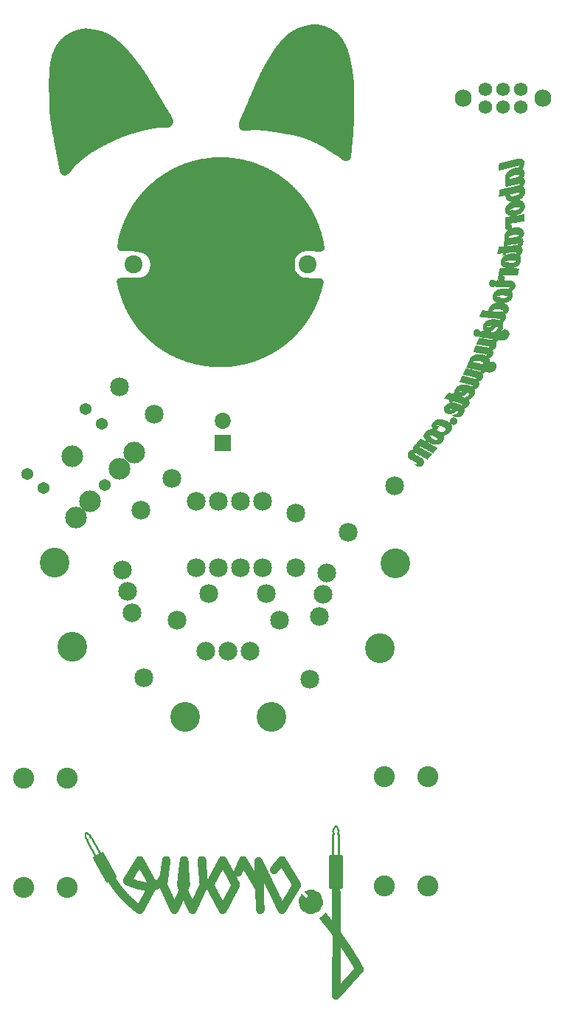
<source format=gbs>
G04 MADE WITH FRITZING*
G04 WWW.FRITZING.ORG*
G04 DOUBLE SIDED*
G04 HOLES PLATED*
G04 CONTOUR ON CENTER OF CONTOUR VECTOR*
%ASAXBY*%
%FSLAX23Y23*%
%MOIN*%
%OFA0B0*%
%SFA1.0B1.0*%
%ADD10C,0.085000*%
%ADD11C,0.258205*%
%ADD12C,0.072992*%
%ADD13C,0.081181*%
%ADD14C,0.061496*%
%ADD15C,0.077244*%
%ADD16C,0.084667*%
%ADD17C,0.084695*%
%ADD18C,0.134033*%
%ADD19C,0.095000*%
%ADD20C,0.097695*%
%ADD21C,0.097722*%
%ADD22C,0.054000*%
%ADD23R,0.072992X0.072992*%
%ADD24C,0.030000*%
%ADD25R,0.001000X0.001000*%
%LNMASK0*%
G90*
G70*
G54D10*
X1458Y2360D03*
X1458Y2116D03*
X899Y2517D03*
X757Y2376D03*
X820Y2808D03*
X662Y2931D03*
G54D11*
X1117Y3496D03*
G54D12*
X1127Y2679D03*
X1127Y2777D03*
G54D10*
X1064Y1997D03*
X1324Y1997D03*
X1008Y2115D03*
X1008Y2415D03*
X1108Y2115D03*
X1108Y2415D03*
X1208Y2115D03*
X1208Y2415D03*
X1308Y2115D03*
X1308Y2415D03*
G54D13*
X726Y3486D03*
X1513Y3486D03*
G54D14*
X2316Y4273D03*
X2316Y4194D03*
X2395Y4273D03*
X2395Y4194D03*
X2474Y4273D03*
X2474Y4194D03*
G54D15*
X2576Y4234D03*
X2214Y4234D03*
G54D16*
X1600Y2092D03*
X1582Y1993D03*
G54D17*
X1565Y1895D03*
G54D18*
X1907Y2133D03*
X1839Y1751D03*
G54D16*
X1253Y1738D03*
X1153Y1738D03*
G54D17*
X1053Y1738D03*
G54D18*
X1347Y1442D03*
X959Y1442D03*
G54D16*
X718Y1911D03*
X697Y2009D03*
G54D17*
X676Y2106D03*
G54D18*
X449Y1757D03*
X368Y2137D03*
G54D10*
X1694Y2273D03*
X1906Y2485D03*
X773Y1619D03*
X923Y1879D03*
G54D19*
X1860Y679D03*
X2056Y679D03*
X2056Y1171D03*
X1860Y1171D03*
X230Y671D03*
X426Y671D03*
X426Y1163D03*
X230Y1163D03*
G54D20*
X450Y2619D03*
G54D21*
X728Y2634D03*
X662Y2561D03*
G54D20*
X530Y2415D03*
G54D21*
X465Y2342D03*
G54D22*
X509Y2832D03*
X245Y2539D03*
X318Y2473D03*
X596Y2488D03*
X582Y2766D03*
G54D10*
X1521Y1612D03*
X1385Y1879D03*
G54D23*
X1127Y2679D03*
G54D24*
G36*
X981Y2142D02*
X1036Y2142D01*
X1036Y2087D01*
X981Y2087D01*
X981Y2142D01*
G37*
D02*
G54D25*
X1538Y4567D02*
X1557Y4567D01*
X1527Y4566D02*
X1563Y4566D01*
X1520Y4565D02*
X1569Y4565D01*
X1515Y4564D02*
X1574Y4564D01*
X1510Y4563D02*
X1578Y4563D01*
X1506Y4562D02*
X1581Y4562D01*
X1502Y4561D02*
X1585Y4561D01*
X1498Y4560D02*
X1588Y4560D01*
X1494Y4559D02*
X1591Y4559D01*
X1491Y4558D02*
X1594Y4558D01*
X1488Y4557D02*
X1596Y4557D01*
X1485Y4556D02*
X1599Y4556D01*
X1482Y4555D02*
X1601Y4555D01*
X1479Y4554D02*
X1604Y4554D01*
X1476Y4553D02*
X1606Y4553D01*
X1474Y4552D02*
X1608Y4552D01*
X1471Y4551D02*
X1610Y4551D01*
X510Y4550D02*
X514Y4550D01*
X1469Y4550D02*
X1613Y4550D01*
X504Y4549D02*
X513Y4549D01*
X1466Y4549D02*
X1615Y4549D01*
X499Y4548D02*
X513Y4548D01*
X1464Y4548D02*
X1617Y4548D01*
X492Y4547D02*
X526Y4547D01*
X1462Y4547D02*
X1618Y4547D01*
X486Y4546D02*
X536Y4546D01*
X1460Y4546D02*
X1620Y4546D01*
X482Y4545D02*
X543Y4545D01*
X1458Y4545D02*
X1622Y4545D01*
X477Y4544D02*
X549Y4544D01*
X1456Y4544D02*
X1624Y4544D01*
X473Y4543D02*
X555Y4543D01*
X1454Y4543D02*
X1626Y4543D01*
X470Y4542D02*
X560Y4542D01*
X1452Y4542D02*
X1627Y4542D01*
X466Y4541D02*
X564Y4541D01*
X1450Y4541D02*
X1629Y4541D01*
X463Y4540D02*
X568Y4540D01*
X1448Y4540D02*
X1630Y4540D01*
X461Y4539D02*
X572Y4539D01*
X1446Y4539D02*
X1632Y4539D01*
X458Y4538D02*
X576Y4538D01*
X1444Y4538D02*
X1633Y4538D01*
X456Y4537D02*
X579Y4537D01*
X1443Y4537D02*
X1635Y4537D01*
X453Y4536D02*
X583Y4536D01*
X1441Y4536D02*
X1636Y4536D01*
X451Y4535D02*
X586Y4535D01*
X1440Y4535D02*
X1637Y4535D01*
X448Y4534D02*
X588Y4534D01*
X1438Y4534D02*
X1639Y4534D01*
X446Y4533D02*
X591Y4533D01*
X1437Y4533D02*
X1640Y4533D01*
X444Y4532D02*
X594Y4532D01*
X1435Y4532D02*
X1641Y4532D01*
X442Y4531D02*
X596Y4531D01*
X1434Y4531D02*
X1642Y4531D01*
X440Y4530D02*
X599Y4530D01*
X1432Y4530D02*
X1643Y4530D01*
X438Y4529D02*
X601Y4529D01*
X1431Y4529D02*
X1645Y4529D01*
X437Y4528D02*
X603Y4528D01*
X1430Y4528D02*
X1646Y4528D01*
X435Y4527D02*
X605Y4527D01*
X1428Y4527D02*
X1647Y4527D01*
X433Y4526D02*
X608Y4526D01*
X1427Y4526D02*
X1648Y4526D01*
X431Y4525D02*
X609Y4525D01*
X1426Y4525D02*
X1649Y4525D01*
X429Y4524D02*
X611Y4524D01*
X1425Y4524D02*
X1650Y4524D01*
X428Y4523D02*
X613Y4523D01*
X1423Y4523D02*
X1651Y4523D01*
X426Y4522D02*
X615Y4522D01*
X1422Y4522D02*
X1652Y4522D01*
X424Y4521D02*
X617Y4521D01*
X1421Y4521D02*
X1653Y4521D01*
X423Y4520D02*
X619Y4520D01*
X1420Y4520D02*
X1653Y4520D01*
X421Y4519D02*
X620Y4519D01*
X1419Y4519D02*
X1654Y4519D01*
X420Y4518D02*
X622Y4518D01*
X1417Y4518D02*
X1655Y4518D01*
X418Y4517D02*
X623Y4517D01*
X1416Y4517D02*
X1656Y4517D01*
X417Y4516D02*
X625Y4516D01*
X1415Y4516D02*
X1657Y4516D01*
X415Y4515D02*
X627Y4515D01*
X1414Y4515D02*
X1658Y4515D01*
X414Y4514D02*
X628Y4514D01*
X1413Y4514D02*
X1659Y4514D01*
X413Y4513D02*
X630Y4513D01*
X1412Y4513D02*
X1659Y4513D01*
X411Y4512D02*
X631Y4512D01*
X1411Y4512D02*
X1660Y4512D01*
X410Y4511D02*
X633Y4511D01*
X1410Y4511D02*
X1661Y4511D01*
X409Y4510D02*
X634Y4510D01*
X1409Y4510D02*
X1662Y4510D01*
X408Y4509D02*
X635Y4509D01*
X1408Y4509D02*
X1663Y4509D01*
X406Y4508D02*
X637Y4508D01*
X1407Y4508D02*
X1663Y4508D01*
X405Y4507D02*
X638Y4507D01*
X1406Y4507D02*
X1664Y4507D01*
X404Y4506D02*
X640Y4506D01*
X1405Y4506D02*
X1665Y4506D01*
X403Y4505D02*
X641Y4505D01*
X1404Y4505D02*
X1666Y4505D01*
X402Y4504D02*
X642Y4504D01*
X1403Y4504D02*
X1666Y4504D01*
X401Y4503D02*
X643Y4503D01*
X1402Y4503D02*
X1667Y4503D01*
X400Y4502D02*
X645Y4502D01*
X1401Y4502D02*
X1668Y4502D01*
X399Y4501D02*
X646Y4501D01*
X1400Y4501D02*
X1668Y4501D01*
X398Y4500D02*
X647Y4500D01*
X1399Y4500D02*
X1669Y4500D01*
X397Y4499D02*
X649Y4499D01*
X1398Y4499D02*
X1670Y4499D01*
X396Y4498D02*
X650Y4498D01*
X1397Y4498D02*
X1670Y4498D01*
X395Y4497D02*
X651Y4497D01*
X1396Y4497D02*
X1671Y4497D01*
X394Y4496D02*
X652Y4496D01*
X1396Y4496D02*
X1672Y4496D01*
X393Y4495D02*
X653Y4495D01*
X1395Y4495D02*
X1672Y4495D01*
X392Y4494D02*
X655Y4494D01*
X1394Y4494D02*
X1673Y4494D01*
X391Y4493D02*
X656Y4493D01*
X1393Y4493D02*
X1674Y4493D01*
X391Y4492D02*
X657Y4492D01*
X1392Y4492D02*
X1674Y4492D01*
X390Y4491D02*
X658Y4491D01*
X1391Y4491D02*
X1675Y4491D01*
X389Y4490D02*
X659Y4490D01*
X1390Y4490D02*
X1675Y4490D01*
X388Y4489D02*
X660Y4489D01*
X1389Y4489D02*
X1676Y4489D01*
X387Y4488D02*
X662Y4488D01*
X1388Y4488D02*
X1677Y4488D01*
X387Y4487D02*
X663Y4487D01*
X1388Y4487D02*
X1677Y4487D01*
X386Y4486D02*
X664Y4486D01*
X1387Y4486D02*
X1678Y4486D01*
X385Y4485D02*
X665Y4485D01*
X1386Y4485D02*
X1678Y4485D01*
X384Y4484D02*
X666Y4484D01*
X1385Y4484D02*
X1679Y4484D01*
X384Y4483D02*
X667Y4483D01*
X1384Y4483D02*
X1679Y4483D01*
X383Y4482D02*
X668Y4482D01*
X1383Y4482D02*
X1680Y4482D01*
X382Y4481D02*
X669Y4481D01*
X1383Y4481D02*
X1680Y4481D01*
X382Y4480D02*
X670Y4480D01*
X1382Y4480D02*
X1681Y4480D01*
X381Y4479D02*
X671Y4479D01*
X1381Y4479D02*
X1682Y4479D01*
X380Y4478D02*
X673Y4478D01*
X1380Y4478D02*
X1682Y4478D01*
X380Y4477D02*
X674Y4477D01*
X1379Y4477D02*
X1683Y4477D01*
X379Y4476D02*
X675Y4476D01*
X1379Y4476D02*
X1683Y4476D01*
X378Y4475D02*
X676Y4475D01*
X1378Y4475D02*
X1683Y4475D01*
X378Y4474D02*
X677Y4474D01*
X1377Y4474D02*
X1684Y4474D01*
X377Y4473D02*
X678Y4473D01*
X1376Y4473D02*
X1684Y4473D01*
X377Y4472D02*
X679Y4472D01*
X1375Y4472D02*
X1685Y4472D01*
X376Y4471D02*
X680Y4471D01*
X1374Y4471D02*
X1685Y4471D01*
X375Y4470D02*
X681Y4470D01*
X1374Y4470D02*
X1686Y4470D01*
X375Y4469D02*
X682Y4469D01*
X1373Y4469D02*
X1686Y4469D01*
X374Y4468D02*
X683Y4468D01*
X1372Y4468D02*
X1687Y4468D01*
X374Y4467D02*
X684Y4467D01*
X1371Y4467D02*
X1687Y4467D01*
X373Y4466D02*
X685Y4466D01*
X1370Y4466D02*
X1688Y4466D01*
X373Y4465D02*
X686Y4465D01*
X1370Y4465D02*
X1688Y4465D01*
X372Y4464D02*
X687Y4464D01*
X1369Y4464D02*
X1688Y4464D01*
X372Y4463D02*
X688Y4463D01*
X1368Y4463D02*
X1689Y4463D01*
X371Y4462D02*
X689Y4462D01*
X1367Y4462D02*
X1689Y4462D01*
X371Y4461D02*
X690Y4461D01*
X1367Y4461D02*
X1690Y4461D01*
X370Y4460D02*
X691Y4460D01*
X1366Y4460D02*
X1690Y4460D01*
X369Y4459D02*
X692Y4459D01*
X1365Y4459D02*
X1690Y4459D01*
X369Y4458D02*
X693Y4458D01*
X1365Y4458D02*
X1691Y4458D01*
X369Y4457D02*
X694Y4457D01*
X1364Y4457D02*
X1691Y4457D01*
X368Y4456D02*
X695Y4456D01*
X1363Y4456D02*
X1691Y4456D01*
X368Y4455D02*
X696Y4455D01*
X1362Y4455D02*
X1692Y4455D01*
X367Y4454D02*
X696Y4454D01*
X1362Y4454D02*
X1692Y4454D01*
X367Y4453D02*
X697Y4453D01*
X1361Y4453D02*
X1693Y4453D01*
X366Y4452D02*
X698Y4452D01*
X1361Y4452D02*
X1693Y4452D01*
X366Y4451D02*
X699Y4451D01*
X1360Y4451D02*
X1693Y4451D01*
X365Y4450D02*
X700Y4450D01*
X1359Y4450D02*
X1694Y4450D01*
X365Y4449D02*
X701Y4449D01*
X1359Y4449D02*
X1694Y4449D01*
X364Y4448D02*
X702Y4448D01*
X1358Y4448D02*
X1694Y4448D01*
X364Y4447D02*
X702Y4447D01*
X1357Y4447D02*
X1695Y4447D01*
X364Y4446D02*
X703Y4446D01*
X1357Y4446D02*
X1695Y4446D01*
X363Y4445D02*
X704Y4445D01*
X1356Y4445D02*
X1695Y4445D01*
X363Y4444D02*
X705Y4444D01*
X1355Y4444D02*
X1696Y4444D01*
X362Y4443D02*
X706Y4443D01*
X1355Y4443D02*
X1696Y4443D01*
X362Y4442D02*
X707Y4442D01*
X1354Y4442D02*
X1696Y4442D01*
X362Y4441D02*
X707Y4441D01*
X1353Y4441D02*
X1696Y4441D01*
X361Y4440D02*
X708Y4440D01*
X1353Y4440D02*
X1697Y4440D01*
X361Y4439D02*
X709Y4439D01*
X1352Y4439D02*
X1697Y4439D01*
X360Y4438D02*
X710Y4438D01*
X1352Y4438D02*
X1697Y4438D01*
X360Y4437D02*
X711Y4437D01*
X1351Y4437D02*
X1698Y4437D01*
X360Y4436D02*
X712Y4436D01*
X1350Y4436D02*
X1698Y4436D01*
X359Y4435D02*
X712Y4435D01*
X1350Y4435D02*
X1698Y4435D01*
X359Y4434D02*
X713Y4434D01*
X1349Y4434D02*
X1698Y4434D01*
X359Y4433D02*
X714Y4433D01*
X1348Y4433D02*
X1699Y4433D01*
X358Y4432D02*
X715Y4432D01*
X1348Y4432D02*
X1699Y4432D01*
X358Y4431D02*
X716Y4431D01*
X1347Y4431D02*
X1699Y4431D01*
X358Y4430D02*
X716Y4430D01*
X1347Y4430D02*
X1700Y4430D01*
X357Y4429D02*
X717Y4429D01*
X1346Y4429D02*
X1700Y4429D01*
X357Y4428D02*
X718Y4428D01*
X1345Y4428D02*
X1700Y4428D01*
X357Y4427D02*
X719Y4427D01*
X1345Y4427D02*
X1700Y4427D01*
X357Y4426D02*
X720Y4426D01*
X1344Y4426D02*
X1701Y4426D01*
X356Y4425D02*
X720Y4425D01*
X1344Y4425D02*
X1701Y4425D01*
X356Y4424D02*
X721Y4424D01*
X1343Y4424D02*
X1701Y4424D01*
X356Y4423D02*
X722Y4423D01*
X1342Y4423D02*
X1701Y4423D01*
X355Y4422D02*
X723Y4422D01*
X1342Y4422D02*
X1702Y4422D01*
X355Y4421D02*
X724Y4421D01*
X1341Y4421D02*
X1702Y4421D01*
X355Y4420D02*
X724Y4420D01*
X1341Y4420D02*
X1702Y4420D01*
X355Y4419D02*
X725Y4419D01*
X1340Y4419D02*
X1702Y4419D01*
X354Y4418D02*
X726Y4418D01*
X1339Y4418D02*
X1703Y4418D01*
X354Y4417D02*
X727Y4417D01*
X1339Y4417D02*
X1703Y4417D01*
X354Y4416D02*
X728Y4416D01*
X1338Y4416D02*
X1703Y4416D01*
X354Y4415D02*
X728Y4415D01*
X1338Y4415D02*
X1703Y4415D01*
X353Y4414D02*
X729Y4414D01*
X1337Y4414D02*
X1703Y4414D01*
X353Y4413D02*
X730Y4413D01*
X1336Y4413D02*
X1704Y4413D01*
X353Y4412D02*
X731Y4412D01*
X1336Y4412D02*
X1704Y4412D01*
X353Y4411D02*
X732Y4411D01*
X1335Y4411D02*
X1704Y4411D01*
X352Y4410D02*
X732Y4410D01*
X1335Y4410D02*
X1704Y4410D01*
X352Y4409D02*
X733Y4409D01*
X1334Y4409D02*
X1705Y4409D01*
X352Y4408D02*
X734Y4408D01*
X1333Y4408D02*
X1705Y4408D01*
X352Y4407D02*
X735Y4407D01*
X1333Y4407D02*
X1705Y4407D01*
X352Y4406D02*
X736Y4406D01*
X1332Y4406D02*
X1705Y4406D01*
X351Y4405D02*
X736Y4405D01*
X1332Y4405D02*
X1705Y4405D01*
X351Y4404D02*
X737Y4404D01*
X1331Y4404D02*
X1706Y4404D01*
X351Y4403D02*
X738Y4403D01*
X1330Y4403D02*
X1706Y4403D01*
X351Y4402D02*
X739Y4402D01*
X1330Y4402D02*
X1706Y4402D01*
X351Y4401D02*
X740Y4401D01*
X1329Y4401D02*
X1706Y4401D01*
X351Y4400D02*
X740Y4400D01*
X1329Y4400D02*
X1707Y4400D01*
X350Y4399D02*
X741Y4399D01*
X1328Y4399D02*
X1707Y4399D01*
X350Y4398D02*
X742Y4398D01*
X1327Y4398D02*
X1707Y4398D01*
X350Y4397D02*
X743Y4397D01*
X1327Y4397D02*
X1707Y4397D01*
X350Y4396D02*
X744Y4396D01*
X1326Y4396D02*
X1707Y4396D01*
X350Y4395D02*
X744Y4395D01*
X1326Y4395D02*
X1707Y4395D01*
X350Y4394D02*
X745Y4394D01*
X1325Y4394D02*
X1708Y4394D01*
X349Y4393D02*
X746Y4393D01*
X1324Y4393D02*
X1708Y4393D01*
X349Y4392D02*
X747Y4392D01*
X1324Y4392D02*
X1708Y4392D01*
X349Y4391D02*
X748Y4391D01*
X1323Y4391D02*
X1708Y4391D01*
X349Y4390D02*
X748Y4390D01*
X1322Y4390D02*
X1708Y4390D01*
X349Y4389D02*
X749Y4389D01*
X1322Y4389D02*
X1709Y4389D01*
X349Y4388D02*
X750Y4388D01*
X1321Y4388D02*
X1709Y4388D01*
X349Y4387D02*
X751Y4387D01*
X1321Y4387D02*
X1709Y4387D01*
X348Y4386D02*
X751Y4386D01*
X1320Y4386D02*
X1709Y4386D01*
X348Y4385D02*
X752Y4385D01*
X1320Y4385D02*
X1709Y4385D01*
X348Y4384D02*
X753Y4384D01*
X1319Y4384D02*
X1710Y4384D01*
X348Y4383D02*
X754Y4383D01*
X1318Y4383D02*
X1710Y4383D01*
X348Y4382D02*
X754Y4382D01*
X1318Y4382D02*
X1710Y4382D01*
X348Y4381D02*
X755Y4381D01*
X1317Y4381D02*
X1710Y4381D01*
X348Y4380D02*
X756Y4380D01*
X1317Y4380D02*
X1710Y4380D01*
X348Y4379D02*
X757Y4379D01*
X1316Y4379D02*
X1711Y4379D01*
X348Y4378D02*
X757Y4378D01*
X1316Y4378D02*
X1711Y4378D01*
X347Y4377D02*
X758Y4377D01*
X1315Y4377D02*
X1711Y4377D01*
X347Y4376D02*
X759Y4376D01*
X1314Y4376D02*
X1711Y4376D01*
X347Y4375D02*
X760Y4375D01*
X1314Y4375D02*
X1711Y4375D01*
X347Y4374D02*
X760Y4374D01*
X1313Y4374D02*
X1711Y4374D01*
X347Y4373D02*
X761Y4373D01*
X1313Y4373D02*
X1712Y4373D01*
X347Y4372D02*
X762Y4372D01*
X1312Y4372D02*
X1712Y4372D01*
X347Y4371D02*
X762Y4371D01*
X1312Y4371D02*
X1712Y4371D01*
X347Y4370D02*
X763Y4370D01*
X1311Y4370D02*
X1712Y4370D01*
X347Y4369D02*
X764Y4369D01*
X1311Y4369D02*
X1712Y4369D01*
X347Y4368D02*
X765Y4368D01*
X1310Y4368D02*
X1713Y4368D01*
X346Y4367D02*
X765Y4367D01*
X1309Y4367D02*
X1713Y4367D01*
X346Y4366D02*
X766Y4366D01*
X1309Y4366D02*
X1713Y4366D01*
X346Y4365D02*
X767Y4365D01*
X1308Y4365D02*
X1713Y4365D01*
X346Y4364D02*
X767Y4364D01*
X1308Y4364D02*
X1713Y4364D01*
X346Y4363D02*
X768Y4363D01*
X1307Y4363D02*
X1713Y4363D01*
X346Y4362D02*
X769Y4362D01*
X1307Y4362D02*
X1714Y4362D01*
X346Y4361D02*
X769Y4361D01*
X1306Y4361D02*
X1714Y4361D01*
X346Y4360D02*
X770Y4360D01*
X1306Y4360D02*
X1714Y4360D01*
X346Y4359D02*
X771Y4359D01*
X1305Y4359D02*
X1714Y4359D01*
X346Y4358D02*
X771Y4358D01*
X1305Y4358D02*
X1714Y4358D01*
X346Y4357D02*
X772Y4357D01*
X1304Y4357D02*
X1715Y4357D01*
X346Y4356D02*
X773Y4356D01*
X1304Y4356D02*
X1715Y4356D01*
X345Y4355D02*
X773Y4355D01*
X1303Y4355D02*
X1715Y4355D01*
X345Y4354D02*
X774Y4354D01*
X1303Y4354D02*
X1715Y4354D01*
X345Y4353D02*
X775Y4353D01*
X1302Y4353D02*
X1715Y4353D01*
X345Y4352D02*
X776Y4352D01*
X1302Y4352D02*
X1715Y4352D01*
X345Y4351D02*
X776Y4351D01*
X1301Y4351D02*
X1716Y4351D01*
X345Y4350D02*
X777Y4350D01*
X1301Y4350D02*
X1716Y4350D01*
X345Y4349D02*
X777Y4349D01*
X1300Y4349D02*
X1716Y4349D01*
X345Y4348D02*
X778Y4348D01*
X1300Y4348D02*
X1716Y4348D01*
X345Y4347D02*
X779Y4347D01*
X1299Y4347D02*
X1716Y4347D01*
X345Y4346D02*
X779Y4346D01*
X1299Y4346D02*
X1716Y4346D01*
X345Y4345D02*
X780Y4345D01*
X1298Y4345D02*
X1716Y4345D01*
X345Y4344D02*
X781Y4344D01*
X1298Y4344D02*
X1717Y4344D01*
X345Y4343D02*
X781Y4343D01*
X1297Y4343D02*
X1717Y4343D01*
X345Y4342D02*
X782Y4342D01*
X1297Y4342D02*
X1717Y4342D01*
X344Y4341D02*
X783Y4341D01*
X1296Y4341D02*
X1717Y4341D01*
X344Y4340D02*
X783Y4340D01*
X1296Y4340D02*
X1717Y4340D01*
X344Y4339D02*
X784Y4339D01*
X1295Y4339D02*
X1717Y4339D01*
X344Y4338D02*
X784Y4338D01*
X1295Y4338D02*
X1717Y4338D01*
X344Y4337D02*
X785Y4337D01*
X1294Y4337D02*
X1717Y4337D01*
X344Y4336D02*
X786Y4336D01*
X1294Y4336D02*
X1718Y4336D01*
X344Y4335D02*
X786Y4335D01*
X1294Y4335D02*
X1718Y4335D01*
X344Y4334D02*
X787Y4334D01*
X1293Y4334D02*
X1718Y4334D01*
X344Y4333D02*
X788Y4333D01*
X1293Y4333D02*
X1718Y4333D01*
X344Y4332D02*
X788Y4332D01*
X1292Y4332D02*
X1718Y4332D01*
X344Y4331D02*
X789Y4331D01*
X1292Y4331D02*
X1718Y4331D01*
X344Y4330D02*
X789Y4330D01*
X1291Y4330D02*
X1718Y4330D01*
X344Y4329D02*
X790Y4329D01*
X1291Y4329D02*
X1718Y4329D01*
X344Y4328D02*
X791Y4328D01*
X1290Y4328D02*
X1719Y4328D01*
X344Y4327D02*
X791Y4327D01*
X1290Y4327D02*
X1719Y4327D01*
X344Y4326D02*
X792Y4326D01*
X1289Y4326D02*
X1719Y4326D01*
X344Y4325D02*
X792Y4325D01*
X1289Y4325D02*
X1719Y4325D01*
X344Y4324D02*
X793Y4324D01*
X1288Y4324D02*
X1719Y4324D01*
X343Y4323D02*
X794Y4323D01*
X1288Y4323D02*
X1719Y4323D01*
X343Y4322D02*
X794Y4322D01*
X1288Y4322D02*
X1719Y4322D01*
X343Y4321D02*
X795Y4321D01*
X1287Y4321D02*
X1719Y4321D01*
X343Y4320D02*
X796Y4320D01*
X1287Y4320D02*
X1719Y4320D01*
X343Y4319D02*
X796Y4319D01*
X1286Y4319D02*
X1719Y4319D01*
X343Y4318D02*
X797Y4318D01*
X1286Y4318D02*
X1719Y4318D01*
X343Y4317D02*
X797Y4317D01*
X1285Y4317D02*
X1720Y4317D01*
X343Y4316D02*
X798Y4316D01*
X1285Y4316D02*
X1720Y4316D01*
X343Y4315D02*
X799Y4315D01*
X1284Y4315D02*
X1720Y4315D01*
X343Y4314D02*
X799Y4314D01*
X1284Y4314D02*
X1720Y4314D01*
X343Y4313D02*
X800Y4313D01*
X1284Y4313D02*
X1720Y4313D01*
X343Y4312D02*
X800Y4312D01*
X1283Y4312D02*
X1720Y4312D01*
X343Y4311D02*
X801Y4311D01*
X1283Y4311D02*
X1720Y4311D01*
X343Y4310D02*
X802Y4310D01*
X1282Y4310D02*
X1720Y4310D01*
X343Y4309D02*
X802Y4309D01*
X1282Y4309D02*
X1720Y4309D01*
X343Y4308D02*
X803Y4308D01*
X1281Y4308D02*
X1720Y4308D01*
X343Y4307D02*
X804Y4307D01*
X1281Y4307D02*
X1720Y4307D01*
X343Y4306D02*
X804Y4306D01*
X1280Y4306D02*
X1720Y4306D01*
X343Y4305D02*
X805Y4305D01*
X1280Y4305D02*
X1720Y4305D01*
X343Y4304D02*
X805Y4304D01*
X1280Y4304D02*
X1720Y4304D01*
X343Y4303D02*
X806Y4303D01*
X1279Y4303D02*
X1720Y4303D01*
X343Y4302D02*
X807Y4302D01*
X1279Y4302D02*
X1720Y4302D01*
X343Y4301D02*
X807Y4301D01*
X1278Y4301D02*
X1720Y4301D01*
X343Y4300D02*
X808Y4300D01*
X1278Y4300D02*
X1721Y4300D01*
X343Y4299D02*
X808Y4299D01*
X1277Y4299D02*
X1721Y4299D01*
X343Y4298D02*
X809Y4298D01*
X1277Y4298D02*
X1721Y4298D01*
X343Y4297D02*
X809Y4297D01*
X1276Y4297D02*
X1721Y4297D01*
X343Y4296D02*
X810Y4296D01*
X1276Y4296D02*
X1721Y4296D01*
X343Y4295D02*
X811Y4295D01*
X1276Y4295D02*
X1721Y4295D01*
X343Y4294D02*
X811Y4294D01*
X1275Y4294D02*
X1721Y4294D01*
X343Y4293D02*
X812Y4293D01*
X1275Y4293D02*
X1721Y4293D01*
X343Y4292D02*
X812Y4292D01*
X1274Y4292D02*
X1721Y4292D01*
X343Y4291D02*
X813Y4291D01*
X1274Y4291D02*
X1721Y4291D01*
X343Y4290D02*
X814Y4290D01*
X1273Y4290D02*
X1721Y4290D01*
X343Y4289D02*
X814Y4289D01*
X1273Y4289D02*
X1721Y4289D01*
X343Y4288D02*
X815Y4288D01*
X1273Y4288D02*
X1721Y4288D01*
X343Y4287D02*
X815Y4287D01*
X1272Y4287D02*
X1721Y4287D01*
X343Y4286D02*
X816Y4286D01*
X1272Y4286D02*
X1721Y4286D01*
X343Y4285D02*
X816Y4285D01*
X1271Y4285D02*
X1721Y4285D01*
X343Y4284D02*
X817Y4284D01*
X1271Y4284D02*
X1721Y4284D01*
X343Y4283D02*
X818Y4283D01*
X1270Y4283D02*
X1721Y4283D01*
X343Y4282D02*
X818Y4282D01*
X1270Y4282D02*
X1721Y4282D01*
X343Y4281D02*
X819Y4281D01*
X1270Y4281D02*
X1721Y4281D01*
X343Y4280D02*
X819Y4280D01*
X1269Y4280D02*
X1721Y4280D01*
X343Y4279D02*
X820Y4279D01*
X1269Y4279D02*
X1721Y4279D01*
X343Y4278D02*
X821Y4278D01*
X1268Y4278D02*
X1721Y4278D01*
X343Y4277D02*
X821Y4277D01*
X1268Y4277D02*
X1721Y4277D01*
X343Y4276D02*
X822Y4276D01*
X1268Y4276D02*
X1721Y4276D01*
X343Y4275D02*
X822Y4275D01*
X1267Y4275D02*
X1721Y4275D01*
X343Y4274D02*
X823Y4274D01*
X1267Y4274D02*
X1721Y4274D01*
X343Y4273D02*
X824Y4273D01*
X1266Y4273D02*
X1721Y4273D01*
X343Y4272D02*
X824Y4272D01*
X1266Y4272D02*
X1721Y4272D01*
X343Y4271D02*
X825Y4271D01*
X1265Y4271D02*
X1721Y4271D01*
X343Y4270D02*
X825Y4270D01*
X1265Y4270D02*
X1721Y4270D01*
X343Y4269D02*
X826Y4269D01*
X1265Y4269D02*
X1721Y4269D01*
X343Y4268D02*
X827Y4268D01*
X1264Y4268D02*
X1721Y4268D01*
X343Y4267D02*
X827Y4267D01*
X1264Y4267D02*
X1721Y4267D01*
X343Y4266D02*
X828Y4266D01*
X1263Y4266D02*
X1721Y4266D01*
X343Y4265D02*
X828Y4265D01*
X1263Y4265D02*
X1721Y4265D01*
X343Y4264D02*
X829Y4264D01*
X1262Y4264D02*
X1721Y4264D01*
X343Y4263D02*
X830Y4263D01*
X1262Y4263D02*
X1721Y4263D01*
X343Y4262D02*
X830Y4262D01*
X1262Y4262D02*
X1721Y4262D01*
X343Y4261D02*
X831Y4261D01*
X1261Y4261D02*
X1721Y4261D01*
X343Y4260D02*
X831Y4260D01*
X1261Y4260D02*
X1721Y4260D01*
X344Y4259D02*
X832Y4259D01*
X1260Y4259D02*
X1721Y4259D01*
X344Y4258D02*
X832Y4258D01*
X1260Y4258D02*
X1721Y4258D01*
X344Y4257D02*
X833Y4257D01*
X1259Y4257D02*
X1721Y4257D01*
X344Y4256D02*
X834Y4256D01*
X1259Y4256D02*
X1721Y4256D01*
X344Y4255D02*
X834Y4255D01*
X1259Y4255D02*
X1721Y4255D01*
X344Y4254D02*
X835Y4254D01*
X1258Y4254D02*
X1721Y4254D01*
X344Y4253D02*
X835Y4253D01*
X1258Y4253D02*
X1721Y4253D01*
X344Y4252D02*
X836Y4252D01*
X1257Y4252D02*
X1721Y4252D01*
X344Y4251D02*
X837Y4251D01*
X1257Y4251D02*
X1721Y4251D01*
X344Y4250D02*
X837Y4250D01*
X1256Y4250D02*
X1721Y4250D01*
X344Y4249D02*
X838Y4249D01*
X1256Y4249D02*
X1721Y4249D01*
X344Y4248D02*
X838Y4248D01*
X1256Y4248D02*
X1721Y4248D01*
X344Y4247D02*
X839Y4247D01*
X1255Y4247D02*
X1721Y4247D01*
X344Y4246D02*
X840Y4246D01*
X1255Y4246D02*
X1721Y4246D01*
X344Y4245D02*
X840Y4245D01*
X1254Y4245D02*
X1721Y4245D01*
X344Y4244D02*
X841Y4244D01*
X1254Y4244D02*
X1721Y4244D01*
X344Y4243D02*
X841Y4243D01*
X1253Y4243D02*
X1721Y4243D01*
X344Y4242D02*
X842Y4242D01*
X1253Y4242D02*
X1721Y4242D01*
X344Y4241D02*
X843Y4241D01*
X1253Y4241D02*
X1721Y4241D01*
X344Y4240D02*
X843Y4240D01*
X1252Y4240D02*
X1721Y4240D01*
X344Y4239D02*
X844Y4239D01*
X1252Y4239D02*
X1721Y4239D01*
X344Y4238D02*
X844Y4238D01*
X1251Y4238D02*
X1721Y4238D01*
X344Y4237D02*
X845Y4237D01*
X1251Y4237D02*
X1721Y4237D01*
X344Y4236D02*
X846Y4236D01*
X1250Y4236D02*
X1721Y4236D01*
X344Y4235D02*
X846Y4235D01*
X1250Y4235D02*
X1721Y4235D01*
X344Y4234D02*
X847Y4234D01*
X1250Y4234D02*
X1721Y4234D01*
X344Y4233D02*
X847Y4233D01*
X1249Y4233D02*
X1721Y4233D01*
X344Y4232D02*
X848Y4232D01*
X1249Y4232D02*
X1721Y4232D01*
X345Y4231D02*
X849Y4231D01*
X1248Y4231D02*
X1721Y4231D01*
X345Y4230D02*
X849Y4230D01*
X1248Y4230D02*
X1721Y4230D01*
X345Y4229D02*
X850Y4229D01*
X1247Y4229D02*
X1721Y4229D01*
X345Y4228D02*
X850Y4228D01*
X1247Y4228D02*
X1721Y4228D01*
X345Y4227D02*
X851Y4227D01*
X1247Y4227D02*
X1721Y4227D01*
X345Y4226D02*
X852Y4226D01*
X1246Y4226D02*
X1721Y4226D01*
X345Y4225D02*
X852Y4225D01*
X1246Y4225D02*
X1721Y4225D01*
X345Y4224D02*
X853Y4224D01*
X1245Y4224D02*
X1721Y4224D01*
X345Y4223D02*
X853Y4223D01*
X1245Y4223D02*
X1721Y4223D01*
X345Y4222D02*
X854Y4222D01*
X1244Y4222D02*
X1721Y4222D01*
X345Y4221D02*
X855Y4221D01*
X1244Y4221D02*
X1721Y4221D01*
X345Y4220D02*
X855Y4220D01*
X1244Y4220D02*
X1721Y4220D01*
X345Y4219D02*
X856Y4219D01*
X1243Y4219D02*
X1721Y4219D01*
X345Y4218D02*
X856Y4218D01*
X1243Y4218D02*
X1721Y4218D01*
X345Y4217D02*
X857Y4217D01*
X1242Y4217D02*
X1721Y4217D01*
X345Y4216D02*
X857Y4216D01*
X1242Y4216D02*
X1721Y4216D01*
X345Y4215D02*
X858Y4215D01*
X1241Y4215D02*
X1721Y4215D01*
X345Y4214D02*
X859Y4214D01*
X1241Y4214D02*
X1721Y4214D01*
X345Y4213D02*
X859Y4213D01*
X1241Y4213D02*
X1721Y4213D01*
X345Y4212D02*
X860Y4212D01*
X1240Y4212D02*
X1721Y4212D01*
X345Y4211D02*
X860Y4211D01*
X1240Y4211D02*
X1721Y4211D01*
X345Y4210D02*
X861Y4210D01*
X1239Y4210D02*
X1721Y4210D01*
X345Y4209D02*
X862Y4209D01*
X1239Y4209D02*
X1721Y4209D01*
X345Y4208D02*
X862Y4208D01*
X1238Y4208D02*
X1721Y4208D01*
X345Y4207D02*
X863Y4207D01*
X1238Y4207D02*
X1721Y4207D01*
X345Y4206D02*
X863Y4206D01*
X1238Y4206D02*
X1721Y4206D01*
X345Y4205D02*
X864Y4205D01*
X1237Y4205D02*
X1721Y4205D01*
X346Y4204D02*
X864Y4204D01*
X1237Y4204D02*
X1721Y4204D01*
X346Y4203D02*
X865Y4203D01*
X1236Y4203D02*
X1721Y4203D01*
X346Y4202D02*
X866Y4202D01*
X1236Y4202D02*
X1721Y4202D01*
X346Y4201D02*
X866Y4201D01*
X1235Y4201D02*
X1721Y4201D01*
X346Y4200D02*
X867Y4200D01*
X1235Y4200D02*
X1721Y4200D01*
X346Y4199D02*
X867Y4199D01*
X1235Y4199D02*
X1721Y4199D01*
X346Y4198D02*
X868Y4198D01*
X1234Y4198D02*
X1721Y4198D01*
X346Y4197D02*
X869Y4197D01*
X1234Y4197D02*
X1721Y4197D01*
X346Y4196D02*
X869Y4196D01*
X1233Y4196D02*
X1721Y4196D01*
X346Y4195D02*
X870Y4195D01*
X1233Y4195D02*
X1721Y4195D01*
X346Y4194D02*
X870Y4194D01*
X1232Y4194D02*
X1721Y4194D01*
X346Y4193D02*
X871Y4193D01*
X1232Y4193D02*
X1721Y4193D01*
X346Y4192D02*
X872Y4192D01*
X1232Y4192D02*
X1721Y4192D01*
X346Y4191D02*
X872Y4191D01*
X1231Y4191D02*
X1721Y4191D01*
X346Y4190D02*
X873Y4190D01*
X1231Y4190D02*
X1721Y4190D01*
X346Y4189D02*
X873Y4189D01*
X1230Y4189D02*
X1721Y4189D01*
X346Y4188D02*
X874Y4188D01*
X1230Y4188D02*
X1721Y4188D01*
X346Y4187D02*
X875Y4187D01*
X1230Y4187D02*
X1721Y4187D01*
X346Y4186D02*
X875Y4186D01*
X1229Y4186D02*
X1721Y4186D01*
X346Y4185D02*
X876Y4185D01*
X1229Y4185D02*
X1721Y4185D01*
X346Y4184D02*
X877Y4184D01*
X1228Y4184D02*
X1721Y4184D01*
X346Y4183D02*
X877Y4183D01*
X1228Y4183D02*
X1721Y4183D01*
X346Y4182D02*
X878Y4182D01*
X1227Y4182D02*
X1721Y4182D01*
X346Y4181D02*
X879Y4181D01*
X1227Y4181D02*
X1721Y4181D01*
X346Y4180D02*
X879Y4180D01*
X1227Y4180D02*
X1721Y4180D01*
X346Y4179D02*
X880Y4179D01*
X1226Y4179D02*
X1721Y4179D01*
X346Y4178D02*
X881Y4178D01*
X1226Y4178D02*
X1721Y4178D01*
X346Y4177D02*
X881Y4177D01*
X1225Y4177D02*
X1721Y4177D01*
X346Y4176D02*
X882Y4176D01*
X1225Y4176D02*
X1721Y4176D01*
X346Y4175D02*
X883Y4175D01*
X1224Y4175D02*
X1721Y4175D01*
X346Y4174D02*
X883Y4174D01*
X1224Y4174D02*
X1721Y4174D01*
X346Y4173D02*
X884Y4173D01*
X1223Y4173D02*
X1721Y4173D01*
X346Y4172D02*
X885Y4172D01*
X1223Y4172D02*
X1721Y4172D01*
X346Y4171D02*
X885Y4171D01*
X1223Y4171D02*
X1721Y4171D01*
X346Y4170D02*
X886Y4170D01*
X1222Y4170D02*
X1721Y4170D01*
X347Y4169D02*
X886Y4169D01*
X1222Y4169D02*
X1721Y4169D01*
X347Y4168D02*
X887Y4168D01*
X1221Y4168D02*
X1721Y4168D01*
X347Y4167D02*
X888Y4167D01*
X1221Y4167D02*
X1721Y4167D01*
X347Y4166D02*
X888Y4166D01*
X1220Y4166D02*
X1721Y4166D01*
X347Y4165D02*
X889Y4165D01*
X1220Y4165D02*
X1721Y4165D01*
X347Y4164D02*
X890Y4164D01*
X1219Y4164D02*
X1721Y4164D01*
X347Y4163D02*
X890Y4163D01*
X1219Y4163D02*
X1721Y4163D01*
X347Y4162D02*
X891Y4162D01*
X1218Y4162D02*
X1721Y4162D01*
X347Y4161D02*
X891Y4161D01*
X1218Y4161D02*
X1721Y4161D01*
X347Y4160D02*
X892Y4160D01*
X1217Y4160D02*
X1721Y4160D01*
X348Y4159D02*
X893Y4159D01*
X1217Y4159D02*
X1721Y4159D01*
X348Y4158D02*
X893Y4158D01*
X1216Y4158D02*
X1721Y4158D01*
X348Y4157D02*
X894Y4157D01*
X1216Y4157D02*
X1721Y4157D01*
X348Y4156D02*
X894Y4156D01*
X1215Y4156D02*
X1721Y4156D01*
X348Y4155D02*
X895Y4155D01*
X1215Y4155D02*
X1721Y4155D01*
X348Y4154D02*
X895Y4154D01*
X1214Y4154D02*
X1721Y4154D01*
X348Y4153D02*
X896Y4153D01*
X1214Y4153D02*
X1721Y4153D01*
X348Y4152D02*
X896Y4152D01*
X1214Y4152D02*
X1721Y4152D01*
X348Y4151D02*
X897Y4151D01*
X1213Y4151D02*
X1721Y4151D01*
X348Y4150D02*
X897Y4150D01*
X1213Y4150D02*
X1721Y4150D01*
X349Y4149D02*
X898Y4149D01*
X1212Y4149D02*
X1721Y4149D01*
X349Y4148D02*
X898Y4148D01*
X1212Y4148D02*
X1721Y4148D01*
X349Y4147D02*
X899Y4147D01*
X1211Y4147D02*
X1721Y4147D01*
X349Y4146D02*
X899Y4146D01*
X1211Y4146D02*
X1721Y4146D01*
X349Y4145D02*
X900Y4145D01*
X1210Y4145D02*
X1721Y4145D01*
X349Y4144D02*
X900Y4144D01*
X1210Y4144D02*
X1721Y4144D01*
X349Y4143D02*
X900Y4143D01*
X1210Y4143D02*
X1721Y4143D01*
X349Y4142D02*
X901Y4142D01*
X1209Y4142D02*
X1721Y4142D01*
X349Y4141D02*
X901Y4141D01*
X1209Y4141D02*
X1721Y4141D01*
X350Y4140D02*
X901Y4140D01*
X1208Y4140D02*
X1721Y4140D01*
X350Y4139D02*
X902Y4139D01*
X1208Y4139D02*
X1721Y4139D01*
X350Y4138D02*
X902Y4138D01*
X1207Y4138D02*
X1721Y4138D01*
X350Y4137D02*
X902Y4137D01*
X1207Y4137D02*
X1721Y4137D01*
X350Y4136D02*
X903Y4136D01*
X1207Y4136D02*
X1721Y4136D01*
X350Y4135D02*
X903Y4135D01*
X1206Y4135D02*
X1721Y4135D01*
X350Y4134D02*
X903Y4134D01*
X1206Y4134D02*
X1720Y4134D01*
X350Y4133D02*
X903Y4133D01*
X1206Y4133D02*
X1720Y4133D01*
X351Y4132D02*
X903Y4132D01*
X1205Y4132D02*
X1720Y4132D01*
X351Y4131D02*
X904Y4131D01*
X1205Y4131D02*
X1720Y4131D01*
X351Y4130D02*
X904Y4130D01*
X1205Y4130D02*
X1720Y4130D01*
X351Y4129D02*
X904Y4129D01*
X1204Y4129D02*
X1720Y4129D01*
X351Y4128D02*
X904Y4128D01*
X1204Y4128D02*
X1720Y4128D01*
X351Y4127D02*
X904Y4127D01*
X1204Y4127D02*
X1720Y4127D01*
X352Y4126D02*
X904Y4126D01*
X1203Y4126D02*
X1720Y4126D01*
X352Y4125D02*
X904Y4125D01*
X1203Y4125D02*
X1720Y4125D01*
X352Y4124D02*
X904Y4124D01*
X1203Y4124D02*
X1720Y4124D01*
X352Y4123D02*
X903Y4123D01*
X1203Y4123D02*
X1720Y4123D01*
X352Y4122D02*
X903Y4122D01*
X1202Y4122D02*
X1720Y4122D01*
X352Y4121D02*
X903Y4121D01*
X1202Y4121D02*
X1720Y4121D01*
X352Y4120D02*
X903Y4120D01*
X1202Y4120D02*
X1720Y4120D01*
X353Y4119D02*
X902Y4119D01*
X1202Y4119D02*
X1720Y4119D01*
X353Y4118D02*
X902Y4118D01*
X1202Y4118D02*
X1720Y4118D01*
X353Y4117D02*
X902Y4117D01*
X1202Y4117D02*
X1720Y4117D01*
X353Y4116D02*
X901Y4116D01*
X1201Y4116D02*
X1720Y4116D01*
X353Y4115D02*
X901Y4115D01*
X1201Y4115D02*
X1720Y4115D01*
X353Y4114D02*
X900Y4114D01*
X1201Y4114D02*
X1720Y4114D01*
X353Y4113D02*
X899Y4113D01*
X1201Y4113D02*
X1720Y4113D01*
X354Y4112D02*
X899Y4112D01*
X1201Y4112D02*
X1720Y4112D01*
X354Y4111D02*
X898Y4111D01*
X1201Y4111D02*
X1720Y4111D01*
X354Y4110D02*
X897Y4110D01*
X1201Y4110D02*
X1720Y4110D01*
X354Y4109D02*
X896Y4109D01*
X1201Y4109D02*
X1720Y4109D01*
X354Y4108D02*
X895Y4108D01*
X1202Y4108D02*
X1720Y4108D01*
X354Y4107D02*
X893Y4107D01*
X1202Y4107D02*
X1720Y4107D01*
X355Y4106D02*
X892Y4106D01*
X1202Y4106D02*
X1719Y4106D01*
X355Y4105D02*
X890Y4105D01*
X1202Y4105D02*
X1719Y4105D01*
X355Y4104D02*
X888Y4104D01*
X1202Y4104D02*
X1719Y4104D01*
X355Y4103D02*
X884Y4103D01*
X1203Y4103D02*
X1719Y4103D01*
X355Y4102D02*
X865Y4102D01*
X1203Y4102D02*
X1719Y4102D01*
X355Y4101D02*
X847Y4101D01*
X1204Y4101D02*
X1719Y4101D01*
X356Y4100D02*
X835Y4100D01*
X1204Y4100D02*
X1719Y4100D01*
X356Y4099D02*
X827Y4099D01*
X1205Y4099D02*
X1719Y4099D01*
X356Y4098D02*
X819Y4098D01*
X1205Y4098D02*
X1719Y4098D01*
X356Y4097D02*
X813Y4097D01*
X1206Y4097D02*
X1719Y4097D01*
X356Y4096D02*
X807Y4096D01*
X1206Y4096D02*
X1719Y4096D01*
X357Y4095D02*
X801Y4095D01*
X1207Y4095D02*
X1719Y4095D01*
X357Y4094D02*
X796Y4094D01*
X1208Y4094D02*
X1719Y4094D01*
X357Y4093D02*
X791Y4093D01*
X1209Y4093D02*
X1719Y4093D01*
X357Y4092D02*
X787Y4092D01*
X1210Y4092D02*
X1719Y4092D01*
X357Y4091D02*
X782Y4091D01*
X1212Y4091D02*
X1719Y4091D01*
X357Y4090D02*
X778Y4090D01*
X1213Y4090D02*
X1719Y4090D01*
X358Y4089D02*
X774Y4089D01*
X1215Y4089D02*
X1255Y4089D01*
X1299Y4089D02*
X1719Y4089D01*
X358Y4088D02*
X770Y4088D01*
X1218Y4088D02*
X1241Y4088D01*
X1312Y4088D02*
X1719Y4088D01*
X358Y4087D02*
X766Y4087D01*
X1221Y4087D02*
X1232Y4087D01*
X1322Y4087D02*
X1719Y4087D01*
X358Y4086D02*
X762Y4086D01*
X1331Y4086D02*
X1718Y4086D01*
X358Y4085D02*
X758Y4085D01*
X1339Y4085D02*
X1718Y4085D01*
X358Y4084D02*
X755Y4084D01*
X1345Y4084D02*
X1718Y4084D01*
X359Y4083D02*
X751Y4083D01*
X1352Y4083D02*
X1718Y4083D01*
X359Y4082D02*
X747Y4082D01*
X1359Y4082D02*
X1718Y4082D01*
X359Y4081D02*
X744Y4081D01*
X1365Y4081D02*
X1718Y4081D01*
X359Y4080D02*
X740Y4080D01*
X1371Y4080D02*
X1718Y4080D01*
X359Y4079D02*
X737Y4079D01*
X1376Y4079D02*
X1718Y4079D01*
X360Y4078D02*
X734Y4078D01*
X1382Y4078D02*
X1718Y4078D01*
X360Y4077D02*
X730Y4077D01*
X1388Y4077D02*
X1718Y4077D01*
X360Y4076D02*
X727Y4076D01*
X1394Y4076D02*
X1718Y4076D01*
X360Y4075D02*
X723Y4075D01*
X1400Y4075D02*
X1718Y4075D01*
X360Y4074D02*
X720Y4074D01*
X1406Y4074D02*
X1718Y4074D01*
X360Y4073D02*
X716Y4073D01*
X1412Y4073D02*
X1718Y4073D01*
X361Y4072D02*
X713Y4072D01*
X1418Y4072D02*
X1718Y4072D01*
X361Y4071D02*
X710Y4071D01*
X1424Y4071D02*
X1718Y4071D01*
X361Y4070D02*
X706Y4070D01*
X1429Y4070D02*
X1718Y4070D01*
X361Y4069D02*
X703Y4069D01*
X1435Y4069D02*
X1718Y4069D01*
X361Y4068D02*
X700Y4068D01*
X1441Y4068D02*
X1717Y4068D01*
X362Y4067D02*
X697Y4067D01*
X1446Y4067D02*
X1717Y4067D01*
X362Y4066D02*
X694Y4066D01*
X1451Y4066D02*
X1717Y4066D01*
X362Y4065D02*
X691Y4065D01*
X1456Y4065D02*
X1717Y4065D01*
X362Y4064D02*
X688Y4064D01*
X1460Y4064D02*
X1717Y4064D01*
X362Y4063D02*
X685Y4063D01*
X1465Y4063D02*
X1717Y4063D01*
X362Y4062D02*
X683Y4062D01*
X1469Y4062D02*
X1717Y4062D01*
X363Y4061D02*
X680Y4061D01*
X1473Y4061D02*
X1717Y4061D01*
X363Y4060D02*
X677Y4060D01*
X1476Y4060D02*
X1717Y4060D01*
X363Y4059D02*
X675Y4059D01*
X1480Y4059D02*
X1717Y4059D01*
X363Y4058D02*
X672Y4058D01*
X1483Y4058D02*
X1717Y4058D01*
X363Y4057D02*
X670Y4057D01*
X1487Y4057D02*
X1717Y4057D01*
X364Y4056D02*
X667Y4056D01*
X1490Y4056D02*
X1716Y4056D01*
X364Y4055D02*
X665Y4055D01*
X1493Y4055D02*
X1716Y4055D01*
X364Y4054D02*
X663Y4054D01*
X1496Y4054D02*
X1716Y4054D01*
X364Y4053D02*
X660Y4053D01*
X1499Y4053D02*
X1716Y4053D01*
X364Y4052D02*
X658Y4052D01*
X1501Y4052D02*
X1716Y4052D01*
X365Y4051D02*
X656Y4051D01*
X1504Y4051D02*
X1716Y4051D01*
X365Y4050D02*
X654Y4050D01*
X1507Y4050D02*
X1716Y4050D01*
X365Y4049D02*
X651Y4049D01*
X1509Y4049D02*
X1716Y4049D01*
X365Y4048D02*
X649Y4048D01*
X1512Y4048D02*
X1716Y4048D01*
X365Y4047D02*
X647Y4047D01*
X1514Y4047D02*
X1715Y4047D01*
X365Y4046D02*
X645Y4046D01*
X1517Y4046D02*
X1715Y4046D01*
X366Y4045D02*
X643Y4045D01*
X1519Y4045D02*
X1715Y4045D01*
X366Y4044D02*
X640Y4044D01*
X1522Y4044D02*
X1715Y4044D01*
X366Y4043D02*
X638Y4043D01*
X1524Y4043D02*
X1715Y4043D01*
X366Y4042D02*
X636Y4042D01*
X1526Y4042D02*
X1715Y4042D01*
X366Y4041D02*
X634Y4041D01*
X1528Y4041D02*
X1715Y4041D01*
X367Y4040D02*
X632Y4040D01*
X1531Y4040D02*
X1715Y4040D01*
X367Y4039D02*
X630Y4039D01*
X1533Y4039D02*
X1714Y4039D01*
X367Y4038D02*
X628Y4038D01*
X1535Y4038D02*
X1714Y4038D01*
X367Y4037D02*
X626Y4037D01*
X1537Y4037D02*
X1714Y4037D01*
X367Y4036D02*
X624Y4036D01*
X1539Y4036D02*
X1714Y4036D01*
X367Y4035D02*
X622Y4035D01*
X1541Y4035D02*
X1714Y4035D01*
X368Y4034D02*
X620Y4034D01*
X1543Y4034D02*
X1714Y4034D01*
X368Y4033D02*
X617Y4033D01*
X1545Y4033D02*
X1714Y4033D01*
X368Y4032D02*
X615Y4032D01*
X1547Y4032D02*
X1713Y4032D01*
X368Y4031D02*
X613Y4031D01*
X1549Y4031D02*
X1713Y4031D01*
X368Y4030D02*
X611Y4030D01*
X1552Y4030D02*
X1713Y4030D01*
X369Y4029D02*
X609Y4029D01*
X1554Y4029D02*
X1713Y4029D01*
X369Y4028D02*
X607Y4028D01*
X1556Y4028D02*
X1713Y4028D01*
X369Y4027D02*
X605Y4027D01*
X1558Y4027D02*
X1713Y4027D01*
X369Y4026D02*
X603Y4026D01*
X1560Y4026D02*
X1713Y4026D01*
X369Y4025D02*
X601Y4025D01*
X1562Y4025D02*
X1713Y4025D01*
X369Y4024D02*
X599Y4024D01*
X1563Y4024D02*
X1712Y4024D01*
X370Y4023D02*
X597Y4023D01*
X1565Y4023D02*
X1712Y4023D01*
X370Y4022D02*
X595Y4022D01*
X1567Y4022D02*
X1712Y4022D01*
X370Y4021D02*
X593Y4021D01*
X1569Y4021D02*
X1712Y4021D01*
X370Y4020D02*
X591Y4020D01*
X1571Y4020D02*
X1712Y4020D01*
X370Y4019D02*
X589Y4019D01*
X1573Y4019D02*
X1712Y4019D01*
X371Y4018D02*
X587Y4018D01*
X1575Y4018D02*
X1712Y4018D01*
X371Y4017D02*
X586Y4017D01*
X1577Y4017D02*
X1712Y4017D01*
X371Y4016D02*
X584Y4016D01*
X1579Y4016D02*
X1712Y4016D01*
X371Y4015D02*
X582Y4015D01*
X1581Y4015D02*
X1712Y4015D01*
X371Y4014D02*
X580Y4014D01*
X1582Y4014D02*
X1711Y4014D01*
X372Y4013D02*
X578Y4013D01*
X1584Y4013D02*
X1711Y4013D01*
X372Y4012D02*
X576Y4012D01*
X1586Y4012D02*
X1711Y4012D01*
X372Y4011D02*
X574Y4011D01*
X1588Y4011D02*
X1711Y4011D01*
X372Y4010D02*
X572Y4010D01*
X1589Y4010D02*
X1711Y4010D01*
X372Y4009D02*
X571Y4009D01*
X1591Y4009D02*
X1711Y4009D01*
X372Y4008D02*
X569Y4008D01*
X1592Y4008D02*
X1711Y4008D01*
X373Y4007D02*
X567Y4007D01*
X1594Y4007D02*
X1711Y4007D01*
X373Y4006D02*
X565Y4006D01*
X1596Y4006D02*
X1711Y4006D01*
X373Y4005D02*
X563Y4005D01*
X1597Y4005D02*
X1711Y4005D01*
X373Y4004D02*
X562Y4004D01*
X1599Y4004D02*
X1711Y4004D01*
X373Y4003D02*
X560Y4003D01*
X1600Y4003D02*
X1711Y4003D01*
X374Y4002D02*
X558Y4002D01*
X1601Y4002D02*
X1710Y4002D01*
X374Y4001D02*
X556Y4001D01*
X1603Y4001D02*
X1710Y4001D01*
X374Y4000D02*
X555Y4000D01*
X1604Y4000D02*
X1710Y4000D01*
X374Y3999D02*
X553Y3999D01*
X1606Y3999D02*
X1710Y3999D01*
X374Y3998D02*
X551Y3998D01*
X1607Y3998D02*
X1710Y3998D01*
X375Y3997D02*
X549Y3997D01*
X1609Y3997D02*
X1710Y3997D01*
X375Y3996D02*
X548Y3996D01*
X1610Y3996D02*
X1710Y3996D01*
X375Y3995D02*
X546Y3995D01*
X1612Y3995D02*
X1710Y3995D01*
X375Y3994D02*
X544Y3994D01*
X1613Y3994D02*
X1710Y3994D01*
X375Y3993D02*
X543Y3993D01*
X1615Y3993D02*
X1710Y3993D01*
X376Y3992D02*
X541Y3992D01*
X1616Y3992D02*
X1710Y3992D01*
X376Y3991D02*
X540Y3991D01*
X1618Y3991D02*
X1710Y3991D01*
X376Y3990D02*
X538Y3990D01*
X1620Y3990D02*
X1710Y3990D01*
X376Y3989D02*
X536Y3989D01*
X1621Y3989D02*
X1710Y3989D01*
X376Y3988D02*
X535Y3988D01*
X1623Y3988D02*
X1710Y3988D01*
X377Y3987D02*
X533Y3987D01*
X1624Y3987D02*
X1709Y3987D01*
X377Y3986D02*
X532Y3986D01*
X1626Y3986D02*
X1709Y3986D01*
X377Y3985D02*
X530Y3985D01*
X1627Y3985D02*
X1709Y3985D01*
X377Y3984D02*
X529Y3984D01*
X1629Y3984D02*
X1709Y3984D01*
X377Y3983D02*
X527Y3983D01*
X1630Y3983D02*
X1709Y3983D01*
X378Y3982D02*
X526Y3982D01*
X1632Y3982D02*
X1709Y3982D01*
X378Y3981D02*
X524Y3981D01*
X1634Y3981D02*
X1709Y3981D01*
X378Y3980D02*
X523Y3980D01*
X1636Y3980D02*
X1709Y3980D01*
X378Y3979D02*
X522Y3979D01*
X1637Y3979D02*
X1709Y3979D01*
X378Y3978D02*
X520Y3978D01*
X1639Y3978D02*
X1709Y3978D01*
X379Y3977D02*
X519Y3977D01*
X1641Y3977D02*
X1709Y3977D01*
X379Y3976D02*
X517Y3976D01*
X1643Y3976D02*
X1709Y3976D01*
X379Y3975D02*
X516Y3975D01*
X1645Y3975D02*
X1709Y3975D01*
X379Y3974D02*
X515Y3974D01*
X1647Y3974D02*
X1709Y3974D01*
X379Y3973D02*
X513Y3973D01*
X1649Y3973D02*
X1709Y3973D01*
X380Y3972D02*
X512Y3972D01*
X1650Y3972D02*
X1708Y3972D01*
X380Y3971D02*
X511Y3971D01*
X1651Y3971D02*
X1708Y3971D01*
X380Y3970D02*
X509Y3970D01*
X1652Y3970D02*
X1708Y3970D01*
X380Y3969D02*
X508Y3969D01*
X1654Y3969D02*
X1708Y3969D01*
X380Y3968D02*
X507Y3968D01*
X1655Y3968D02*
X1708Y3968D01*
X381Y3967D02*
X506Y3967D01*
X1095Y3967D02*
X1143Y3967D01*
X1656Y3967D02*
X1707Y3967D01*
X381Y3966D02*
X505Y3966D01*
X1080Y3966D02*
X1158Y3966D01*
X1657Y3966D02*
X1707Y3966D01*
X381Y3965D02*
X503Y3965D01*
X1070Y3965D02*
X1168Y3965D01*
X1658Y3965D02*
X1707Y3965D01*
X381Y3964D02*
X502Y3964D01*
X1061Y3964D02*
X1177Y3964D01*
X1659Y3964D02*
X1706Y3964D01*
X381Y3963D02*
X501Y3963D01*
X1054Y3963D02*
X1185Y3963D01*
X1661Y3963D02*
X1706Y3963D01*
X382Y3962D02*
X500Y3962D01*
X1047Y3962D02*
X1191Y3962D01*
X1662Y3962D02*
X1705Y3962D01*
X382Y3961D02*
X499Y3961D01*
X1040Y3961D02*
X1197Y3961D01*
X1663Y3961D02*
X1705Y3961D01*
X2463Y3961D02*
X2474Y3961D01*
X382Y3960D02*
X497Y3960D01*
X1035Y3960D02*
X1203Y3960D01*
X1664Y3960D02*
X1704Y3960D01*
X2458Y3960D02*
X2478Y3960D01*
X382Y3959D02*
X496Y3959D01*
X1030Y3959D02*
X1209Y3959D01*
X1666Y3959D02*
X1703Y3959D01*
X2454Y3959D02*
X2481Y3959D01*
X382Y3958D02*
X495Y3958D01*
X1024Y3958D02*
X1214Y3958D01*
X1667Y3958D02*
X1702Y3958D01*
X2450Y3958D02*
X2482Y3958D01*
X383Y3957D02*
X494Y3957D01*
X1020Y3957D02*
X1218Y3957D01*
X1668Y3957D02*
X1701Y3957D01*
X2446Y3957D02*
X2484Y3957D01*
X383Y3956D02*
X493Y3956D01*
X1015Y3956D02*
X1223Y3956D01*
X1670Y3956D02*
X1700Y3956D01*
X2442Y3956D02*
X2485Y3956D01*
X383Y3955D02*
X491Y3955D01*
X1011Y3955D02*
X1227Y3955D01*
X1671Y3955D02*
X1699Y3955D01*
X2438Y3955D02*
X2486Y3955D01*
X383Y3954D02*
X490Y3954D01*
X1007Y3954D02*
X1231Y3954D01*
X1673Y3954D02*
X1698Y3954D01*
X2434Y3954D02*
X2487Y3954D01*
X383Y3953D02*
X489Y3953D01*
X1002Y3953D02*
X1236Y3953D01*
X1675Y3953D02*
X1696Y3953D01*
X2430Y3953D02*
X2487Y3953D01*
X384Y3952D02*
X488Y3952D01*
X999Y3952D02*
X1239Y3952D01*
X1678Y3952D02*
X1694Y3952D01*
X2426Y3952D02*
X2488Y3952D01*
X384Y3951D02*
X487Y3951D01*
X995Y3951D02*
X1243Y3951D01*
X1681Y3951D02*
X1691Y3951D01*
X2422Y3951D02*
X2489Y3951D01*
X384Y3950D02*
X486Y3950D01*
X991Y3950D02*
X1247Y3950D01*
X2418Y3950D02*
X2489Y3950D01*
X384Y3949D02*
X484Y3949D01*
X988Y3949D02*
X1250Y3949D01*
X2414Y3949D02*
X2490Y3949D01*
X384Y3948D02*
X483Y3948D01*
X984Y3948D02*
X1254Y3948D01*
X2410Y3948D02*
X2490Y3948D01*
X385Y3947D02*
X482Y3947D01*
X981Y3947D02*
X1257Y3947D01*
X2406Y3947D02*
X2490Y3947D01*
X385Y3946D02*
X481Y3946D01*
X978Y3946D02*
X1260Y3946D01*
X2402Y3946D02*
X2491Y3946D01*
X385Y3945D02*
X480Y3945D01*
X975Y3945D02*
X1263Y3945D01*
X2398Y3945D02*
X2491Y3945D01*
X385Y3944D02*
X479Y3944D01*
X972Y3944D02*
X1267Y3944D01*
X2394Y3944D02*
X2491Y3944D01*
X385Y3943D02*
X477Y3943D01*
X968Y3943D02*
X1270Y3943D01*
X2390Y3943D02*
X2491Y3943D01*
X386Y3942D02*
X476Y3942D01*
X965Y3942D02*
X1272Y3942D01*
X2386Y3942D02*
X2491Y3942D01*
X386Y3941D02*
X475Y3941D01*
X963Y3941D02*
X1275Y3941D01*
X2382Y3941D02*
X2491Y3941D01*
X386Y3940D02*
X474Y3940D01*
X960Y3940D02*
X1278Y3940D01*
X2378Y3940D02*
X2491Y3940D01*
X386Y3939D02*
X473Y3939D01*
X957Y3939D02*
X1281Y3939D01*
X2378Y3939D02*
X2491Y3939D01*
X386Y3938D02*
X472Y3938D01*
X954Y3938D02*
X1284Y3938D01*
X2378Y3938D02*
X2491Y3938D01*
X386Y3937D02*
X470Y3937D01*
X952Y3937D02*
X1286Y3937D01*
X2378Y3937D02*
X2491Y3937D01*
X387Y3936D02*
X469Y3936D01*
X949Y3936D02*
X1289Y3936D01*
X2378Y3936D02*
X2491Y3936D01*
X387Y3935D02*
X468Y3935D01*
X946Y3935D02*
X1291Y3935D01*
X2377Y3935D02*
X2491Y3935D01*
X387Y3934D02*
X467Y3934D01*
X944Y3934D02*
X1294Y3934D01*
X2377Y3934D02*
X2491Y3934D01*
X387Y3933D02*
X466Y3933D01*
X942Y3933D02*
X1296Y3933D01*
X2377Y3933D02*
X2490Y3933D01*
X387Y3932D02*
X465Y3932D01*
X939Y3932D02*
X1299Y3932D01*
X2377Y3932D02*
X2490Y3932D01*
X388Y3931D02*
X463Y3931D01*
X937Y3931D02*
X1301Y3931D01*
X2377Y3931D02*
X2490Y3931D01*
X388Y3930D02*
X462Y3930D01*
X934Y3930D02*
X1304Y3930D01*
X2377Y3930D02*
X2490Y3930D01*
X388Y3929D02*
X461Y3929D01*
X932Y3929D02*
X1306Y3929D01*
X2377Y3929D02*
X2463Y3929D01*
X2468Y3929D02*
X2489Y3929D01*
X388Y3928D02*
X460Y3928D01*
X930Y3928D02*
X1308Y3928D01*
X2377Y3928D02*
X2459Y3928D01*
X2468Y3928D02*
X2489Y3928D01*
X388Y3927D02*
X459Y3927D01*
X927Y3927D02*
X1311Y3927D01*
X2377Y3927D02*
X2455Y3927D01*
X2468Y3927D02*
X2489Y3927D01*
X388Y3926D02*
X458Y3926D01*
X925Y3926D02*
X1313Y3926D01*
X2377Y3926D02*
X2451Y3926D01*
X2468Y3926D02*
X2488Y3926D01*
X389Y3925D02*
X458Y3925D01*
X923Y3925D02*
X1315Y3925D01*
X2376Y3925D02*
X2447Y3925D01*
X2467Y3925D02*
X2488Y3925D01*
X389Y3924D02*
X457Y3924D01*
X921Y3924D02*
X1317Y3924D01*
X2376Y3924D02*
X2443Y3924D01*
X2466Y3924D02*
X2487Y3924D01*
X389Y3923D02*
X456Y3923D01*
X919Y3923D02*
X1319Y3923D01*
X2376Y3923D02*
X2439Y3923D01*
X2465Y3923D02*
X2487Y3923D01*
X389Y3922D02*
X455Y3922D01*
X917Y3922D02*
X1321Y3922D01*
X2376Y3922D02*
X2435Y3922D01*
X2464Y3922D02*
X2486Y3922D01*
X389Y3921D02*
X454Y3921D01*
X914Y3921D02*
X1324Y3921D01*
X2376Y3921D02*
X2431Y3921D01*
X2460Y3921D02*
X2486Y3921D01*
X390Y3920D02*
X454Y3920D01*
X912Y3920D02*
X1326Y3920D01*
X2376Y3920D02*
X2427Y3920D01*
X2452Y3920D02*
X2485Y3920D01*
X390Y3919D02*
X453Y3919D01*
X910Y3919D02*
X1328Y3919D01*
X2376Y3919D02*
X2423Y3919D01*
X2448Y3919D02*
X2484Y3919D01*
X390Y3918D02*
X452Y3918D01*
X908Y3918D02*
X1330Y3918D01*
X2376Y3918D02*
X2419Y3918D01*
X2444Y3918D02*
X2484Y3918D01*
X390Y3917D02*
X451Y3917D01*
X906Y3917D02*
X1332Y3917D01*
X2376Y3917D02*
X2415Y3917D01*
X2441Y3917D02*
X2483Y3917D01*
X390Y3916D02*
X451Y3916D01*
X905Y3916D02*
X1333Y3916D01*
X2376Y3916D02*
X2411Y3916D01*
X2438Y3916D02*
X2483Y3916D01*
X390Y3915D02*
X450Y3915D01*
X903Y3915D02*
X1335Y3915D01*
X2375Y3915D02*
X2407Y3915D01*
X2436Y3915D02*
X2484Y3915D01*
X391Y3914D02*
X449Y3914D01*
X901Y3914D02*
X1337Y3914D01*
X2375Y3914D02*
X2403Y3914D01*
X2434Y3914D02*
X2485Y3914D01*
X391Y3913D02*
X448Y3913D01*
X899Y3913D02*
X1339Y3913D01*
X2375Y3913D02*
X2399Y3913D01*
X2432Y3913D02*
X2486Y3913D01*
X391Y3912D02*
X448Y3912D01*
X897Y3912D02*
X1341Y3912D01*
X2375Y3912D02*
X2395Y3912D01*
X2430Y3912D02*
X2487Y3912D01*
X391Y3911D02*
X447Y3911D01*
X895Y3911D02*
X1343Y3911D01*
X2375Y3911D02*
X2391Y3911D01*
X2428Y3911D02*
X2488Y3911D01*
X391Y3910D02*
X446Y3910D01*
X893Y3910D02*
X1345Y3910D01*
X2375Y3910D02*
X2387Y3910D01*
X2427Y3910D02*
X2488Y3910D01*
X392Y3909D02*
X445Y3909D01*
X891Y3909D02*
X1347Y3909D01*
X2375Y3909D02*
X2383Y3909D01*
X2425Y3909D02*
X2489Y3909D01*
X392Y3908D02*
X444Y3908D01*
X890Y3908D02*
X1349Y3908D01*
X2375Y3908D02*
X2379Y3908D01*
X2424Y3908D02*
X2490Y3908D01*
X392Y3907D02*
X444Y3907D01*
X888Y3907D02*
X1350Y3907D01*
X2375Y3907D02*
X2375Y3907D01*
X2422Y3907D02*
X2490Y3907D01*
X392Y3906D02*
X443Y3906D01*
X886Y3906D02*
X1352Y3906D01*
X2421Y3906D02*
X2491Y3906D01*
X392Y3905D02*
X442Y3905D01*
X884Y3905D02*
X1354Y3905D01*
X2420Y3905D02*
X2491Y3905D01*
X393Y3904D02*
X441Y3904D01*
X882Y3904D02*
X1355Y3904D01*
X2419Y3904D02*
X2491Y3904D01*
X393Y3903D02*
X441Y3903D01*
X881Y3903D02*
X1357Y3903D01*
X2418Y3903D02*
X2492Y3903D01*
X393Y3902D02*
X440Y3902D01*
X879Y3902D02*
X1359Y3902D01*
X2417Y3902D02*
X2492Y3902D01*
X393Y3901D02*
X439Y3901D01*
X877Y3901D02*
X1361Y3901D01*
X2416Y3901D02*
X2492Y3901D01*
X394Y3900D02*
X438Y3900D01*
X876Y3900D02*
X1362Y3900D01*
X2415Y3900D02*
X2492Y3900D01*
X394Y3899D02*
X437Y3899D01*
X874Y3899D02*
X1364Y3899D01*
X2414Y3899D02*
X2492Y3899D01*
X395Y3898D02*
X436Y3898D01*
X872Y3898D02*
X1366Y3898D01*
X2413Y3898D02*
X2493Y3898D01*
X395Y3897D02*
X436Y3897D01*
X871Y3897D02*
X1367Y3897D01*
X2413Y3897D02*
X2493Y3897D01*
X396Y3896D02*
X435Y3896D01*
X869Y3896D02*
X1369Y3896D01*
X2412Y3896D02*
X2493Y3896D01*
X397Y3895D02*
X434Y3895D01*
X868Y3895D02*
X1370Y3895D01*
X2411Y3895D02*
X2493Y3895D01*
X397Y3894D02*
X433Y3894D01*
X866Y3894D02*
X1372Y3894D01*
X2411Y3894D02*
X2493Y3894D01*
X398Y3893D02*
X431Y3893D01*
X864Y3893D02*
X1374Y3893D01*
X2410Y3893D02*
X2492Y3893D01*
X399Y3892D02*
X430Y3892D01*
X863Y3892D02*
X1375Y3892D01*
X2410Y3892D02*
X2492Y3892D01*
X400Y3891D02*
X429Y3891D01*
X861Y3891D02*
X1377Y3891D01*
X2409Y3891D02*
X2492Y3891D01*
X401Y3890D02*
X428Y3890D01*
X860Y3890D02*
X1378Y3890D01*
X2409Y3890D02*
X2492Y3890D01*
X402Y3889D02*
X426Y3889D01*
X858Y3889D02*
X1380Y3889D01*
X2408Y3889D02*
X2492Y3889D01*
X404Y3888D02*
X424Y3888D01*
X857Y3888D02*
X1381Y3888D01*
X2408Y3888D02*
X2455Y3888D01*
X2468Y3888D02*
X2492Y3888D01*
X406Y3887D02*
X422Y3887D01*
X855Y3887D02*
X1383Y3887D01*
X2408Y3887D02*
X2450Y3887D01*
X2469Y3887D02*
X2491Y3887D01*
X409Y3886D02*
X419Y3886D01*
X854Y3886D02*
X1384Y3886D01*
X2407Y3886D02*
X2446Y3886D01*
X2469Y3886D02*
X2491Y3886D01*
X852Y3885D02*
X1386Y3885D01*
X2407Y3885D02*
X2443Y3885D01*
X2469Y3885D02*
X2490Y3885D01*
X851Y3884D02*
X1387Y3884D01*
X2407Y3884D02*
X2440Y3884D01*
X2468Y3884D02*
X2490Y3884D01*
X849Y3883D02*
X1389Y3883D01*
X2407Y3883D02*
X2437Y3883D01*
X2468Y3883D02*
X2490Y3883D01*
X848Y3882D02*
X1390Y3882D01*
X2406Y3882D02*
X2435Y3882D01*
X2467Y3882D02*
X2489Y3882D01*
X846Y3881D02*
X1391Y3881D01*
X2406Y3881D02*
X2433Y3881D01*
X2466Y3881D02*
X2488Y3881D01*
X845Y3880D02*
X1393Y3880D01*
X2406Y3880D02*
X2432Y3880D01*
X2465Y3880D02*
X2488Y3880D01*
X844Y3879D02*
X1394Y3879D01*
X2406Y3879D02*
X2430Y3879D01*
X2462Y3879D02*
X2487Y3879D01*
X842Y3878D02*
X1396Y3878D01*
X2406Y3878D02*
X2429Y3878D01*
X2459Y3878D02*
X2486Y3878D01*
X841Y3877D02*
X1397Y3877D01*
X2406Y3877D02*
X2428Y3877D01*
X2455Y3877D02*
X2485Y3877D01*
X840Y3876D02*
X1399Y3876D01*
X2406Y3876D02*
X2426Y3876D01*
X2451Y3876D02*
X2484Y3876D01*
X838Y3875D02*
X1400Y3875D01*
X2406Y3875D02*
X2426Y3875D01*
X2446Y3875D02*
X2485Y3875D01*
X837Y3874D02*
X1401Y3874D01*
X2406Y3874D02*
X2425Y3874D01*
X2442Y3874D02*
X2486Y3874D01*
X835Y3873D02*
X1402Y3873D01*
X2406Y3873D02*
X2425Y3873D01*
X2438Y3873D02*
X2488Y3873D01*
X834Y3872D02*
X1404Y3872D01*
X2406Y3872D02*
X2425Y3872D01*
X2433Y3872D02*
X2489Y3872D01*
X833Y3871D02*
X1405Y3871D01*
X2407Y3871D02*
X2425Y3871D01*
X2429Y3871D02*
X2489Y3871D01*
X832Y3870D02*
X1406Y3870D01*
X2407Y3870D02*
X2490Y3870D01*
X830Y3869D02*
X1408Y3869D01*
X2407Y3869D02*
X2491Y3869D01*
X829Y3868D02*
X1409Y3868D01*
X2407Y3868D02*
X2491Y3868D01*
X828Y3867D02*
X1410Y3867D01*
X2408Y3867D02*
X2492Y3867D01*
X826Y3866D02*
X1412Y3866D01*
X2407Y3866D02*
X2492Y3866D01*
X825Y3865D02*
X1413Y3865D01*
X2407Y3865D02*
X2492Y3865D01*
X824Y3864D02*
X1414Y3864D01*
X2407Y3864D02*
X2493Y3864D01*
X823Y3863D02*
X1415Y3863D01*
X2407Y3863D02*
X2493Y3863D01*
X821Y3862D02*
X1417Y3862D01*
X2407Y3862D02*
X2493Y3862D01*
X820Y3861D02*
X1418Y3861D01*
X2407Y3861D02*
X2493Y3861D01*
X819Y3860D02*
X1419Y3860D01*
X2407Y3860D02*
X2493Y3860D01*
X818Y3859D02*
X1420Y3859D01*
X2407Y3859D02*
X2493Y3859D01*
X817Y3858D02*
X1421Y3858D01*
X2407Y3858D02*
X2493Y3858D01*
X815Y3857D02*
X1423Y3857D01*
X2407Y3857D02*
X2493Y3857D01*
X814Y3856D02*
X1424Y3856D01*
X2407Y3856D02*
X2493Y3856D01*
X813Y3855D02*
X1425Y3855D01*
X2407Y3855D02*
X2493Y3855D01*
X812Y3854D02*
X1426Y3854D01*
X2407Y3854D02*
X2493Y3854D01*
X811Y3853D02*
X1427Y3853D01*
X2407Y3853D02*
X2493Y3853D01*
X810Y3852D02*
X1429Y3852D01*
X2407Y3852D02*
X2493Y3852D01*
X808Y3851D02*
X1430Y3851D01*
X2407Y3851D02*
X2492Y3851D01*
X807Y3850D02*
X1431Y3850D01*
X2407Y3850D02*
X2492Y3850D01*
X806Y3849D02*
X1432Y3849D01*
X2407Y3849D02*
X2492Y3849D01*
X805Y3848D02*
X1433Y3848D01*
X2407Y3848D02*
X2492Y3848D01*
X804Y3847D02*
X1434Y3847D01*
X2407Y3847D02*
X2464Y3847D01*
X2471Y3847D02*
X2491Y3847D01*
X803Y3846D02*
X1435Y3846D01*
X2407Y3846D02*
X2460Y3846D01*
X2471Y3846D02*
X2491Y3846D01*
X802Y3845D02*
X1436Y3845D01*
X2407Y3845D02*
X2455Y3845D01*
X2471Y3845D02*
X2490Y3845D01*
X801Y3844D02*
X1437Y3844D01*
X2407Y3844D02*
X2451Y3844D01*
X2470Y3844D02*
X2490Y3844D01*
X799Y3843D02*
X1439Y3843D01*
X2407Y3843D02*
X2447Y3843D01*
X2469Y3843D02*
X2489Y3843D01*
X798Y3842D02*
X1440Y3842D01*
X2407Y3842D02*
X2443Y3842D01*
X2467Y3842D02*
X2489Y3842D01*
X797Y3841D02*
X1441Y3841D01*
X2407Y3841D02*
X2438Y3841D01*
X2466Y3841D02*
X2488Y3841D01*
X796Y3840D02*
X1442Y3840D01*
X2407Y3840D02*
X2434Y3840D01*
X2463Y3840D02*
X2488Y3840D01*
X795Y3839D02*
X1443Y3839D01*
X2407Y3839D02*
X2430Y3839D01*
X2460Y3839D02*
X2487Y3839D01*
X794Y3838D02*
X1444Y3838D01*
X2408Y3838D02*
X2425Y3838D01*
X2456Y3838D02*
X2486Y3838D01*
X793Y3837D02*
X1445Y3837D01*
X2408Y3837D02*
X2421Y3837D01*
X2451Y3837D02*
X2485Y3837D01*
X792Y3836D02*
X1446Y3836D01*
X2408Y3836D02*
X2417Y3836D01*
X2446Y3836D02*
X2485Y3836D01*
X791Y3835D02*
X1447Y3835D01*
X2408Y3835D02*
X2412Y3835D01*
X2442Y3835D02*
X2485Y3835D01*
X790Y3834D02*
X1448Y3834D01*
X2408Y3834D02*
X2408Y3834D01*
X2437Y3834D02*
X2487Y3834D01*
X789Y3833D02*
X1449Y3833D01*
X2432Y3833D02*
X2488Y3833D01*
X788Y3832D02*
X1450Y3832D01*
X2428Y3832D02*
X2488Y3832D01*
X787Y3831D02*
X1451Y3831D01*
X2423Y3831D02*
X2489Y3831D01*
X786Y3830D02*
X1452Y3830D01*
X2419Y3830D02*
X2490Y3830D01*
X785Y3829D02*
X1453Y3829D01*
X2414Y3829D02*
X2490Y3829D01*
X784Y3828D02*
X1454Y3828D01*
X2409Y3828D02*
X2491Y3828D01*
X783Y3827D02*
X1455Y3827D01*
X2405Y3827D02*
X2491Y3827D01*
X782Y3826D02*
X1456Y3826D01*
X2400Y3826D02*
X2492Y3826D01*
X781Y3825D02*
X1457Y3825D01*
X2395Y3825D02*
X2492Y3825D01*
X780Y3824D02*
X1458Y3824D01*
X2391Y3824D02*
X2492Y3824D01*
X779Y3823D02*
X1459Y3823D01*
X2386Y3823D02*
X2493Y3823D01*
X778Y3822D02*
X1460Y3822D01*
X2382Y3822D02*
X2493Y3822D01*
X777Y3821D02*
X1461Y3821D01*
X2380Y3821D02*
X2493Y3821D01*
X776Y3820D02*
X1462Y3820D01*
X2380Y3820D02*
X2493Y3820D01*
X775Y3819D02*
X1463Y3819D01*
X2380Y3819D02*
X2494Y3819D01*
X774Y3818D02*
X1464Y3818D01*
X2380Y3818D02*
X2494Y3818D01*
X773Y3817D02*
X1465Y3817D01*
X2380Y3817D02*
X2494Y3817D01*
X772Y3816D02*
X1466Y3816D01*
X2380Y3816D02*
X2494Y3816D01*
X771Y3815D02*
X1467Y3815D01*
X2380Y3815D02*
X2494Y3815D01*
X770Y3814D02*
X1467Y3814D01*
X2380Y3814D02*
X2494Y3814D01*
X770Y3813D02*
X1468Y3813D01*
X2379Y3813D02*
X2494Y3813D01*
X769Y3812D02*
X1469Y3812D01*
X2379Y3812D02*
X2494Y3812D01*
X768Y3811D02*
X1470Y3811D01*
X2379Y3811D02*
X2494Y3811D01*
X767Y3810D02*
X1471Y3810D01*
X2379Y3810D02*
X2494Y3810D01*
X766Y3809D02*
X1472Y3809D01*
X2379Y3809D02*
X2494Y3809D01*
X765Y3808D02*
X1473Y3808D01*
X2379Y3808D02*
X2464Y3808D01*
X2469Y3808D02*
X2494Y3808D01*
X764Y3807D02*
X1474Y3807D01*
X2379Y3807D02*
X2460Y3807D01*
X2470Y3807D02*
X2493Y3807D01*
X763Y3806D02*
X1475Y3806D01*
X2379Y3806D02*
X2455Y3806D01*
X2470Y3806D02*
X2493Y3806D01*
X762Y3805D02*
X1476Y3805D01*
X2378Y3805D02*
X2451Y3805D01*
X2470Y3805D02*
X2493Y3805D01*
X762Y3804D02*
X1476Y3804D01*
X2378Y3804D02*
X2446Y3804D01*
X2470Y3804D02*
X2493Y3804D01*
X761Y3803D02*
X1477Y3803D01*
X2378Y3803D02*
X2442Y3803D01*
X2469Y3803D02*
X2493Y3803D01*
X760Y3802D02*
X1478Y3802D01*
X2378Y3802D02*
X2437Y3802D01*
X2468Y3802D02*
X2492Y3802D01*
X759Y3801D02*
X1479Y3801D01*
X2378Y3801D02*
X2432Y3801D01*
X2467Y3801D02*
X2492Y3801D01*
X758Y3800D02*
X1480Y3800D01*
X2378Y3800D02*
X2428Y3800D01*
X2466Y3800D02*
X2492Y3800D01*
X757Y3799D02*
X1481Y3799D01*
X2378Y3799D02*
X2428Y3799D01*
X2464Y3799D02*
X2492Y3799D01*
X756Y3798D02*
X1482Y3798D01*
X2377Y3798D02*
X2427Y3798D01*
X2462Y3798D02*
X2491Y3798D01*
X756Y3797D02*
X1482Y3797D01*
X2377Y3797D02*
X2427Y3797D01*
X2460Y3797D02*
X2491Y3797D01*
X755Y3796D02*
X1483Y3796D01*
X2377Y3796D02*
X2427Y3796D01*
X2457Y3796D02*
X2490Y3796D01*
X754Y3795D02*
X1484Y3795D01*
X2377Y3795D02*
X2405Y3795D01*
X2408Y3795D02*
X2427Y3795D01*
X2454Y3795D02*
X2490Y3795D01*
X753Y3794D02*
X1485Y3794D01*
X2377Y3794D02*
X2400Y3794D01*
X2408Y3794D02*
X2428Y3794D01*
X2451Y3794D02*
X2489Y3794D01*
X752Y3793D02*
X1486Y3793D01*
X2377Y3793D02*
X2395Y3793D01*
X2407Y3793D02*
X2431Y3793D01*
X2446Y3793D02*
X2489Y3793D01*
X751Y3792D02*
X1487Y3792D01*
X2377Y3792D02*
X2391Y3792D01*
X2407Y3792D02*
X2488Y3792D01*
X751Y3791D02*
X1487Y3791D01*
X2377Y3791D02*
X2386Y3791D01*
X2407Y3791D02*
X2488Y3791D01*
X750Y3790D02*
X1488Y3790D01*
X2376Y3790D02*
X2382Y3790D01*
X2407Y3790D02*
X2487Y3790D01*
X749Y3789D02*
X1489Y3789D01*
X2376Y3789D02*
X2377Y3789D01*
X2407Y3789D02*
X2486Y3789D01*
X748Y3788D02*
X1490Y3788D01*
X2407Y3788D02*
X2486Y3788D01*
X747Y3787D02*
X1491Y3787D01*
X2407Y3787D02*
X2485Y3787D01*
X747Y3786D02*
X1491Y3786D01*
X2408Y3786D02*
X2484Y3786D01*
X746Y3785D02*
X1492Y3785D01*
X2408Y3785D02*
X2483Y3785D01*
X745Y3784D02*
X1493Y3784D01*
X2408Y3784D02*
X2482Y3784D01*
X744Y3783D02*
X1494Y3783D01*
X2408Y3783D02*
X2481Y3783D01*
X744Y3782D02*
X1494Y3782D01*
X2409Y3782D02*
X2480Y3782D01*
X743Y3781D02*
X1495Y3781D01*
X2409Y3781D02*
X2479Y3781D01*
X742Y3780D02*
X1496Y3780D01*
X2409Y3780D02*
X2477Y3780D01*
X741Y3779D02*
X1497Y3779D01*
X2410Y3779D02*
X2476Y3779D01*
X740Y3778D02*
X1497Y3778D01*
X2411Y3778D02*
X2475Y3778D01*
X740Y3777D02*
X1498Y3777D01*
X2411Y3777D02*
X2473Y3777D01*
X739Y3776D02*
X1499Y3776D01*
X2412Y3776D02*
X2471Y3776D01*
X738Y3775D02*
X1500Y3775D01*
X2413Y3775D02*
X2470Y3775D01*
X738Y3774D02*
X1500Y3774D01*
X2414Y3774D02*
X2468Y3774D01*
X737Y3773D02*
X1501Y3773D01*
X2415Y3773D02*
X2473Y3773D01*
X736Y3772D02*
X1502Y3772D01*
X2416Y3772D02*
X2476Y3772D01*
X735Y3771D02*
X1503Y3771D01*
X2418Y3771D02*
X2479Y3771D01*
X735Y3770D02*
X1503Y3770D01*
X2420Y3770D02*
X2481Y3770D01*
X734Y3769D02*
X1504Y3769D01*
X2423Y3769D02*
X2483Y3769D01*
X733Y3768D02*
X1505Y3768D01*
X2427Y3768D02*
X2484Y3768D01*
X732Y3767D02*
X1505Y3767D01*
X2433Y3767D02*
X2485Y3767D01*
X732Y3766D02*
X1506Y3766D01*
X2432Y3766D02*
X2486Y3766D01*
X731Y3765D02*
X1507Y3765D01*
X2430Y3765D02*
X2487Y3765D01*
X730Y3764D02*
X1508Y3764D01*
X2428Y3764D02*
X2488Y3764D01*
X730Y3763D02*
X1508Y3763D01*
X2427Y3763D02*
X2488Y3763D01*
X729Y3762D02*
X1509Y3762D01*
X2425Y3762D02*
X2489Y3762D01*
X728Y3761D02*
X1510Y3761D01*
X2424Y3761D02*
X2490Y3761D01*
X728Y3760D02*
X1510Y3760D01*
X2422Y3760D02*
X2490Y3760D01*
X727Y3759D02*
X1511Y3759D01*
X2421Y3759D02*
X2491Y3759D01*
X726Y3758D02*
X1512Y3758D01*
X2420Y3758D02*
X2491Y3758D01*
X726Y3757D02*
X1512Y3757D01*
X2419Y3757D02*
X2491Y3757D01*
X725Y3756D02*
X1513Y3756D01*
X2418Y3756D02*
X2492Y3756D01*
X724Y3755D02*
X1514Y3755D01*
X2417Y3755D02*
X2492Y3755D01*
X724Y3754D02*
X1514Y3754D01*
X2416Y3754D02*
X2492Y3754D01*
X723Y3753D02*
X1515Y3753D01*
X2415Y3753D02*
X2492Y3753D01*
X722Y3752D02*
X1516Y3752D01*
X2414Y3752D02*
X2493Y3752D01*
X722Y3751D02*
X1516Y3751D01*
X2413Y3751D02*
X2493Y3751D01*
X721Y3750D02*
X1517Y3750D01*
X2413Y3750D02*
X2493Y3750D01*
X720Y3749D02*
X1518Y3749D01*
X2412Y3749D02*
X2493Y3749D01*
X720Y3748D02*
X1518Y3748D01*
X2411Y3748D02*
X2493Y3748D01*
X719Y3747D02*
X1519Y3747D01*
X2411Y3747D02*
X2493Y3747D01*
X718Y3746D02*
X1519Y3746D01*
X2410Y3746D02*
X2493Y3746D01*
X718Y3745D02*
X1520Y3745D01*
X2410Y3745D02*
X2493Y3745D01*
X717Y3744D02*
X1521Y3744D01*
X2409Y3744D02*
X2493Y3744D01*
X717Y3743D02*
X1521Y3743D01*
X2409Y3743D02*
X2493Y3743D01*
X716Y3742D02*
X1522Y3742D01*
X2408Y3742D02*
X2493Y3742D01*
X715Y3741D02*
X1523Y3741D01*
X2408Y3741D02*
X2457Y3741D01*
X2468Y3741D02*
X2493Y3741D01*
X715Y3740D02*
X1523Y3740D01*
X2408Y3740D02*
X2450Y3740D01*
X2470Y3740D02*
X2493Y3740D01*
X714Y3739D02*
X1524Y3739D01*
X2407Y3739D02*
X2446Y3739D01*
X2471Y3739D02*
X2493Y3739D01*
X714Y3738D02*
X1525Y3738D01*
X2407Y3738D02*
X2443Y3738D01*
X2470Y3738D02*
X2493Y3738D01*
X713Y3737D02*
X1525Y3737D01*
X2407Y3737D02*
X2440Y3737D01*
X2470Y3737D02*
X2492Y3737D01*
X712Y3736D02*
X1526Y3736D01*
X2407Y3736D02*
X2437Y3736D01*
X2469Y3736D02*
X2492Y3736D01*
X712Y3735D02*
X1526Y3735D01*
X2406Y3735D02*
X2435Y3735D01*
X2468Y3735D02*
X2492Y3735D01*
X711Y3734D02*
X1527Y3734D01*
X2406Y3734D02*
X2433Y3734D01*
X2467Y3734D02*
X2492Y3734D01*
X711Y3733D02*
X1527Y3733D01*
X2406Y3733D02*
X2431Y3733D01*
X2465Y3733D02*
X2491Y3733D01*
X710Y3732D02*
X1528Y3732D01*
X2406Y3732D02*
X2429Y3732D01*
X2464Y3732D02*
X2491Y3732D01*
X709Y3731D02*
X1529Y3731D01*
X2406Y3731D02*
X2428Y3731D01*
X2461Y3731D02*
X2490Y3731D01*
X709Y3730D02*
X1529Y3730D01*
X2406Y3730D02*
X2426Y3730D01*
X2434Y3730D02*
X2439Y3730D01*
X2459Y3730D02*
X2490Y3730D01*
X708Y3729D02*
X1530Y3729D01*
X2406Y3729D02*
X2425Y3729D01*
X2431Y3729D02*
X2442Y3729D01*
X2456Y3729D02*
X2489Y3729D01*
X708Y3728D02*
X1530Y3728D01*
X2406Y3728D02*
X2424Y3728D01*
X2429Y3728D02*
X2444Y3728D01*
X2453Y3728D02*
X2489Y3728D01*
X707Y3727D02*
X1531Y3727D01*
X2406Y3727D02*
X2424Y3727D01*
X2428Y3727D02*
X2445Y3727D01*
X2448Y3727D02*
X2488Y3727D01*
X707Y3726D02*
X1531Y3726D01*
X2406Y3726D02*
X2488Y3726D01*
X706Y3725D02*
X1532Y3725D01*
X2406Y3725D02*
X2487Y3725D01*
X706Y3724D02*
X1533Y3724D01*
X2406Y3724D02*
X2486Y3724D01*
X705Y3723D02*
X1533Y3723D01*
X2406Y3723D02*
X2486Y3723D01*
X704Y3722D02*
X1534Y3722D01*
X2406Y3722D02*
X2485Y3722D01*
X704Y3721D02*
X1534Y3721D01*
X2407Y3721D02*
X2484Y3721D01*
X703Y3720D02*
X1535Y3720D01*
X2407Y3720D02*
X2483Y3720D01*
X703Y3719D02*
X1535Y3719D01*
X2407Y3719D02*
X2482Y3719D01*
X702Y3718D02*
X1536Y3718D01*
X2407Y3718D02*
X2481Y3718D01*
X702Y3717D02*
X1536Y3717D01*
X2408Y3717D02*
X2480Y3717D01*
X701Y3716D02*
X1537Y3716D01*
X2408Y3716D02*
X2478Y3716D01*
X701Y3715D02*
X1537Y3715D01*
X2409Y3715D02*
X2477Y3715D01*
X700Y3714D02*
X1538Y3714D01*
X2409Y3714D02*
X2476Y3714D01*
X700Y3713D02*
X1538Y3713D01*
X2410Y3713D02*
X2474Y3713D01*
X699Y3712D02*
X1539Y3712D01*
X2411Y3712D02*
X2472Y3712D01*
X699Y3711D02*
X1539Y3711D01*
X2412Y3711D02*
X2471Y3711D01*
X698Y3710D02*
X1540Y3710D01*
X2413Y3710D02*
X2469Y3710D01*
X2487Y3710D02*
X2492Y3710D01*
X698Y3709D02*
X1541Y3709D01*
X2414Y3709D02*
X2466Y3709D01*
X2481Y3709D02*
X2492Y3709D01*
X697Y3708D02*
X1541Y3708D01*
X2415Y3708D02*
X2464Y3708D01*
X2475Y3708D02*
X2492Y3708D01*
X696Y3707D02*
X1542Y3707D01*
X2417Y3707D02*
X2461Y3707D01*
X2470Y3707D02*
X2492Y3707D01*
X696Y3706D02*
X1542Y3706D01*
X2420Y3706D02*
X2458Y3706D01*
X2464Y3706D02*
X2492Y3706D01*
X695Y3705D02*
X1543Y3705D01*
X2422Y3705D02*
X2453Y3705D01*
X2458Y3705D02*
X2492Y3705D01*
X695Y3704D02*
X1543Y3704D01*
X2427Y3704D02*
X2447Y3704D01*
X2452Y3704D02*
X2492Y3704D01*
X694Y3703D02*
X1544Y3703D01*
X2430Y3703D02*
X2492Y3703D01*
X694Y3702D02*
X1544Y3702D01*
X2429Y3702D02*
X2492Y3702D01*
X693Y3701D02*
X1545Y3701D01*
X2429Y3701D02*
X2492Y3701D01*
X693Y3700D02*
X1545Y3700D01*
X2428Y3700D02*
X2492Y3700D01*
X692Y3699D02*
X1546Y3699D01*
X2423Y3699D02*
X2492Y3699D01*
X692Y3698D02*
X1546Y3698D01*
X2417Y3698D02*
X2492Y3698D01*
X692Y3697D02*
X1546Y3697D01*
X2411Y3697D02*
X2492Y3697D01*
X691Y3696D02*
X1547Y3696D01*
X2407Y3696D02*
X2492Y3696D01*
X691Y3695D02*
X1547Y3695D01*
X2406Y3695D02*
X2492Y3695D01*
X690Y3694D02*
X1548Y3694D01*
X2406Y3694D02*
X2492Y3694D01*
X690Y3693D02*
X1548Y3693D01*
X2406Y3693D02*
X2492Y3693D01*
X689Y3692D02*
X1549Y3692D01*
X2406Y3692D02*
X2492Y3692D01*
X689Y3691D02*
X1549Y3691D01*
X2406Y3691D02*
X2492Y3691D01*
X688Y3690D02*
X1550Y3690D01*
X2406Y3690D02*
X2492Y3690D01*
X688Y3689D02*
X1550Y3689D01*
X2406Y3689D02*
X2492Y3689D01*
X687Y3688D02*
X1551Y3688D01*
X2406Y3688D02*
X2492Y3688D01*
X687Y3687D02*
X1551Y3687D01*
X2406Y3687D02*
X2492Y3687D01*
X686Y3686D02*
X1552Y3686D01*
X2406Y3686D02*
X2491Y3686D01*
X686Y3685D02*
X1552Y3685D01*
X2406Y3685D02*
X2491Y3685D01*
X686Y3684D02*
X1552Y3684D01*
X2406Y3684D02*
X2491Y3684D01*
X685Y3683D02*
X1553Y3683D01*
X2406Y3683D02*
X2491Y3683D01*
X685Y3682D02*
X1553Y3682D01*
X2406Y3682D02*
X2491Y3682D01*
X684Y3681D02*
X1554Y3681D01*
X2406Y3681D02*
X2491Y3681D01*
X684Y3680D02*
X1554Y3680D01*
X2406Y3680D02*
X2491Y3680D01*
X683Y3679D02*
X1555Y3679D01*
X2406Y3679D02*
X2491Y3679D01*
X683Y3678D02*
X1555Y3678D01*
X2406Y3678D02*
X2486Y3678D01*
X683Y3677D02*
X1555Y3677D01*
X2406Y3677D02*
X2480Y3677D01*
X682Y3676D02*
X1556Y3676D01*
X2406Y3676D02*
X2474Y3676D01*
X682Y3675D02*
X1556Y3675D01*
X2406Y3675D02*
X2468Y3675D01*
X681Y3674D02*
X1557Y3674D01*
X2406Y3674D02*
X2462Y3674D01*
X681Y3673D02*
X1557Y3673D01*
X2406Y3673D02*
X2457Y3673D01*
X681Y3672D02*
X1557Y3672D01*
X2405Y3672D02*
X2451Y3672D01*
X680Y3671D02*
X1558Y3671D01*
X2405Y3671D02*
X2445Y3671D01*
X680Y3670D02*
X1558Y3670D01*
X2405Y3670D02*
X2439Y3670D01*
X679Y3669D02*
X1559Y3669D01*
X2405Y3669D02*
X2433Y3669D01*
X679Y3668D02*
X1559Y3668D01*
X2405Y3668D02*
X2430Y3668D01*
X679Y3667D02*
X1559Y3667D01*
X2405Y3667D02*
X2429Y3667D01*
X678Y3666D02*
X1560Y3666D01*
X2405Y3666D02*
X2428Y3666D01*
X678Y3665D02*
X1560Y3665D01*
X2405Y3665D02*
X2427Y3665D01*
X677Y3664D02*
X1561Y3664D01*
X2408Y3664D02*
X2428Y3664D01*
X677Y3663D02*
X1561Y3663D01*
X2407Y3663D02*
X2431Y3663D01*
X677Y3662D02*
X1561Y3662D01*
X2407Y3662D02*
X2432Y3662D01*
X676Y3661D02*
X1562Y3661D01*
X2406Y3661D02*
X2434Y3661D01*
X676Y3660D02*
X1562Y3660D01*
X2406Y3660D02*
X2435Y3660D01*
X675Y3659D02*
X1562Y3659D01*
X2406Y3659D02*
X2435Y3659D01*
X675Y3658D02*
X1563Y3658D01*
X2405Y3658D02*
X2436Y3658D01*
X675Y3657D02*
X1563Y3657D01*
X2405Y3657D02*
X2436Y3657D01*
X674Y3656D02*
X1564Y3656D01*
X2405Y3656D02*
X2436Y3656D01*
X674Y3655D02*
X1564Y3655D01*
X2405Y3655D02*
X2436Y3655D01*
X674Y3654D02*
X1564Y3654D01*
X2405Y3654D02*
X2436Y3654D01*
X673Y3653D02*
X1565Y3653D01*
X2405Y3653D02*
X2436Y3653D01*
X673Y3652D02*
X1565Y3652D01*
X2405Y3652D02*
X2436Y3652D01*
X673Y3651D02*
X1565Y3651D01*
X2405Y3651D02*
X2436Y3651D01*
X672Y3650D02*
X1566Y3650D01*
X2405Y3650D02*
X2436Y3650D01*
X2449Y3650D02*
X2466Y3650D01*
X672Y3649D02*
X1566Y3649D01*
X2405Y3649D02*
X2436Y3649D01*
X2443Y3649D02*
X2471Y3649D01*
X671Y3648D02*
X1566Y3648D01*
X2406Y3648D02*
X2435Y3648D01*
X2439Y3648D02*
X2474Y3648D01*
X671Y3647D02*
X1567Y3647D01*
X2406Y3647D02*
X2476Y3647D01*
X671Y3646D02*
X1567Y3646D01*
X2407Y3646D02*
X2478Y3646D01*
X670Y3645D02*
X1567Y3645D01*
X2407Y3645D02*
X2480Y3645D01*
X670Y3644D02*
X1568Y3644D01*
X2408Y3644D02*
X2481Y3644D01*
X670Y3643D02*
X1568Y3643D01*
X2409Y3643D02*
X2482Y3643D01*
X670Y3642D02*
X1568Y3642D01*
X2409Y3642D02*
X2483Y3642D01*
X669Y3641D02*
X1569Y3641D01*
X2411Y3641D02*
X2484Y3641D01*
X669Y3640D02*
X1569Y3640D01*
X2412Y3640D02*
X2485Y3640D01*
X669Y3639D02*
X1569Y3639D01*
X2414Y3639D02*
X2485Y3639D01*
X668Y3638D02*
X1570Y3638D01*
X2417Y3638D02*
X2486Y3638D01*
X668Y3637D02*
X1570Y3637D01*
X2416Y3637D02*
X2487Y3637D01*
X668Y3636D02*
X1570Y3636D01*
X2415Y3636D02*
X2487Y3636D01*
X667Y3635D02*
X1571Y3635D01*
X2414Y3635D02*
X2488Y3635D01*
X667Y3634D02*
X1571Y3634D01*
X2413Y3634D02*
X2488Y3634D01*
X667Y3633D02*
X1571Y3633D01*
X2412Y3633D02*
X2488Y3633D01*
X666Y3632D02*
X1572Y3632D01*
X2411Y3632D02*
X2489Y3632D01*
X666Y3631D02*
X1572Y3631D01*
X2410Y3631D02*
X2489Y3631D01*
X666Y3630D02*
X1572Y3630D01*
X2409Y3630D02*
X2489Y3630D01*
X665Y3629D02*
X1573Y3629D01*
X2408Y3629D02*
X2489Y3629D01*
X665Y3628D02*
X1573Y3628D01*
X2407Y3628D02*
X2490Y3628D01*
X665Y3627D02*
X1573Y3627D01*
X2407Y3627D02*
X2490Y3627D01*
X664Y3626D02*
X1573Y3626D01*
X2406Y3626D02*
X2490Y3626D01*
X664Y3625D02*
X1574Y3625D01*
X2406Y3625D02*
X2490Y3625D01*
X664Y3624D02*
X1574Y3624D01*
X2405Y3624D02*
X2490Y3624D01*
X663Y3623D02*
X1574Y3623D01*
X2405Y3623D02*
X2490Y3623D01*
X663Y3622D02*
X1575Y3622D01*
X2404Y3622D02*
X2489Y3622D01*
X663Y3621D02*
X1575Y3621D01*
X2404Y3621D02*
X2489Y3621D01*
X662Y3620D02*
X1575Y3620D01*
X2403Y3620D02*
X2489Y3620D01*
X662Y3619D02*
X1575Y3619D01*
X2403Y3619D02*
X2489Y3619D01*
X662Y3618D02*
X1576Y3618D01*
X2403Y3618D02*
X2449Y3618D01*
X2458Y3618D02*
X2458Y3618D01*
X2460Y3618D02*
X2489Y3618D01*
X662Y3617D02*
X1576Y3617D01*
X2402Y3617D02*
X2442Y3617D01*
X2464Y3617D02*
X2488Y3617D01*
X661Y3616D02*
X1576Y3616D01*
X2402Y3616D02*
X2438Y3616D01*
X2465Y3616D02*
X2488Y3616D01*
X661Y3615D02*
X1576Y3615D01*
X2402Y3615D02*
X2434Y3615D01*
X2465Y3615D02*
X2488Y3615D01*
X661Y3614D02*
X1577Y3614D01*
X2402Y3614D02*
X2431Y3614D01*
X2465Y3614D02*
X2487Y3614D01*
X660Y3613D02*
X1577Y3613D01*
X2402Y3613D02*
X2429Y3613D01*
X2464Y3613D02*
X2487Y3613D01*
X660Y3612D02*
X1577Y3612D01*
X2402Y3612D02*
X2427Y3612D01*
X2464Y3612D02*
X2486Y3612D01*
X659Y3611D02*
X1578Y3611D01*
X2401Y3611D02*
X2425Y3611D01*
X2463Y3611D02*
X2486Y3611D01*
X659Y3610D02*
X1578Y3610D01*
X2401Y3610D02*
X2423Y3610D01*
X2461Y3610D02*
X2485Y3610D01*
X659Y3609D02*
X1578Y3609D01*
X2401Y3609D02*
X2422Y3609D01*
X2459Y3609D02*
X2485Y3609D01*
X659Y3608D02*
X1578Y3608D01*
X2401Y3608D02*
X2421Y3608D01*
X2455Y3608D02*
X2484Y3608D01*
X658Y3607D02*
X1579Y3607D01*
X2401Y3607D02*
X2420Y3607D01*
X2448Y3607D02*
X2483Y3607D01*
X658Y3606D02*
X1579Y3606D01*
X2401Y3606D02*
X2420Y3606D01*
X2441Y3606D02*
X2482Y3606D01*
X658Y3605D02*
X1579Y3605D01*
X2402Y3605D02*
X2420Y3605D01*
X2433Y3605D02*
X2481Y3605D01*
X658Y3604D02*
X1579Y3604D01*
X2402Y3604D02*
X2419Y3604D01*
X2426Y3604D02*
X2480Y3604D01*
X658Y3603D02*
X1580Y3603D01*
X2402Y3603D02*
X2479Y3603D01*
X658Y3602D02*
X1580Y3602D01*
X2402Y3602D02*
X2480Y3602D01*
X657Y3601D02*
X1580Y3601D01*
X2402Y3601D02*
X2481Y3601D01*
X657Y3600D02*
X1580Y3600D01*
X2401Y3600D02*
X2483Y3600D01*
X657Y3599D02*
X1580Y3599D01*
X2401Y3599D02*
X2483Y3599D01*
X657Y3598D02*
X1581Y3598D01*
X2401Y3598D02*
X2484Y3598D01*
X657Y3597D02*
X1581Y3597D01*
X2401Y3597D02*
X2485Y3597D01*
X657Y3596D02*
X1581Y3596D01*
X2401Y3596D02*
X2485Y3596D01*
X657Y3595D02*
X1581Y3595D01*
X2401Y3595D02*
X2485Y3595D01*
X657Y3594D02*
X1582Y3594D01*
X2401Y3594D02*
X2486Y3594D01*
X656Y3593D02*
X1582Y3593D01*
X2401Y3593D02*
X2486Y3593D01*
X656Y3592D02*
X1582Y3592D01*
X2401Y3592D02*
X2486Y3592D01*
X656Y3591D02*
X1582Y3591D01*
X2401Y3591D02*
X2486Y3591D01*
X656Y3590D02*
X1582Y3590D01*
X2401Y3590D02*
X2487Y3590D01*
X656Y3589D02*
X1583Y3589D01*
X2401Y3589D02*
X2487Y3589D01*
X656Y3588D02*
X1583Y3588D01*
X2400Y3588D02*
X2487Y3588D01*
X656Y3587D02*
X1583Y3587D01*
X2400Y3587D02*
X2487Y3587D01*
X656Y3586D02*
X1583Y3586D01*
X2400Y3586D02*
X2487Y3586D01*
X655Y3585D02*
X1583Y3585D01*
X2400Y3585D02*
X2487Y3585D01*
X655Y3584D02*
X1584Y3584D01*
X2400Y3584D02*
X2487Y3584D01*
X655Y3583D02*
X1584Y3583D01*
X2400Y3583D02*
X2486Y3583D01*
X655Y3582D02*
X1584Y3582D01*
X2400Y3582D02*
X2486Y3582D01*
X655Y3581D02*
X1584Y3581D01*
X2400Y3581D02*
X2486Y3581D01*
X655Y3580D02*
X1584Y3580D01*
X2400Y3580D02*
X2486Y3580D01*
X654Y3579D02*
X1585Y3579D01*
X2400Y3579D02*
X2485Y3579D01*
X654Y3578D02*
X1585Y3578D01*
X2400Y3578D02*
X2485Y3578D01*
X654Y3577D02*
X1585Y3577D01*
X2400Y3577D02*
X2485Y3577D01*
X654Y3576D02*
X1585Y3576D01*
X2400Y3576D02*
X2453Y3576D01*
X2463Y3576D02*
X2484Y3576D01*
X653Y3575D02*
X1585Y3575D01*
X2399Y3575D02*
X2446Y3575D01*
X2463Y3575D02*
X2484Y3575D01*
X653Y3574D02*
X1585Y3574D01*
X2399Y3574D02*
X2438Y3574D01*
X2463Y3574D02*
X2483Y3574D01*
X653Y3573D02*
X1586Y3573D01*
X2399Y3573D02*
X2431Y3573D01*
X2462Y3573D02*
X2483Y3573D01*
X653Y3572D02*
X1586Y3572D01*
X2399Y3572D02*
X2423Y3572D01*
X2461Y3572D02*
X2482Y3572D01*
X653Y3571D02*
X1586Y3571D01*
X2399Y3571D02*
X2416Y3571D01*
X2459Y3571D02*
X2482Y3571D01*
X653Y3570D02*
X1586Y3570D01*
X2399Y3570D02*
X2414Y3570D01*
X2450Y3570D02*
X2481Y3570D01*
X652Y3569D02*
X1586Y3569D01*
X2399Y3569D02*
X2414Y3569D01*
X2438Y3569D02*
X2480Y3569D01*
X652Y3568D02*
X1586Y3568D01*
X2399Y3568D02*
X2414Y3568D01*
X2426Y3568D02*
X2480Y3568D01*
X652Y3567D02*
X1587Y3567D01*
X2398Y3567D02*
X2479Y3567D01*
X652Y3566D02*
X1587Y3566D01*
X2398Y3566D02*
X2478Y3566D01*
X652Y3565D02*
X1587Y3565D01*
X2390Y3565D02*
X2477Y3565D01*
X652Y3564D02*
X1587Y3564D01*
X2378Y3564D02*
X2477Y3564D01*
X652Y3563D02*
X1587Y3563D01*
X2377Y3563D02*
X2478Y3563D01*
X652Y3562D02*
X1587Y3562D01*
X2377Y3562D02*
X2479Y3562D01*
X652Y3561D02*
X1587Y3561D01*
X2376Y3561D02*
X2479Y3561D01*
X653Y3560D02*
X1588Y3560D01*
X2376Y3560D02*
X2480Y3560D01*
X653Y3559D02*
X1588Y3559D01*
X2376Y3559D02*
X2481Y3559D01*
X653Y3558D02*
X1588Y3558D01*
X2376Y3558D02*
X2481Y3558D01*
X653Y3557D02*
X1588Y3557D01*
X2375Y3557D02*
X2481Y3557D01*
X654Y3556D02*
X1587Y3556D01*
X2375Y3556D02*
X2482Y3556D01*
X654Y3555D02*
X1587Y3555D01*
X2375Y3555D02*
X2482Y3555D01*
X654Y3554D02*
X1587Y3554D01*
X2375Y3554D02*
X2482Y3554D01*
X655Y3553D02*
X1587Y3553D01*
X2374Y3553D02*
X2482Y3553D01*
X656Y3552D02*
X1586Y3552D01*
X2374Y3552D02*
X2483Y3552D01*
X656Y3551D02*
X1586Y3551D01*
X2374Y3551D02*
X2483Y3551D01*
X657Y3550D02*
X1585Y3550D01*
X2374Y3550D02*
X2483Y3550D01*
X658Y3549D02*
X1584Y3549D01*
X2373Y3549D02*
X2483Y3549D01*
X659Y3548D02*
X1584Y3548D01*
X2373Y3548D02*
X2483Y3548D01*
X661Y3547D02*
X1583Y3547D01*
X2373Y3547D02*
X2483Y3547D01*
X662Y3546D02*
X1582Y3546D01*
X2372Y3546D02*
X2483Y3546D01*
X664Y3545D02*
X1580Y3545D01*
X2372Y3545D02*
X2483Y3545D01*
X668Y3544D02*
X688Y3544D01*
X715Y3544D02*
X1507Y3544D01*
X1530Y3544D02*
X1579Y3544D01*
X2372Y3544D02*
X2482Y3544D01*
X729Y3543D02*
X1498Y3543D01*
X1544Y3543D02*
X1576Y3543D01*
X2372Y3543D02*
X2482Y3543D01*
X736Y3542D02*
X1493Y3542D01*
X1557Y3542D02*
X1572Y3542D01*
X2371Y3542D02*
X2482Y3542D01*
X740Y3541D02*
X1490Y3541D01*
X2371Y3541D02*
X2482Y3541D01*
X744Y3540D02*
X1487Y3540D01*
X2371Y3540D02*
X2481Y3540D01*
X748Y3539D02*
X1485Y3539D01*
X2371Y3539D02*
X2481Y3539D01*
X753Y3538D02*
X1483Y3538D01*
X2370Y3538D02*
X2445Y3538D01*
X2458Y3538D02*
X2480Y3538D01*
X757Y3537D02*
X1482Y3537D01*
X2370Y3537D02*
X2433Y3537D01*
X2458Y3537D02*
X2480Y3537D01*
X761Y3536D02*
X1481Y3536D01*
X2370Y3536D02*
X2421Y3536D01*
X2457Y3536D02*
X2480Y3536D01*
X764Y3535D02*
X1479Y3535D01*
X2370Y3535D02*
X2410Y3535D01*
X2457Y3535D02*
X2479Y3535D01*
X768Y3534D02*
X1478Y3534D01*
X2369Y3534D02*
X2409Y3534D01*
X2456Y3534D02*
X2479Y3534D01*
X771Y3533D02*
X1476Y3533D01*
X2369Y3533D02*
X2384Y3533D01*
X2394Y3533D02*
X2409Y3533D01*
X2429Y3533D02*
X2449Y3533D01*
X2455Y3533D02*
X2478Y3533D01*
X774Y3532D02*
X1475Y3532D01*
X2369Y3532D02*
X2372Y3532D01*
X2394Y3532D02*
X2409Y3532D01*
X2424Y3532D02*
X2477Y3532D01*
X776Y3531D02*
X1474Y3531D01*
X2394Y3531D02*
X2409Y3531D01*
X2419Y3531D02*
X2477Y3531D01*
X778Y3530D02*
X1473Y3530D01*
X2394Y3530D02*
X2409Y3530D01*
X2416Y3530D02*
X2476Y3530D01*
X779Y3529D02*
X1471Y3529D01*
X2394Y3529D02*
X2409Y3529D01*
X2414Y3529D02*
X2475Y3529D01*
X780Y3528D02*
X1470Y3528D01*
X2393Y3528D02*
X2409Y3528D01*
X2411Y3528D02*
X2475Y3528D01*
X782Y3527D02*
X1469Y3527D01*
X2393Y3527D02*
X2474Y3527D01*
X783Y3526D02*
X1468Y3526D01*
X2393Y3526D02*
X2473Y3526D01*
X784Y3525D02*
X1467Y3525D01*
X2393Y3525D02*
X2395Y3525D01*
X2406Y3525D02*
X2472Y3525D01*
X785Y3524D02*
X1466Y3524D01*
X2404Y3524D02*
X2471Y3524D01*
X786Y3523D02*
X1465Y3523D01*
X2402Y3523D02*
X2470Y3523D01*
X787Y3522D02*
X1464Y3522D01*
X2401Y3522D02*
X2471Y3522D01*
X788Y3521D02*
X1463Y3521D01*
X2400Y3521D02*
X2472Y3521D01*
X789Y3520D02*
X1462Y3520D01*
X2398Y3520D02*
X2472Y3520D01*
X790Y3519D02*
X1461Y3519D01*
X2397Y3519D02*
X2473Y3519D01*
X790Y3518D02*
X1461Y3518D01*
X2396Y3518D02*
X2473Y3518D01*
X791Y3517D02*
X1460Y3517D01*
X2395Y3517D02*
X2474Y3517D01*
X792Y3516D02*
X1459Y3516D01*
X2394Y3516D02*
X2474Y3516D01*
X792Y3515D02*
X1459Y3515D01*
X2394Y3515D02*
X2474Y3515D01*
X793Y3514D02*
X1458Y3514D01*
X2393Y3514D02*
X2475Y3514D01*
X793Y3513D02*
X1457Y3513D01*
X2392Y3513D02*
X2475Y3513D01*
X794Y3512D02*
X1457Y3512D01*
X2392Y3512D02*
X2475Y3512D01*
X795Y3511D02*
X1457Y3511D01*
X2391Y3511D02*
X2475Y3511D01*
X795Y3510D02*
X1456Y3510D01*
X2390Y3510D02*
X2476Y3510D01*
X796Y3509D02*
X1456Y3509D01*
X2390Y3509D02*
X2476Y3509D01*
X796Y3508D02*
X1455Y3508D01*
X2389Y3508D02*
X2476Y3508D01*
X796Y3507D02*
X1455Y3507D01*
X2389Y3507D02*
X2476Y3507D01*
X797Y3506D02*
X1455Y3506D01*
X2388Y3506D02*
X2476Y3506D01*
X797Y3505D02*
X1454Y3505D01*
X2388Y3505D02*
X2476Y3505D01*
X798Y3504D02*
X1454Y3504D01*
X2388Y3504D02*
X2476Y3504D01*
X798Y3503D02*
X1454Y3503D01*
X2387Y3503D02*
X2476Y3503D01*
X798Y3502D02*
X1454Y3502D01*
X2387Y3502D02*
X2476Y3502D01*
X799Y3501D02*
X1454Y3501D01*
X2387Y3501D02*
X2424Y3501D01*
X2444Y3501D02*
X2475Y3501D01*
X799Y3500D02*
X1453Y3500D01*
X2386Y3500D02*
X2418Y3500D01*
X2448Y3500D02*
X2475Y3500D01*
X799Y3499D02*
X1453Y3499D01*
X2386Y3499D02*
X2414Y3499D01*
X2451Y3499D02*
X2475Y3499D01*
X799Y3498D02*
X1453Y3498D01*
X2386Y3498D02*
X2411Y3498D01*
X2452Y3498D02*
X2475Y3498D01*
X799Y3497D02*
X1453Y3497D01*
X2386Y3497D02*
X2409Y3497D01*
X2452Y3497D02*
X2475Y3497D01*
X800Y3496D02*
X1453Y3496D01*
X2386Y3496D02*
X2406Y3496D01*
X2451Y3496D02*
X2474Y3496D01*
X800Y3495D02*
X1453Y3495D01*
X2386Y3495D02*
X2405Y3495D01*
X2450Y3495D02*
X2474Y3495D01*
X800Y3494D02*
X1453Y3494D01*
X2386Y3494D02*
X2404Y3494D01*
X2410Y3494D02*
X2418Y3494D01*
X2449Y3494D02*
X2474Y3494D01*
X800Y3493D02*
X1453Y3493D01*
X2385Y3493D02*
X2404Y3493D01*
X2407Y3493D02*
X2421Y3493D01*
X2447Y3493D02*
X2474Y3493D01*
X800Y3492D02*
X1453Y3492D01*
X2385Y3492D02*
X2422Y3492D01*
X2445Y3492D02*
X2473Y3492D01*
X800Y3491D02*
X1453Y3491D01*
X2386Y3491D02*
X2423Y3491D01*
X2441Y3491D02*
X2473Y3491D01*
X801Y3490D02*
X1453Y3490D01*
X2386Y3490D02*
X2424Y3490D01*
X2437Y3490D02*
X2472Y3490D01*
X801Y3489D02*
X1453Y3489D01*
X2386Y3489D02*
X2472Y3489D01*
X801Y3488D02*
X1453Y3488D01*
X2386Y3488D02*
X2471Y3488D01*
X801Y3487D02*
X1453Y3487D01*
X2386Y3487D02*
X2471Y3487D01*
X801Y3486D02*
X1453Y3486D01*
X2386Y3486D02*
X2470Y3486D01*
X801Y3485D02*
X1453Y3485D01*
X2387Y3485D02*
X2469Y3485D01*
X801Y3484D02*
X1453Y3484D01*
X2387Y3484D02*
X2469Y3484D01*
X801Y3483D02*
X1453Y3483D01*
X2387Y3483D02*
X2468Y3483D01*
X801Y3482D02*
X1453Y3482D01*
X2388Y3482D02*
X2467Y3482D01*
X801Y3481D02*
X1453Y3481D01*
X2388Y3481D02*
X2466Y3481D01*
X801Y3480D02*
X1453Y3480D01*
X2389Y3480D02*
X2465Y3480D01*
X801Y3479D02*
X1453Y3479D01*
X2390Y3479D02*
X2464Y3479D01*
X801Y3478D02*
X1453Y3478D01*
X2390Y3478D02*
X2463Y3478D01*
X801Y3477D02*
X1453Y3477D01*
X2391Y3477D02*
X2462Y3477D01*
X801Y3476D02*
X1453Y3476D01*
X2392Y3476D02*
X2460Y3476D01*
X801Y3475D02*
X1453Y3475D01*
X2394Y3475D02*
X2459Y3475D01*
X800Y3474D02*
X1453Y3474D01*
X2395Y3474D02*
X2457Y3474D01*
X800Y3473D02*
X1453Y3473D01*
X2397Y3473D02*
X2455Y3473D01*
X800Y3472D02*
X1454Y3472D01*
X2399Y3472D02*
X2453Y3472D01*
X800Y3471D02*
X1454Y3471D01*
X2401Y3471D02*
X2451Y3471D01*
X800Y3470D02*
X1454Y3470D01*
X2403Y3470D02*
X2448Y3470D01*
X800Y3469D02*
X1454Y3469D01*
X2405Y3469D02*
X2445Y3469D01*
X799Y3468D02*
X1454Y3468D01*
X2405Y3468D02*
X2441Y3468D01*
X799Y3467D02*
X1454Y3467D01*
X2381Y3467D02*
X2397Y3467D01*
X2404Y3467D02*
X2434Y3467D01*
X799Y3466D02*
X1454Y3466D01*
X2381Y3466D02*
X2459Y3466D01*
X799Y3465D02*
X1454Y3465D01*
X2381Y3465D02*
X2468Y3465D01*
X799Y3464D02*
X1454Y3464D01*
X2380Y3464D02*
X2468Y3464D01*
X798Y3463D02*
X1454Y3463D01*
X2380Y3463D02*
X2468Y3463D01*
X798Y3462D02*
X1454Y3462D01*
X2380Y3462D02*
X2467Y3462D01*
X798Y3461D02*
X1454Y3461D01*
X2380Y3461D02*
X2467Y3461D01*
X797Y3460D02*
X1454Y3460D01*
X2379Y3460D02*
X2467Y3460D01*
X797Y3459D02*
X1455Y3459D01*
X2379Y3459D02*
X2467Y3459D01*
X797Y3458D02*
X1455Y3458D01*
X2379Y3458D02*
X2467Y3458D01*
X796Y3457D02*
X1455Y3457D01*
X2379Y3457D02*
X2466Y3457D01*
X796Y3456D02*
X1456Y3456D01*
X2378Y3456D02*
X2466Y3456D01*
X795Y3455D02*
X1456Y3455D01*
X2378Y3455D02*
X2466Y3455D01*
X795Y3454D02*
X1457Y3454D01*
X2378Y3454D02*
X2466Y3454D01*
X795Y3453D02*
X1457Y3453D01*
X2378Y3453D02*
X2465Y3453D01*
X794Y3452D02*
X1458Y3452D01*
X2378Y3452D02*
X2465Y3452D01*
X794Y3451D02*
X1459Y3451D01*
X2377Y3451D02*
X2465Y3451D01*
X793Y3450D02*
X1460Y3450D01*
X2377Y3450D02*
X2465Y3450D01*
X792Y3449D02*
X1461Y3449D01*
X2377Y3449D02*
X2465Y3449D01*
X792Y3448D02*
X1461Y3448D01*
X2377Y3448D02*
X2464Y3448D01*
X791Y3447D02*
X1462Y3447D01*
X2376Y3447D02*
X2464Y3447D01*
X791Y3446D02*
X1463Y3446D01*
X2376Y3446D02*
X2464Y3446D01*
X790Y3445D02*
X1464Y3445D01*
X2376Y3445D02*
X2464Y3445D01*
X789Y3444D02*
X1465Y3444D01*
X2376Y3444D02*
X2463Y3444D01*
X789Y3443D02*
X1466Y3443D01*
X2376Y3443D02*
X2463Y3443D01*
X788Y3442D02*
X1467Y3442D01*
X2375Y3442D02*
X2463Y3442D01*
X787Y3441D02*
X1468Y3441D01*
X2375Y3441D02*
X2463Y3441D01*
X786Y3440D02*
X1469Y3440D01*
X2375Y3440D02*
X2462Y3440D01*
X785Y3439D02*
X1470Y3439D01*
X2375Y3439D02*
X2462Y3439D01*
X785Y3438D02*
X1471Y3438D01*
X2374Y3438D02*
X2462Y3438D01*
X784Y3437D02*
X1472Y3437D01*
X2374Y3437D02*
X2462Y3437D01*
X783Y3436D02*
X1473Y3436D01*
X2374Y3436D02*
X2462Y3436D01*
X781Y3435D02*
X1474Y3435D01*
X2376Y3435D02*
X2399Y3435D01*
X2430Y3435D02*
X2461Y3435D01*
X780Y3434D02*
X1474Y3434D01*
X2375Y3434D02*
X2397Y3434D01*
X779Y3433D02*
X1475Y3433D01*
X2375Y3433D02*
X2396Y3433D01*
X778Y3432D02*
X1476Y3432D01*
X2374Y3432D02*
X2396Y3432D01*
X776Y3431D02*
X1477Y3431D01*
X2374Y3431D02*
X2397Y3431D01*
X774Y3430D02*
X1478Y3430D01*
X2373Y3430D02*
X2399Y3430D01*
X772Y3429D02*
X1480Y3429D01*
X2373Y3429D02*
X2400Y3429D01*
X770Y3428D02*
X1482Y3428D01*
X2372Y3428D02*
X2401Y3428D01*
X766Y3427D02*
X1485Y3427D01*
X2372Y3427D02*
X2402Y3427D01*
X762Y3426D02*
X1488Y3426D01*
X2372Y3426D02*
X2402Y3426D01*
X755Y3425D02*
X1492Y3425D01*
X2371Y3425D02*
X2402Y3425D01*
X671Y3424D02*
X692Y3424D01*
X746Y3424D02*
X1499Y3424D01*
X2371Y3424D02*
X2403Y3424D01*
X664Y3423D02*
X1517Y3423D01*
X2371Y3423D02*
X2403Y3423D01*
X661Y3422D02*
X1562Y3422D01*
X2371Y3422D02*
X2403Y3422D01*
X658Y3421D02*
X1568Y3421D01*
X2371Y3421D02*
X2403Y3421D01*
X657Y3420D02*
X1571Y3420D01*
X2371Y3420D02*
X2403Y3420D01*
X655Y3419D02*
X1573Y3419D01*
X2372Y3419D02*
X2402Y3419D01*
X654Y3418D02*
X1575Y3418D01*
X2372Y3418D02*
X2402Y3418D01*
X654Y3417D02*
X1576Y3417D01*
X2372Y3417D02*
X2402Y3417D01*
X653Y3416D02*
X1578Y3416D01*
X2373Y3416D02*
X2401Y3416D01*
X652Y3415D02*
X1579Y3415D01*
X2346Y3415D02*
X2351Y3415D01*
X2373Y3415D02*
X2401Y3415D01*
X652Y3414D02*
X1579Y3414D01*
X2342Y3414D02*
X2354Y3414D01*
X2374Y3414D02*
X2400Y3414D01*
X651Y3413D02*
X1580Y3413D01*
X2340Y3413D02*
X2356Y3413D01*
X2368Y3413D02*
X2372Y3413D01*
X2374Y3413D02*
X2400Y3413D01*
X651Y3412D02*
X1581Y3412D01*
X2339Y3412D02*
X2358Y3412D01*
X2368Y3412D02*
X2399Y3412D01*
X650Y3411D02*
X1581Y3411D01*
X2338Y3411D02*
X2359Y3411D01*
X2368Y3411D02*
X2419Y3411D01*
X650Y3410D02*
X1582Y3410D01*
X2337Y3410D02*
X2360Y3410D01*
X2368Y3410D02*
X2430Y3410D01*
X650Y3409D02*
X1582Y3409D01*
X2336Y3409D02*
X2361Y3409D01*
X2367Y3409D02*
X2434Y3409D01*
X650Y3408D02*
X1582Y3408D01*
X2335Y3408D02*
X2362Y3408D01*
X2367Y3408D02*
X2437Y3408D01*
X650Y3407D02*
X1583Y3407D01*
X2334Y3407D02*
X2362Y3407D01*
X2367Y3407D02*
X2439Y3407D01*
X650Y3406D02*
X1583Y3406D01*
X2334Y3406D02*
X2363Y3406D01*
X2367Y3406D02*
X2441Y3406D01*
X650Y3405D02*
X1583Y3405D01*
X2333Y3405D02*
X2363Y3405D01*
X2366Y3405D02*
X2442Y3405D01*
X650Y3404D02*
X1583Y3404D01*
X2333Y3404D02*
X2364Y3404D01*
X2366Y3404D02*
X2444Y3404D01*
X650Y3403D02*
X1583Y3403D01*
X2332Y3403D02*
X2364Y3403D01*
X2366Y3403D02*
X2445Y3403D01*
X650Y3402D02*
X1583Y3402D01*
X2332Y3402D02*
X2446Y3402D01*
X651Y3401D02*
X1583Y3401D01*
X2332Y3401D02*
X2447Y3401D01*
X651Y3400D02*
X1583Y3400D01*
X2332Y3400D02*
X2447Y3400D01*
X651Y3399D02*
X1583Y3399D01*
X2332Y3399D02*
X2448Y3399D01*
X651Y3398D02*
X1582Y3398D01*
X2332Y3398D02*
X2449Y3398D01*
X651Y3397D02*
X1582Y3397D01*
X2332Y3397D02*
X2449Y3397D01*
X651Y3396D02*
X1582Y3396D01*
X2332Y3396D02*
X2449Y3396D01*
X652Y3395D02*
X1582Y3395D01*
X2332Y3395D02*
X2450Y3395D01*
X652Y3394D02*
X1582Y3394D01*
X2332Y3394D02*
X2450Y3394D01*
X652Y3393D02*
X1581Y3393D01*
X2333Y3393D02*
X2450Y3393D01*
X652Y3392D02*
X1581Y3392D01*
X2333Y3392D02*
X2450Y3392D01*
X652Y3391D02*
X1581Y3391D01*
X2333Y3391D02*
X2450Y3391D01*
X653Y3390D02*
X1581Y3390D01*
X2334Y3390D02*
X2451Y3390D01*
X653Y3389D02*
X1580Y3389D01*
X2334Y3389D02*
X2451Y3389D01*
X653Y3388D02*
X1580Y3388D01*
X2335Y3388D02*
X2451Y3388D01*
X653Y3387D02*
X1580Y3387D01*
X2336Y3387D02*
X2450Y3387D01*
X654Y3386D02*
X1580Y3386D01*
X2337Y3386D02*
X2360Y3386D01*
X2362Y3386D02*
X2450Y3386D01*
X654Y3385D02*
X1580Y3385D01*
X2338Y3385D02*
X2359Y3385D01*
X2361Y3385D02*
X2450Y3385D01*
X654Y3384D02*
X1579Y3384D01*
X2339Y3384D02*
X2357Y3384D01*
X2361Y3384D02*
X2450Y3384D01*
X654Y3383D02*
X1579Y3383D01*
X2341Y3383D02*
X2356Y3383D01*
X2361Y3383D02*
X2450Y3383D01*
X654Y3382D02*
X1579Y3382D01*
X2343Y3382D02*
X2353Y3382D01*
X2361Y3382D02*
X2450Y3382D01*
X655Y3381D02*
X1579Y3381D01*
X2381Y3381D02*
X2449Y3381D01*
X655Y3380D02*
X1578Y3380D01*
X2406Y3380D02*
X2449Y3380D01*
X655Y3379D02*
X1578Y3379D01*
X2424Y3379D02*
X2448Y3379D01*
X655Y3378D02*
X1578Y3378D01*
X2424Y3378D02*
X2448Y3378D01*
X656Y3377D02*
X1578Y3377D01*
X2424Y3377D02*
X2448Y3377D01*
X656Y3376D02*
X1577Y3376D01*
X2423Y3376D02*
X2447Y3376D01*
X656Y3375D02*
X1577Y3375D01*
X2393Y3375D02*
X2402Y3375D01*
X2422Y3375D02*
X2446Y3375D01*
X657Y3374D02*
X1577Y3374D01*
X2385Y3374D02*
X2412Y3374D01*
X2421Y3374D02*
X2446Y3374D01*
X657Y3373D02*
X1576Y3373D01*
X2381Y3373D02*
X2416Y3373D01*
X2419Y3373D02*
X2445Y3373D01*
X657Y3372D02*
X1576Y3372D01*
X2378Y3372D02*
X2445Y3372D01*
X657Y3371D02*
X1576Y3371D01*
X2375Y3371D02*
X2444Y3371D01*
X658Y3370D02*
X1576Y3370D01*
X2372Y3370D02*
X2443Y3370D01*
X658Y3369D02*
X1575Y3369D01*
X2370Y3369D02*
X2442Y3369D01*
X658Y3368D02*
X1575Y3368D01*
X2368Y3368D02*
X2441Y3368D01*
X658Y3367D02*
X1575Y3367D01*
X2366Y3367D02*
X2440Y3367D01*
X659Y3366D02*
X1575Y3366D01*
X2365Y3366D02*
X2439Y3366D01*
X659Y3365D02*
X1574Y3365D01*
X2363Y3365D02*
X2438Y3365D01*
X659Y3364D02*
X1574Y3364D01*
X2362Y3364D02*
X2437Y3364D01*
X660Y3363D02*
X1574Y3363D01*
X2361Y3363D02*
X2436Y3363D01*
X660Y3362D02*
X1573Y3362D01*
X2360Y3362D02*
X2435Y3362D01*
X660Y3361D02*
X1573Y3361D01*
X2359Y3361D02*
X2435Y3361D01*
X661Y3360D02*
X1573Y3360D01*
X2358Y3360D02*
X2436Y3360D01*
X661Y3359D02*
X1573Y3359D01*
X2357Y3359D02*
X2436Y3359D01*
X661Y3358D02*
X1572Y3358D01*
X2356Y3358D02*
X2437Y3358D01*
X662Y3357D02*
X1572Y3357D01*
X2355Y3357D02*
X2437Y3357D01*
X662Y3356D02*
X1572Y3356D01*
X2354Y3356D02*
X2437Y3356D01*
X662Y3355D02*
X1571Y3355D01*
X2354Y3355D02*
X2438Y3355D01*
X663Y3354D02*
X1571Y3354D01*
X2353Y3354D02*
X2438Y3354D01*
X663Y3353D02*
X1571Y3353D01*
X2353Y3353D02*
X2438Y3353D01*
X663Y3352D02*
X1570Y3352D01*
X2352Y3352D02*
X2438Y3352D01*
X664Y3351D02*
X1570Y3351D01*
X2351Y3351D02*
X2439Y3351D01*
X664Y3350D02*
X1570Y3350D01*
X2351Y3350D02*
X2439Y3350D01*
X664Y3349D02*
X1569Y3349D01*
X2351Y3349D02*
X2439Y3349D01*
X665Y3348D02*
X1569Y3348D01*
X2350Y3348D02*
X2439Y3348D01*
X665Y3347D02*
X1569Y3347D01*
X2350Y3347D02*
X2439Y3347D01*
X665Y3346D02*
X1568Y3346D01*
X2349Y3346D02*
X2439Y3346D01*
X666Y3345D02*
X1568Y3345D01*
X2349Y3345D02*
X2439Y3345D01*
X666Y3344D02*
X1568Y3344D01*
X2349Y3344D02*
X2439Y3344D01*
X666Y3343D02*
X1568Y3343D01*
X2348Y3343D02*
X2380Y3343D01*
X2401Y3343D02*
X2439Y3343D01*
X667Y3342D02*
X1567Y3342D01*
X2348Y3342D02*
X2375Y3342D01*
X2406Y3342D02*
X2438Y3342D01*
X667Y3341D02*
X1567Y3341D01*
X2348Y3341D02*
X2372Y3341D01*
X2410Y3341D02*
X2438Y3341D01*
X667Y3340D02*
X1567Y3340D01*
X2348Y3340D02*
X2369Y3340D01*
X2412Y3340D02*
X2438Y3340D01*
X668Y3339D02*
X1566Y3339D01*
X2348Y3339D02*
X2367Y3339D01*
X2414Y3339D02*
X2438Y3339D01*
X668Y3338D02*
X1566Y3338D01*
X2348Y3338D02*
X2366Y3338D01*
X2373Y3338D02*
X2377Y3338D01*
X2414Y3338D02*
X2438Y3338D01*
X668Y3337D02*
X1565Y3337D01*
X2348Y3337D02*
X2366Y3337D01*
X2369Y3337D02*
X2380Y3337D01*
X2414Y3337D02*
X2437Y3337D01*
X669Y3336D02*
X1565Y3336D01*
X2348Y3336D02*
X2382Y3336D01*
X2413Y3336D02*
X2437Y3336D01*
X669Y3335D02*
X1565Y3335D01*
X2348Y3335D02*
X2384Y3335D01*
X2412Y3335D02*
X2437Y3335D01*
X669Y3334D02*
X1564Y3334D01*
X2348Y3334D02*
X2385Y3334D01*
X2410Y3334D02*
X2437Y3334D01*
X670Y3333D02*
X1564Y3333D01*
X2348Y3333D02*
X2386Y3333D01*
X2407Y3333D02*
X2436Y3333D01*
X670Y3332D02*
X1564Y3332D01*
X2348Y3332D02*
X2386Y3332D01*
X2402Y3332D02*
X2436Y3332D01*
X671Y3331D02*
X1563Y3331D01*
X2348Y3331D02*
X2435Y3331D01*
X671Y3330D02*
X1563Y3330D01*
X2348Y3330D02*
X2435Y3330D01*
X671Y3329D02*
X1563Y3329D01*
X2349Y3329D02*
X2434Y3329D01*
X672Y3328D02*
X1562Y3328D01*
X2349Y3328D02*
X2434Y3328D01*
X672Y3327D02*
X1562Y3327D01*
X2349Y3327D02*
X2433Y3327D01*
X672Y3326D02*
X1561Y3326D01*
X2350Y3326D02*
X2432Y3326D01*
X673Y3325D02*
X1561Y3325D01*
X2350Y3325D02*
X2431Y3325D01*
X673Y3324D02*
X1561Y3324D01*
X2351Y3324D02*
X2431Y3324D01*
X673Y3323D02*
X1560Y3323D01*
X2352Y3323D02*
X2430Y3323D01*
X674Y3322D02*
X1560Y3322D01*
X2353Y3322D02*
X2429Y3322D01*
X674Y3321D02*
X1560Y3321D01*
X2353Y3321D02*
X2428Y3321D01*
X675Y3320D02*
X1559Y3320D01*
X2355Y3320D02*
X2427Y3320D01*
X675Y3319D02*
X1559Y3319D01*
X2356Y3319D02*
X2426Y3319D01*
X675Y3318D02*
X1558Y3318D01*
X2357Y3318D02*
X2424Y3318D01*
X676Y3317D02*
X1558Y3317D01*
X2359Y3317D02*
X2423Y3317D01*
X676Y3316D02*
X1557Y3316D01*
X2360Y3316D02*
X2421Y3316D01*
X677Y3315D02*
X1557Y3315D01*
X2362Y3315D02*
X2420Y3315D01*
X677Y3314D02*
X1557Y3314D01*
X2364Y3314D02*
X2418Y3314D01*
X677Y3313D02*
X1556Y3313D01*
X2365Y3313D02*
X2416Y3313D01*
X678Y3312D02*
X1556Y3312D01*
X2365Y3312D02*
X2413Y3312D01*
X678Y3311D02*
X1555Y3311D01*
X2364Y3311D02*
X2410Y3311D01*
X679Y3310D02*
X1555Y3310D01*
X2363Y3310D02*
X2406Y3310D01*
X679Y3309D02*
X1555Y3309D01*
X2359Y3309D02*
X2400Y3309D01*
X679Y3308D02*
X1554Y3308D01*
X2356Y3308D02*
X2401Y3308D01*
X680Y3307D02*
X1554Y3307D01*
X2353Y3307D02*
X2404Y3307D01*
X680Y3306D02*
X1553Y3306D01*
X2351Y3306D02*
X2406Y3306D01*
X680Y3305D02*
X1553Y3305D01*
X2349Y3305D02*
X2408Y3305D01*
X681Y3304D02*
X1552Y3304D01*
X2347Y3304D02*
X2410Y3304D01*
X681Y3303D02*
X1552Y3303D01*
X2346Y3303D02*
X2411Y3303D01*
X682Y3302D02*
X1552Y3302D01*
X2344Y3302D02*
X2412Y3302D01*
X682Y3301D02*
X1551Y3301D01*
X2343Y3301D02*
X2414Y3301D01*
X683Y3300D02*
X1551Y3300D01*
X2342Y3300D02*
X2415Y3300D01*
X683Y3299D02*
X1550Y3299D01*
X2341Y3299D02*
X2416Y3299D01*
X683Y3298D02*
X1550Y3298D01*
X2340Y3298D02*
X2416Y3298D01*
X684Y3297D02*
X1549Y3297D01*
X2339Y3297D02*
X2417Y3297D01*
X684Y3296D02*
X1549Y3296D01*
X2338Y3296D02*
X2418Y3296D01*
X685Y3295D02*
X1548Y3295D01*
X2337Y3295D02*
X2418Y3295D01*
X685Y3294D02*
X1548Y3294D01*
X2336Y3294D02*
X2419Y3294D01*
X686Y3293D02*
X1547Y3293D01*
X2336Y3293D02*
X2419Y3293D01*
X686Y3292D02*
X1547Y3292D01*
X2335Y3292D02*
X2420Y3292D01*
X687Y3291D02*
X1546Y3291D01*
X2334Y3291D02*
X2420Y3291D01*
X687Y3290D02*
X1546Y3290D01*
X2334Y3290D02*
X2420Y3290D01*
X687Y3289D02*
X1546Y3289D01*
X2333Y3289D02*
X2421Y3289D01*
X688Y3288D02*
X1545Y3288D01*
X2333Y3288D02*
X2421Y3288D01*
X688Y3287D02*
X1545Y3287D01*
X2332Y3287D02*
X2421Y3287D01*
X689Y3286D02*
X1544Y3286D01*
X2332Y3286D02*
X2421Y3286D01*
X689Y3285D02*
X1544Y3285D01*
X2332Y3285D02*
X2421Y3285D01*
X690Y3284D02*
X1543Y3284D01*
X2331Y3284D02*
X2421Y3284D01*
X690Y3283D02*
X1543Y3283D01*
X2331Y3283D02*
X2421Y3283D01*
X691Y3282D02*
X1542Y3282D01*
X2331Y3282D02*
X2421Y3282D01*
X691Y3281D02*
X1542Y3281D01*
X2331Y3281D02*
X2421Y3281D01*
X692Y3280D02*
X1541Y3280D01*
X2330Y3280D02*
X2360Y3280D01*
X2380Y3280D02*
X2421Y3280D01*
X692Y3279D02*
X1541Y3279D01*
X2330Y3279D02*
X2355Y3279D01*
X2386Y3279D02*
X2421Y3279D01*
X693Y3278D02*
X1540Y3278D01*
X2330Y3278D02*
X2352Y3278D01*
X2389Y3278D02*
X2421Y3278D01*
X693Y3277D02*
X1540Y3277D01*
X2330Y3277D02*
X2350Y3277D01*
X2392Y3277D02*
X2420Y3277D01*
X694Y3276D02*
X1539Y3276D01*
X2301Y3276D02*
X2311Y3276D01*
X2330Y3276D02*
X2349Y3276D01*
X2394Y3276D02*
X2420Y3276D01*
X694Y3275D02*
X1539Y3275D01*
X2301Y3275D02*
X2322Y3275D01*
X2330Y3275D02*
X2348Y3275D01*
X2395Y3275D02*
X2420Y3275D01*
X695Y3274D02*
X1538Y3274D01*
X2300Y3274D02*
X2348Y3274D01*
X2394Y3274D02*
X2419Y3274D01*
X695Y3273D02*
X1537Y3273D01*
X2300Y3273D02*
X2347Y3273D01*
X2394Y3273D02*
X2419Y3273D01*
X696Y3272D02*
X1537Y3272D01*
X2299Y3272D02*
X2352Y3272D01*
X2393Y3272D02*
X2419Y3272D01*
X696Y3271D02*
X1536Y3271D01*
X2299Y3271D02*
X2363Y3271D01*
X2392Y3271D02*
X2418Y3271D01*
X697Y3270D02*
X1536Y3270D01*
X2298Y3270D02*
X2373Y3270D01*
X2390Y3270D02*
X2418Y3270D01*
X697Y3269D02*
X1535Y3269D01*
X2298Y3269D02*
X2384Y3269D01*
X2387Y3269D02*
X2417Y3269D01*
X698Y3268D02*
X1535Y3268D01*
X2297Y3268D02*
X2416Y3268D01*
X698Y3267D02*
X1534Y3267D01*
X2297Y3267D02*
X2416Y3267D01*
X699Y3266D02*
X1534Y3266D01*
X2296Y3266D02*
X2415Y3266D01*
X699Y3265D02*
X1533Y3265D01*
X2296Y3265D02*
X2414Y3265D01*
X700Y3264D02*
X1533Y3264D01*
X2296Y3264D02*
X2413Y3264D01*
X700Y3263D02*
X1532Y3263D01*
X2295Y3263D02*
X2412Y3263D01*
X701Y3262D02*
X1532Y3262D01*
X2295Y3262D02*
X2411Y3262D01*
X702Y3261D02*
X1531Y3261D01*
X2294Y3261D02*
X2409Y3261D01*
X702Y3260D02*
X1530Y3260D01*
X2294Y3260D02*
X2408Y3260D01*
X703Y3259D02*
X1530Y3259D01*
X2293Y3259D02*
X2406Y3259D01*
X703Y3258D02*
X1529Y3258D01*
X2293Y3258D02*
X2405Y3258D01*
X704Y3257D02*
X1529Y3257D01*
X2292Y3257D02*
X2406Y3257D01*
X704Y3256D02*
X1528Y3256D01*
X2292Y3256D02*
X2407Y3256D01*
X705Y3255D02*
X1527Y3255D01*
X2291Y3255D02*
X2407Y3255D01*
X705Y3254D02*
X1527Y3254D01*
X2291Y3254D02*
X2408Y3254D01*
X706Y3253D02*
X1526Y3253D01*
X2290Y3253D02*
X2408Y3253D01*
X707Y3252D02*
X1526Y3252D01*
X2290Y3252D02*
X2408Y3252D01*
X707Y3251D02*
X1525Y3251D01*
X2289Y3251D02*
X2409Y3251D01*
X708Y3250D02*
X1525Y3250D01*
X2289Y3250D02*
X2409Y3250D01*
X708Y3249D02*
X1524Y3249D01*
X2288Y3249D02*
X2409Y3249D01*
X709Y3248D02*
X1523Y3248D01*
X2288Y3248D02*
X2409Y3248D01*
X710Y3247D02*
X1523Y3247D01*
X2288Y3247D02*
X2409Y3247D01*
X710Y3246D02*
X1522Y3246D01*
X2295Y3246D02*
X2409Y3246D01*
X711Y3245D02*
X1521Y3245D01*
X2306Y3245D02*
X2409Y3245D01*
X711Y3244D02*
X1521Y3244D01*
X2316Y3244D02*
X2409Y3244D01*
X712Y3243D02*
X1520Y3243D01*
X2326Y3243D02*
X2409Y3243D01*
X712Y3242D02*
X1520Y3242D01*
X2337Y3242D02*
X2408Y3242D01*
X713Y3241D02*
X1519Y3241D01*
X2347Y3241D02*
X2408Y3241D01*
X714Y3240D02*
X1518Y3240D01*
X2357Y3240D02*
X2408Y3240D01*
X714Y3239D02*
X1518Y3239D01*
X2367Y3239D02*
X2407Y3239D01*
X715Y3238D02*
X1517Y3238D01*
X2378Y3238D02*
X2407Y3238D01*
X716Y3237D02*
X1516Y3237D01*
X2382Y3237D02*
X2407Y3237D01*
X716Y3236D02*
X1516Y3236D01*
X2342Y3236D02*
X2361Y3236D01*
X2382Y3236D02*
X2406Y3236D01*
X717Y3235D02*
X1515Y3235D01*
X2336Y3235D02*
X2367Y3235D01*
X2382Y3235D02*
X2406Y3235D01*
X718Y3234D02*
X1515Y3234D01*
X2333Y3234D02*
X2371Y3234D01*
X2381Y3234D02*
X2405Y3234D01*
X718Y3233D02*
X1514Y3233D01*
X2330Y3233D02*
X2375Y3233D01*
X2379Y3233D02*
X2405Y3233D01*
X719Y3232D02*
X1513Y3232D01*
X2327Y3232D02*
X2404Y3232D01*
X719Y3231D02*
X1513Y3231D01*
X2325Y3231D02*
X2403Y3231D01*
X720Y3230D02*
X1512Y3230D01*
X2323Y3230D02*
X2403Y3230D01*
X721Y3229D02*
X1511Y3229D01*
X2321Y3229D02*
X2402Y3229D01*
X721Y3228D02*
X1510Y3228D01*
X2320Y3228D02*
X2401Y3228D01*
X722Y3227D02*
X1510Y3227D01*
X2318Y3227D02*
X2400Y3227D01*
X723Y3226D02*
X1509Y3226D01*
X2317Y3226D02*
X2399Y3226D01*
X723Y3225D02*
X1508Y3225D01*
X2316Y3225D02*
X2398Y3225D01*
X724Y3224D02*
X1508Y3224D01*
X2315Y3224D02*
X2396Y3224D01*
X725Y3223D02*
X1507Y3223D01*
X2314Y3223D02*
X2395Y3223D01*
X725Y3222D02*
X1506Y3222D01*
X2313Y3222D02*
X2394Y3222D01*
X726Y3221D02*
X1506Y3221D01*
X2312Y3221D02*
X2392Y3221D01*
X727Y3220D02*
X1505Y3220D01*
X2312Y3220D02*
X2393Y3220D01*
X728Y3219D02*
X1504Y3219D01*
X2311Y3219D02*
X2394Y3219D01*
X728Y3218D02*
X1503Y3218D01*
X2310Y3218D02*
X2394Y3218D01*
X729Y3217D02*
X1503Y3217D01*
X2309Y3217D02*
X2394Y3217D01*
X730Y3216D02*
X1502Y3216D01*
X2309Y3216D02*
X2395Y3216D01*
X730Y3215D02*
X1501Y3215D01*
X2308Y3215D02*
X2395Y3215D01*
X731Y3214D02*
X1501Y3214D01*
X2308Y3214D02*
X2395Y3214D01*
X732Y3213D02*
X1500Y3213D01*
X2307Y3213D02*
X2396Y3213D01*
X732Y3212D02*
X1499Y3212D01*
X2307Y3212D02*
X2396Y3212D01*
X733Y3211D02*
X1498Y3211D01*
X2306Y3211D02*
X2396Y3211D01*
X734Y3210D02*
X1498Y3210D01*
X2306Y3210D02*
X2396Y3210D01*
X735Y3209D02*
X1497Y3209D01*
X2306Y3209D02*
X2396Y3209D01*
X735Y3208D02*
X1496Y3208D01*
X2305Y3208D02*
X2396Y3208D01*
X736Y3207D02*
X1495Y3207D01*
X2305Y3207D02*
X2396Y3207D01*
X737Y3206D02*
X1494Y3206D01*
X2305Y3206D02*
X2338Y3206D01*
X2343Y3206D02*
X2396Y3206D01*
X738Y3205D02*
X1494Y3205D01*
X2304Y3205D02*
X2328Y3205D01*
X2342Y3205D02*
X2396Y3205D01*
X739Y3204D02*
X1493Y3204D01*
X2304Y3204D02*
X2324Y3204D01*
X2341Y3204D02*
X2396Y3204D01*
X739Y3203D02*
X1492Y3203D01*
X2304Y3203D02*
X2322Y3203D01*
X2339Y3203D02*
X2396Y3203D01*
X740Y3202D02*
X1491Y3202D01*
X2304Y3202D02*
X2324Y3202D01*
X2336Y3202D02*
X2362Y3202D01*
X2366Y3202D02*
X2396Y3202D01*
X741Y3201D02*
X1491Y3201D01*
X2304Y3201D02*
X2361Y3201D01*
X2368Y3201D02*
X2395Y3201D01*
X742Y3200D02*
X1490Y3200D01*
X2304Y3200D02*
X2360Y3200D01*
X2370Y3200D02*
X2395Y3200D01*
X742Y3199D02*
X1489Y3199D01*
X2304Y3199D02*
X2360Y3199D01*
X2371Y3199D02*
X2395Y3199D01*
X743Y3198D02*
X1488Y3198D01*
X2304Y3198D02*
X2359Y3198D01*
X2371Y3198D02*
X2395Y3198D01*
X744Y3197D02*
X1487Y3197D01*
X2304Y3197D02*
X2358Y3197D01*
X2371Y3197D02*
X2394Y3197D01*
X745Y3196D02*
X1487Y3196D01*
X2304Y3196D02*
X2358Y3196D01*
X2371Y3196D02*
X2394Y3196D01*
X745Y3195D02*
X1486Y3195D01*
X2304Y3195D02*
X2357Y3195D01*
X2370Y3195D02*
X2394Y3195D01*
X746Y3194D02*
X1485Y3194D01*
X2304Y3194D02*
X2356Y3194D01*
X2370Y3194D02*
X2393Y3194D01*
X747Y3193D02*
X1484Y3193D01*
X2305Y3193D02*
X2355Y3193D01*
X2370Y3193D02*
X2393Y3193D01*
X748Y3192D02*
X1483Y3192D01*
X2305Y3192D02*
X2354Y3192D01*
X2369Y3192D02*
X2392Y3192D01*
X749Y3191D02*
X1482Y3191D01*
X2275Y3191D02*
X2284Y3191D01*
X2305Y3191D02*
X2353Y3191D01*
X2369Y3191D02*
X2392Y3191D01*
X750Y3190D02*
X1482Y3190D01*
X2271Y3190D02*
X2284Y3190D01*
X2306Y3190D02*
X2352Y3190D01*
X2368Y3190D02*
X2391Y3190D01*
X750Y3189D02*
X1481Y3189D01*
X2269Y3189D02*
X2285Y3189D01*
X2307Y3189D02*
X2351Y3189D01*
X2368Y3189D02*
X2391Y3189D01*
X2400Y3189D02*
X2408Y3189D01*
X751Y3188D02*
X1480Y3188D01*
X2268Y3188D02*
X2287Y3188D01*
X2307Y3188D02*
X2349Y3188D01*
X2367Y3188D02*
X2390Y3188D01*
X2397Y3188D02*
X2411Y3188D01*
X752Y3187D02*
X1479Y3187D01*
X2267Y3187D02*
X2288Y3187D01*
X2308Y3187D02*
X2348Y3187D01*
X2366Y3187D02*
X2390Y3187D01*
X2394Y3187D02*
X2413Y3187D01*
X753Y3186D02*
X1478Y3186D01*
X2265Y3186D02*
X2289Y3186D01*
X2309Y3186D02*
X2347Y3186D01*
X2365Y3186D02*
X2389Y3186D01*
X2392Y3186D02*
X2415Y3186D01*
X754Y3185D02*
X1478Y3185D01*
X2265Y3185D02*
X2290Y3185D01*
X2298Y3185D02*
X2300Y3185D01*
X2311Y3185D02*
X2345Y3185D01*
X2364Y3185D02*
X2388Y3185D01*
X2390Y3185D02*
X2416Y3185D01*
X755Y3184D02*
X1477Y3184D01*
X2264Y3184D02*
X2291Y3184D01*
X2298Y3184D02*
X2307Y3184D01*
X2312Y3184D02*
X2343Y3184D01*
X2363Y3184D02*
X2417Y3184D01*
X755Y3183D02*
X1476Y3183D01*
X2263Y3183D02*
X2291Y3183D01*
X2298Y3183D02*
X2341Y3183D01*
X2362Y3183D02*
X2418Y3183D01*
X756Y3182D02*
X1475Y3182D01*
X2263Y3182D02*
X2292Y3182D01*
X2297Y3182D02*
X2338Y3182D01*
X2360Y3182D02*
X2419Y3182D01*
X757Y3181D02*
X1474Y3181D01*
X2262Y3181D02*
X2292Y3181D01*
X2297Y3181D02*
X2335Y3181D01*
X2358Y3181D02*
X2420Y3181D01*
X758Y3180D02*
X1473Y3180D01*
X2262Y3180D02*
X2293Y3180D01*
X2296Y3180D02*
X2333Y3180D01*
X2356Y3180D02*
X2421Y3180D01*
X759Y3179D02*
X1472Y3179D01*
X2261Y3179D02*
X2293Y3179D01*
X2296Y3179D02*
X2340Y3179D01*
X2354Y3179D02*
X2421Y3179D01*
X760Y3178D02*
X1471Y3178D01*
X2261Y3178D02*
X2293Y3178D01*
X2296Y3178D02*
X2347Y3178D01*
X2352Y3178D02*
X2422Y3178D01*
X761Y3177D02*
X1470Y3177D01*
X2261Y3177D02*
X2293Y3177D01*
X2295Y3177D02*
X2422Y3177D01*
X762Y3176D02*
X1469Y3176D01*
X2261Y3176D02*
X2422Y3176D01*
X763Y3175D02*
X1469Y3175D01*
X2261Y3175D02*
X2422Y3175D01*
X763Y3174D02*
X1468Y3174D01*
X2261Y3174D02*
X2423Y3174D01*
X764Y3173D02*
X1467Y3173D01*
X2261Y3173D02*
X2423Y3173D01*
X765Y3172D02*
X1466Y3172D01*
X2261Y3172D02*
X2423Y3172D01*
X766Y3171D02*
X1465Y3171D01*
X2261Y3171D02*
X2423Y3171D01*
X767Y3170D02*
X1464Y3170D01*
X2261Y3170D02*
X2423Y3170D01*
X768Y3169D02*
X1463Y3169D01*
X2262Y3169D02*
X2423Y3169D01*
X769Y3168D02*
X1462Y3168D01*
X2262Y3168D02*
X2423Y3168D01*
X770Y3167D02*
X1461Y3167D01*
X2262Y3167D02*
X2423Y3167D01*
X771Y3166D02*
X1460Y3166D01*
X2263Y3166D02*
X2423Y3166D01*
X772Y3165D02*
X1459Y3165D01*
X2263Y3165D02*
X2422Y3165D01*
X773Y3164D02*
X1458Y3164D01*
X2264Y3164D02*
X2422Y3164D01*
X774Y3163D02*
X1457Y3163D01*
X2265Y3163D02*
X2422Y3163D01*
X775Y3162D02*
X1456Y3162D01*
X2266Y3162D02*
X2422Y3162D01*
X776Y3161D02*
X1455Y3161D01*
X2267Y3161D02*
X2287Y3161D01*
X2289Y3161D02*
X2421Y3161D01*
X777Y3160D02*
X1454Y3160D01*
X2268Y3160D02*
X2286Y3160D01*
X2289Y3160D02*
X2421Y3160D01*
X778Y3159D02*
X1453Y3159D01*
X2270Y3159D02*
X2284Y3159D01*
X2289Y3159D02*
X2420Y3159D01*
X779Y3158D02*
X1452Y3158D01*
X2272Y3158D02*
X2282Y3158D01*
X2288Y3158D02*
X2420Y3158D01*
X780Y3157D02*
X1451Y3157D01*
X2288Y3157D02*
X2420Y3157D01*
X781Y3156D02*
X1450Y3156D01*
X2287Y3156D02*
X2419Y3156D01*
X782Y3155D02*
X1449Y3155D01*
X2289Y3155D02*
X2418Y3155D01*
X783Y3154D02*
X1448Y3154D01*
X2295Y3154D02*
X2418Y3154D01*
X784Y3153D02*
X1447Y3153D01*
X2302Y3153D02*
X2417Y3153D01*
X785Y3152D02*
X1446Y3152D01*
X2286Y3152D02*
X2291Y3152D01*
X2309Y3152D02*
X2416Y3152D01*
X786Y3151D02*
X1445Y3151D01*
X2286Y3151D02*
X2297Y3151D01*
X2315Y3151D02*
X2416Y3151D01*
X787Y3150D02*
X1444Y3150D01*
X2285Y3150D02*
X2303Y3150D01*
X2322Y3150D02*
X2415Y3150D01*
X788Y3149D02*
X1443Y3149D01*
X2285Y3149D02*
X2308Y3149D01*
X2329Y3149D02*
X2414Y3149D01*
X789Y3148D02*
X1442Y3148D01*
X2284Y3148D02*
X2314Y3148D01*
X2336Y3148D02*
X2413Y3148D01*
X790Y3147D02*
X1441Y3147D01*
X2284Y3147D02*
X2320Y3147D01*
X2342Y3147D02*
X2412Y3147D01*
X791Y3146D02*
X1440Y3146D01*
X2284Y3146D02*
X2325Y3146D01*
X2349Y3146D02*
X2410Y3146D01*
X792Y3145D02*
X1439Y3145D01*
X2283Y3145D02*
X2331Y3145D01*
X2353Y3145D02*
X2409Y3145D01*
X793Y3144D02*
X1438Y3144D01*
X2283Y3144D02*
X2337Y3144D01*
X2350Y3144D02*
X2408Y3144D01*
X795Y3143D02*
X1437Y3143D01*
X2282Y3143D02*
X2406Y3143D01*
X796Y3142D02*
X1436Y3142D01*
X2282Y3142D02*
X2403Y3142D01*
X797Y3141D02*
X1434Y3141D01*
X2282Y3141D02*
X2373Y3141D01*
X2382Y3141D02*
X2400Y3141D01*
X798Y3140D02*
X1433Y3140D01*
X2281Y3140D02*
X2372Y3140D01*
X799Y3139D02*
X1432Y3139D01*
X2281Y3139D02*
X2371Y3139D01*
X800Y3138D02*
X1431Y3138D01*
X2280Y3138D02*
X2370Y3138D01*
X801Y3137D02*
X1430Y3137D01*
X2280Y3137D02*
X2369Y3137D01*
X802Y3136D02*
X1429Y3136D01*
X2280Y3136D02*
X2367Y3136D01*
X804Y3135D02*
X1427Y3135D01*
X2279Y3135D02*
X2366Y3135D01*
X805Y3134D02*
X1426Y3134D01*
X2279Y3134D02*
X2365Y3134D01*
X806Y3133D02*
X1425Y3133D01*
X2278Y3133D02*
X2363Y3133D01*
X807Y3132D02*
X1424Y3132D01*
X2278Y3132D02*
X2362Y3132D01*
X808Y3131D02*
X1423Y3131D01*
X2278Y3131D02*
X2362Y3131D01*
X810Y3130D02*
X1422Y3130D01*
X2277Y3130D02*
X2363Y3130D01*
X811Y3129D02*
X1421Y3129D01*
X2277Y3129D02*
X2363Y3129D01*
X812Y3128D02*
X1419Y3128D01*
X2276Y3128D02*
X2364Y3128D01*
X813Y3127D02*
X1418Y3127D01*
X2276Y3127D02*
X2364Y3127D01*
X814Y3126D02*
X1417Y3126D01*
X2276Y3126D02*
X2364Y3126D01*
X816Y3125D02*
X1416Y3125D01*
X2275Y3125D02*
X2364Y3125D01*
X817Y3124D02*
X1414Y3124D01*
X2275Y3124D02*
X2365Y3124D01*
X818Y3123D02*
X1413Y3123D01*
X2275Y3123D02*
X2365Y3123D01*
X819Y3122D02*
X1412Y3122D01*
X2281Y3122D02*
X2365Y3122D01*
X821Y3121D02*
X1410Y3121D01*
X2287Y3121D02*
X2365Y3121D01*
X822Y3120D02*
X1409Y3120D01*
X2292Y3120D02*
X2365Y3120D01*
X823Y3119D02*
X1408Y3119D01*
X2298Y3119D02*
X2365Y3119D01*
X825Y3118D02*
X1407Y3118D01*
X2304Y3118D02*
X2365Y3118D01*
X826Y3117D02*
X1405Y3117D01*
X2272Y3117D02*
X2277Y3117D01*
X2309Y3117D02*
X2364Y3117D01*
X827Y3116D02*
X1404Y3116D01*
X2272Y3116D02*
X2283Y3116D01*
X2315Y3116D02*
X2364Y3116D01*
X829Y3115D02*
X1403Y3115D01*
X2271Y3115D02*
X2289Y3115D01*
X2320Y3115D02*
X2364Y3115D01*
X830Y3114D02*
X1401Y3114D01*
X2271Y3114D02*
X2294Y3114D01*
X2326Y3114D02*
X2364Y3114D01*
X831Y3113D02*
X1400Y3113D01*
X2270Y3113D02*
X2300Y3113D01*
X2332Y3113D02*
X2363Y3113D01*
X832Y3112D02*
X1399Y3112D01*
X2270Y3112D02*
X2306Y3112D01*
X2336Y3112D02*
X2363Y3112D01*
X834Y3111D02*
X1397Y3111D01*
X2270Y3111D02*
X2311Y3111D01*
X2337Y3111D02*
X2363Y3111D01*
X835Y3110D02*
X1396Y3110D01*
X2269Y3110D02*
X2317Y3110D01*
X2336Y3110D02*
X2362Y3110D01*
X837Y3109D02*
X1394Y3109D01*
X2269Y3109D02*
X2323Y3109D01*
X2333Y3109D02*
X2362Y3109D01*
X838Y3108D02*
X1393Y3108D01*
X2268Y3108D02*
X2361Y3108D01*
X840Y3107D02*
X1392Y3107D01*
X2268Y3107D02*
X2360Y3107D01*
X841Y3106D02*
X1390Y3106D01*
X2267Y3106D02*
X2360Y3106D01*
X842Y3105D02*
X1389Y3105D01*
X2267Y3105D02*
X2359Y3105D01*
X844Y3104D02*
X1387Y3104D01*
X2267Y3104D02*
X2358Y3104D01*
X845Y3103D02*
X1386Y3103D01*
X2266Y3103D02*
X2357Y3103D01*
X847Y3102D02*
X1384Y3102D01*
X2266Y3102D02*
X2356Y3102D01*
X848Y3101D02*
X1383Y3101D01*
X2265Y3101D02*
X2355Y3101D01*
X850Y3100D02*
X1381Y3100D01*
X2265Y3100D02*
X2354Y3100D01*
X851Y3099D02*
X1380Y3099D01*
X2265Y3099D02*
X2352Y3099D01*
X853Y3098D02*
X1378Y3098D01*
X2264Y3098D02*
X2351Y3098D01*
X854Y3097D02*
X1377Y3097D01*
X2264Y3097D02*
X2349Y3097D01*
X856Y3096D02*
X1375Y3096D01*
X2263Y3096D02*
X2347Y3096D01*
X858Y3095D02*
X1374Y3095D01*
X2263Y3095D02*
X2348Y3095D01*
X859Y3094D02*
X1372Y3094D01*
X2263Y3094D02*
X2349Y3094D01*
X861Y3093D02*
X1371Y3093D01*
X2262Y3093D02*
X2349Y3093D01*
X862Y3092D02*
X1369Y3092D01*
X2262Y3092D02*
X2350Y3092D01*
X864Y3091D02*
X1367Y3091D01*
X2261Y3091D02*
X2350Y3091D01*
X866Y3090D02*
X1366Y3090D01*
X2261Y3090D02*
X2350Y3090D01*
X867Y3089D02*
X1364Y3089D01*
X2261Y3089D02*
X2350Y3089D01*
X869Y3088D02*
X1362Y3088D01*
X2261Y3088D02*
X2351Y3088D01*
X871Y3087D02*
X1361Y3087D01*
X2267Y3087D02*
X2351Y3087D01*
X872Y3086D02*
X1359Y3086D01*
X2272Y3086D02*
X2351Y3086D01*
X874Y3085D02*
X1358Y3085D01*
X2278Y3085D02*
X2351Y3085D01*
X876Y3084D02*
X1356Y3084D01*
X2284Y3084D02*
X2351Y3084D01*
X878Y3083D02*
X1354Y3083D01*
X2289Y3083D02*
X2350Y3083D01*
X879Y3082D02*
X1352Y3082D01*
X2295Y3082D02*
X2350Y3082D01*
X881Y3081D02*
X1351Y3081D01*
X2301Y3081D02*
X2350Y3081D01*
X883Y3080D02*
X1349Y3080D01*
X2307Y3080D02*
X2350Y3080D01*
X885Y3079D02*
X1347Y3079D01*
X2312Y3079D02*
X2350Y3079D01*
X887Y3078D02*
X1345Y3078D01*
X2277Y3078D02*
X2297Y3078D01*
X2318Y3078D02*
X2349Y3078D01*
X888Y3077D02*
X1343Y3077D01*
X2272Y3077D02*
X2302Y3077D01*
X2322Y3077D02*
X2349Y3077D01*
X890Y3076D02*
X1341Y3076D01*
X2269Y3076D02*
X2306Y3076D01*
X2323Y3076D02*
X2348Y3076D01*
X892Y3075D02*
X1340Y3075D01*
X2266Y3075D02*
X2310Y3075D01*
X2322Y3075D02*
X2348Y3075D01*
X894Y3074D02*
X1338Y3074D01*
X2263Y3074D02*
X2312Y3074D01*
X2322Y3074D02*
X2347Y3074D01*
X896Y3073D02*
X1336Y3073D01*
X2261Y3073D02*
X2315Y3073D01*
X2320Y3073D02*
X2347Y3073D01*
X898Y3072D02*
X1334Y3072D01*
X2259Y3072D02*
X2346Y3072D01*
X900Y3071D02*
X1332Y3071D01*
X2258Y3071D02*
X2345Y3071D01*
X902Y3070D02*
X1330Y3070D01*
X2256Y3070D02*
X2345Y3070D01*
X904Y3069D02*
X1328Y3069D01*
X2255Y3069D02*
X2344Y3069D01*
X906Y3068D02*
X1326Y3068D01*
X2254Y3068D02*
X2343Y3068D01*
X908Y3067D02*
X1324Y3067D01*
X2253Y3067D02*
X2342Y3067D01*
X911Y3066D02*
X1322Y3066D01*
X2252Y3066D02*
X2341Y3066D01*
X913Y3065D02*
X1320Y3065D01*
X2251Y3065D02*
X2340Y3065D01*
X915Y3064D02*
X1318Y3064D01*
X2250Y3064D02*
X2339Y3064D01*
X917Y3063D02*
X1315Y3063D01*
X2249Y3063D02*
X2337Y3063D01*
X919Y3062D02*
X1313Y3062D01*
X2249Y3062D02*
X2336Y3062D01*
X922Y3061D02*
X1311Y3061D01*
X2248Y3061D02*
X2334Y3061D01*
X924Y3060D02*
X1308Y3060D01*
X2247Y3060D02*
X2332Y3060D01*
X926Y3059D02*
X1306Y3059D01*
X2247Y3059D02*
X2332Y3059D01*
X929Y3058D02*
X1304Y3058D01*
X2246Y3058D02*
X2332Y3058D01*
X931Y3057D02*
X1302Y3057D01*
X2246Y3057D02*
X2333Y3057D01*
X934Y3056D02*
X1299Y3056D01*
X2245Y3056D02*
X2333Y3056D01*
X936Y3055D02*
X1297Y3055D01*
X2245Y3055D02*
X2334Y3055D01*
X938Y3054D02*
X1294Y3054D01*
X2244Y3054D02*
X2334Y3054D01*
X941Y3053D02*
X1292Y3053D01*
X2244Y3053D02*
X2334Y3053D01*
X944Y3052D02*
X1289Y3052D01*
X2244Y3052D02*
X2334Y3052D01*
X946Y3051D02*
X1287Y3051D01*
X2244Y3051D02*
X2334Y3051D01*
X949Y3050D02*
X1284Y3050D01*
X2243Y3050D02*
X2335Y3050D01*
X952Y3049D02*
X1281Y3049D01*
X2243Y3049D02*
X2335Y3049D01*
X955Y3048D02*
X1279Y3048D01*
X2243Y3048D02*
X2267Y3048D01*
X2286Y3048D02*
X2335Y3048D01*
X957Y3047D02*
X1276Y3047D01*
X2243Y3047D02*
X2264Y3047D01*
X2291Y3047D02*
X2335Y3047D01*
X960Y3046D02*
X1273Y3046D01*
X2242Y3046D02*
X2262Y3046D01*
X2295Y3046D02*
X2334Y3046D01*
X964Y3045D02*
X1270Y3045D01*
X2241Y3045D02*
X2261Y3045D01*
X2298Y3045D02*
X2334Y3045D01*
X967Y3044D02*
X1267Y3044D01*
X2241Y3044D02*
X2260Y3044D01*
X2301Y3044D02*
X2334Y3044D01*
X2340Y3044D02*
X2350Y3044D01*
X970Y3043D02*
X1264Y3043D01*
X2240Y3043D02*
X2260Y3043D01*
X2303Y3043D02*
X2334Y3043D01*
X2337Y3043D02*
X2353Y3043D01*
X973Y3042D02*
X1261Y3042D01*
X2240Y3042D02*
X2262Y3042D01*
X2305Y3042D02*
X2355Y3042D01*
X976Y3041D02*
X1257Y3041D01*
X2239Y3041D02*
X2267Y3041D01*
X2306Y3041D02*
X2357Y3041D01*
X980Y3040D02*
X1254Y3040D01*
X2239Y3040D02*
X2272Y3040D01*
X2307Y3040D02*
X2358Y3040D01*
X983Y3039D02*
X1251Y3039D01*
X2239Y3039D02*
X2277Y3039D01*
X2307Y3039D02*
X2359Y3039D01*
X987Y3038D02*
X1247Y3038D01*
X2238Y3038D02*
X2282Y3038D01*
X2306Y3038D02*
X2360Y3038D01*
X990Y3037D02*
X1244Y3037D01*
X2238Y3037D02*
X2286Y3037D01*
X2305Y3037D02*
X2361Y3037D01*
X994Y3036D02*
X1240Y3036D01*
X2237Y3036D02*
X2291Y3036D01*
X2304Y3036D02*
X2362Y3036D01*
X998Y3035D02*
X1236Y3035D01*
X2237Y3035D02*
X2296Y3035D01*
X2301Y3035D02*
X2363Y3035D01*
X1002Y3034D02*
X1232Y3034D01*
X2236Y3034D02*
X2363Y3034D01*
X1006Y3033D02*
X1228Y3033D01*
X2236Y3033D02*
X2364Y3033D01*
X1011Y3032D02*
X1224Y3032D01*
X2235Y3032D02*
X2364Y3032D01*
X1016Y3031D02*
X1219Y3031D01*
X2235Y3031D02*
X2365Y3031D01*
X1021Y3030D02*
X1214Y3030D01*
X2235Y3030D02*
X2365Y3030D01*
X1026Y3029D02*
X1209Y3029D01*
X2234Y3029D02*
X2365Y3029D01*
X1031Y3028D02*
X1204Y3028D01*
X2234Y3028D02*
X2365Y3028D01*
X1037Y3027D02*
X1198Y3027D01*
X2233Y3027D02*
X2365Y3027D01*
X1043Y3026D02*
X1192Y3026D01*
X2233Y3026D02*
X2365Y3026D01*
X1051Y3025D02*
X1186Y3025D01*
X2232Y3025D02*
X2365Y3025D01*
X1058Y3024D02*
X1178Y3024D01*
X2232Y3024D02*
X2365Y3024D01*
X1067Y3023D02*
X1170Y3023D01*
X2231Y3023D02*
X2365Y3023D01*
X1078Y3022D02*
X1159Y3022D01*
X2231Y3022D02*
X2365Y3022D01*
X1093Y3021D02*
X1145Y3021D01*
X2231Y3021D02*
X2365Y3021D01*
X2230Y3020D02*
X2365Y3020D01*
X2230Y3019D02*
X2364Y3019D01*
X2229Y3018D02*
X2364Y3018D01*
X2229Y3017D02*
X2364Y3017D01*
X2234Y3016D02*
X2363Y3016D01*
X2228Y3015D02*
X2229Y3015D01*
X2238Y3015D02*
X2363Y3015D01*
X2227Y3014D02*
X2233Y3014D01*
X2243Y3014D02*
X2363Y3014D01*
X2227Y3013D02*
X2237Y3013D01*
X2248Y3013D02*
X2362Y3013D01*
X2226Y3012D02*
X2241Y3012D01*
X2253Y3012D02*
X2362Y3012D01*
X2226Y3011D02*
X2245Y3011D01*
X2258Y3011D02*
X2361Y3011D01*
X2225Y3010D02*
X2249Y3010D01*
X2262Y3010D02*
X2360Y3010D01*
X2225Y3009D02*
X2253Y3009D01*
X2267Y3009D02*
X2360Y3009D01*
X2224Y3008D02*
X2258Y3008D01*
X2272Y3008D02*
X2359Y3008D01*
X2224Y3007D02*
X2262Y3007D01*
X2277Y3007D02*
X2358Y3007D01*
X2223Y3006D02*
X2266Y3006D01*
X2281Y3006D02*
X2357Y3006D01*
X2223Y3005D02*
X2270Y3005D01*
X2286Y3005D02*
X2356Y3005D01*
X2222Y3004D02*
X2274Y3004D01*
X2291Y3004D02*
X2355Y3004D01*
X2222Y3003D02*
X2278Y3003D01*
X2294Y3003D02*
X2354Y3003D01*
X2221Y3002D02*
X2282Y3002D01*
X2290Y3002D02*
X2353Y3002D01*
X2221Y3001D02*
X2352Y3001D01*
X2220Y3000D02*
X2350Y3000D01*
X2220Y2999D02*
X2349Y2999D01*
X2219Y2998D02*
X2314Y2998D01*
X2319Y2998D02*
X2347Y2998D01*
X2219Y2997D02*
X2313Y2997D01*
X2324Y2997D02*
X2344Y2997D01*
X2219Y2996D02*
X2311Y2996D01*
X2330Y2996D02*
X2339Y2996D01*
X2218Y2995D02*
X2310Y2995D01*
X2218Y2994D02*
X2309Y2994D01*
X2217Y2993D02*
X2308Y2993D01*
X2217Y2992D02*
X2306Y2992D01*
X2216Y2991D02*
X2305Y2991D01*
X2216Y2990D02*
X2303Y2990D01*
X2215Y2989D02*
X2302Y2989D01*
X2215Y2988D02*
X2302Y2988D01*
X2214Y2987D02*
X2303Y2987D01*
X2216Y2986D02*
X2303Y2986D01*
X2220Y2985D02*
X2303Y2985D01*
X2224Y2984D02*
X2304Y2984D01*
X2228Y2983D02*
X2304Y2983D01*
X2232Y2982D02*
X2304Y2982D01*
X2211Y2981D02*
X2213Y2981D01*
X2236Y2981D02*
X2304Y2981D01*
X2211Y2980D02*
X2217Y2980D01*
X2240Y2980D02*
X2304Y2980D01*
X2210Y2979D02*
X2221Y2979D01*
X2244Y2979D02*
X2304Y2979D01*
X2210Y2978D02*
X2225Y2978D01*
X2248Y2978D02*
X2304Y2978D01*
X2209Y2977D02*
X2229Y2977D01*
X2253Y2977D02*
X2304Y2977D01*
X2209Y2976D02*
X2233Y2976D01*
X2257Y2976D02*
X2304Y2976D01*
X2208Y2975D02*
X2237Y2975D01*
X2261Y2975D02*
X2303Y2975D01*
X2208Y2974D02*
X2241Y2974D01*
X2265Y2974D02*
X2303Y2974D01*
X2207Y2973D02*
X2245Y2973D01*
X2269Y2973D02*
X2303Y2973D01*
X2207Y2972D02*
X2249Y2972D01*
X2272Y2972D02*
X2303Y2972D01*
X2206Y2971D02*
X2253Y2971D01*
X2275Y2971D02*
X2302Y2971D01*
X2206Y2970D02*
X2257Y2970D01*
X2275Y2970D02*
X2302Y2970D01*
X2205Y2969D02*
X2262Y2969D01*
X2274Y2969D02*
X2301Y2969D01*
X2205Y2968D02*
X2301Y2968D01*
X2205Y2967D02*
X2300Y2967D01*
X2204Y2966D02*
X2300Y2966D01*
X2204Y2965D02*
X2299Y2965D01*
X2203Y2964D02*
X2298Y2964D01*
X2203Y2963D02*
X2297Y2963D01*
X2202Y2962D02*
X2296Y2962D01*
X2202Y2961D02*
X2295Y2961D01*
X2201Y2960D02*
X2294Y2960D01*
X2201Y2959D02*
X2293Y2959D01*
X2200Y2958D02*
X2291Y2958D01*
X2200Y2957D02*
X2290Y2957D01*
X2199Y2956D02*
X2288Y2956D01*
X2199Y2955D02*
X2285Y2955D01*
X2198Y2954D02*
X2285Y2954D01*
X2198Y2953D02*
X2286Y2953D01*
X2200Y2952D02*
X2286Y2952D01*
X2204Y2951D02*
X2287Y2951D01*
X2208Y2950D02*
X2287Y2950D01*
X2212Y2949D02*
X2287Y2949D01*
X2216Y2948D02*
X2287Y2948D01*
X2220Y2947D02*
X2287Y2947D01*
X2224Y2946D02*
X2288Y2946D01*
X2228Y2945D02*
X2288Y2945D01*
X2232Y2944D02*
X2287Y2944D01*
X2236Y2943D02*
X2287Y2943D01*
X2240Y2942D02*
X2287Y2942D01*
X2211Y2941D02*
X2226Y2941D01*
X2244Y2941D02*
X2287Y2941D01*
X2206Y2940D02*
X2232Y2940D01*
X2248Y2940D02*
X2287Y2940D01*
X2202Y2939D02*
X2236Y2939D01*
X2252Y2939D02*
X2287Y2939D01*
X2199Y2938D02*
X2240Y2938D01*
X2257Y2938D02*
X2286Y2938D01*
X2196Y2937D02*
X2243Y2937D01*
X2259Y2937D02*
X2286Y2937D01*
X2195Y2936D02*
X2246Y2936D01*
X2259Y2936D02*
X2285Y2936D01*
X2193Y2935D02*
X2248Y2935D01*
X2258Y2935D02*
X2285Y2935D01*
X2191Y2934D02*
X2250Y2934D01*
X2257Y2934D02*
X2284Y2934D01*
X2190Y2933D02*
X2284Y2933D01*
X2189Y2932D02*
X2283Y2932D01*
X2188Y2931D02*
X2282Y2931D01*
X2186Y2930D02*
X2282Y2930D01*
X2185Y2929D02*
X2281Y2929D01*
X2185Y2928D02*
X2280Y2928D01*
X2184Y2927D02*
X2279Y2927D01*
X2183Y2926D02*
X2278Y2926D01*
X2182Y2925D02*
X2277Y2925D01*
X2181Y2924D02*
X2275Y2924D01*
X2181Y2923D02*
X2274Y2923D01*
X2180Y2922D02*
X2272Y2922D01*
X2180Y2921D02*
X2271Y2921D01*
X2179Y2920D02*
X2269Y2920D01*
X2178Y2919D02*
X2267Y2919D01*
X2178Y2918D02*
X2267Y2918D01*
X2178Y2917D02*
X2267Y2917D01*
X2177Y2916D02*
X2268Y2916D01*
X2177Y2915D02*
X2268Y2915D01*
X2177Y2914D02*
X2268Y2914D01*
X2176Y2913D02*
X2268Y2913D01*
X2176Y2912D02*
X2196Y2912D01*
X2213Y2912D02*
X2268Y2912D01*
X2176Y2911D02*
X2195Y2911D01*
X2215Y2911D02*
X2269Y2911D01*
X2176Y2910D02*
X2196Y2910D01*
X2213Y2910D02*
X2269Y2910D01*
X2176Y2909D02*
X2199Y2909D01*
X2210Y2909D02*
X2269Y2909D01*
X2175Y2908D02*
X2269Y2908D01*
X2175Y2907D02*
X2268Y2907D01*
X2175Y2906D02*
X2268Y2906D01*
X2149Y2905D02*
X2151Y2905D01*
X2175Y2905D02*
X2234Y2905D01*
X2236Y2905D02*
X2268Y2905D01*
X2148Y2904D02*
X2154Y2904D01*
X2176Y2904D02*
X2233Y2904D01*
X2238Y2904D02*
X2268Y2904D01*
X2148Y2903D02*
X2157Y2903D01*
X2172Y2903D02*
X2174Y2903D01*
X2176Y2903D02*
X2232Y2903D01*
X2240Y2903D02*
X2268Y2903D01*
X2147Y2902D02*
X2161Y2902D01*
X2171Y2902D02*
X2231Y2902D01*
X2241Y2902D02*
X2267Y2902D01*
X2146Y2901D02*
X2164Y2901D01*
X2171Y2901D02*
X2230Y2901D01*
X2242Y2901D02*
X2267Y2901D01*
X2145Y2900D02*
X2167Y2900D01*
X2170Y2900D02*
X2229Y2900D01*
X2242Y2900D02*
X2267Y2900D01*
X2145Y2899D02*
X2228Y2899D01*
X2242Y2899D02*
X2267Y2899D01*
X2144Y2898D02*
X2227Y2898D01*
X2242Y2898D02*
X2266Y2898D01*
X2143Y2897D02*
X2226Y2897D01*
X2241Y2897D02*
X2266Y2897D01*
X2142Y2896D02*
X2224Y2896D01*
X2241Y2896D02*
X2265Y2896D01*
X2141Y2895D02*
X2223Y2895D01*
X2240Y2895D02*
X2265Y2895D01*
X2141Y2894D02*
X2222Y2894D01*
X2240Y2894D02*
X2264Y2894D01*
X2140Y2893D02*
X2220Y2893D01*
X2239Y2893D02*
X2264Y2893D01*
X2139Y2892D02*
X2218Y2892D01*
X2238Y2892D02*
X2263Y2892D01*
X2138Y2891D02*
X2216Y2891D01*
X2237Y2891D02*
X2263Y2891D01*
X2138Y2890D02*
X2214Y2890D01*
X2236Y2890D02*
X2262Y2890D01*
X2137Y2889D02*
X2210Y2889D01*
X2235Y2889D02*
X2261Y2889D01*
X2136Y2888D02*
X2206Y2888D01*
X2234Y2888D02*
X2260Y2888D01*
X2135Y2887D02*
X2207Y2887D01*
X2232Y2887D02*
X2260Y2887D01*
X2134Y2886D02*
X2210Y2886D01*
X2230Y2886D02*
X2259Y2886D01*
X2134Y2885D02*
X2213Y2885D01*
X2228Y2885D02*
X2258Y2885D01*
X2133Y2884D02*
X2216Y2884D01*
X2225Y2884D02*
X2257Y2884D01*
X2132Y2883D02*
X2219Y2883D01*
X2222Y2883D02*
X2256Y2883D01*
X2131Y2882D02*
X2255Y2882D01*
X2131Y2881D02*
X2254Y2881D01*
X2130Y2880D02*
X2253Y2880D01*
X2130Y2879D02*
X2251Y2879D01*
X2133Y2878D02*
X2250Y2878D01*
X2137Y2877D02*
X2249Y2877D01*
X2140Y2876D02*
X2247Y2876D01*
X2143Y2875D02*
X2245Y2875D01*
X2146Y2874D02*
X2243Y2874D01*
X2149Y2873D02*
X2241Y2873D01*
X2152Y2872D02*
X2239Y2872D01*
X2153Y2871D02*
X2239Y2871D01*
X2153Y2870D02*
X2240Y2870D01*
X2152Y2869D02*
X2240Y2869D01*
X2152Y2868D02*
X2241Y2868D01*
X2151Y2867D02*
X2241Y2867D01*
X2151Y2866D02*
X2168Y2866D01*
X2170Y2866D02*
X2242Y2866D01*
X2150Y2865D02*
X2168Y2865D01*
X2173Y2865D02*
X2242Y2865D01*
X2149Y2864D02*
X2167Y2864D01*
X2176Y2864D02*
X2243Y2864D01*
X2151Y2863D02*
X2166Y2863D01*
X2179Y2863D02*
X2243Y2863D01*
X2154Y2862D02*
X2166Y2862D01*
X2182Y2862D02*
X2243Y2862D01*
X2157Y2861D02*
X2165Y2861D01*
X2186Y2861D02*
X2243Y2861D01*
X2159Y2860D02*
X2172Y2860D01*
X2189Y2860D02*
X2243Y2860D01*
X2156Y2859D02*
X2179Y2859D01*
X2192Y2859D02*
X2243Y2859D01*
X2152Y2858D02*
X2183Y2858D01*
X2195Y2858D02*
X2243Y2858D01*
X2150Y2857D02*
X2186Y2857D01*
X2198Y2857D02*
X2243Y2857D01*
X2148Y2856D02*
X2189Y2856D01*
X2201Y2856D02*
X2243Y2856D01*
X2146Y2855D02*
X2192Y2855D01*
X2204Y2855D02*
X2243Y2855D01*
X2144Y2854D02*
X2195Y2854D01*
X2207Y2854D02*
X2242Y2854D01*
X2143Y2853D02*
X2197Y2853D01*
X2210Y2853D02*
X2242Y2853D01*
X2141Y2852D02*
X2199Y2852D01*
X2213Y2852D02*
X2242Y2852D01*
X2140Y2851D02*
X2201Y2851D01*
X2214Y2851D02*
X2241Y2851D01*
X2139Y2850D02*
X2203Y2850D01*
X2213Y2850D02*
X2241Y2850D01*
X2138Y2849D02*
X2204Y2849D01*
X2213Y2849D02*
X2240Y2849D01*
X2137Y2848D02*
X2206Y2848D01*
X2211Y2848D02*
X2240Y2848D01*
X2136Y2847D02*
X2239Y2847D01*
X2135Y2846D02*
X2239Y2846D01*
X2134Y2845D02*
X2238Y2845D01*
X2133Y2844D02*
X2237Y2844D01*
X2133Y2843D02*
X2236Y2843D01*
X2132Y2842D02*
X2235Y2842D01*
X2132Y2841D02*
X2234Y2841D01*
X2131Y2840D02*
X2233Y2840D01*
X2130Y2839D02*
X2232Y2839D01*
X2130Y2838D02*
X2231Y2838D01*
X2129Y2837D02*
X2229Y2837D01*
X2129Y2836D02*
X2228Y2836D01*
X2129Y2835D02*
X2226Y2835D01*
X2128Y2834D02*
X2225Y2834D01*
X2128Y2833D02*
X2222Y2833D01*
X2128Y2832D02*
X2147Y2832D01*
X2161Y2832D02*
X2220Y2832D01*
X2128Y2831D02*
X2149Y2831D01*
X2166Y2831D02*
X2220Y2831D01*
X2128Y2830D02*
X2151Y2830D01*
X2168Y2830D02*
X2220Y2830D01*
X2128Y2829D02*
X2154Y2829D01*
X2166Y2829D02*
X2220Y2829D01*
X2128Y2828D02*
X2221Y2828D01*
X2128Y2827D02*
X2221Y2827D01*
X2128Y2826D02*
X2221Y2826D01*
X2128Y2825D02*
X2221Y2825D01*
X2128Y2824D02*
X2221Y2824D01*
X2129Y2823D02*
X2221Y2823D01*
X2129Y2822D02*
X2220Y2822D01*
X2130Y2821D02*
X2184Y2821D01*
X2188Y2821D02*
X2220Y2821D01*
X2130Y2820D02*
X2183Y2820D01*
X2190Y2820D02*
X2220Y2820D01*
X2131Y2819D02*
X2182Y2819D01*
X2191Y2819D02*
X2220Y2819D01*
X2132Y2818D02*
X2181Y2818D01*
X2191Y2818D02*
X2220Y2818D01*
X2133Y2817D02*
X2180Y2817D01*
X2192Y2817D02*
X2219Y2817D01*
X2133Y2816D02*
X2179Y2816D01*
X2192Y2816D02*
X2219Y2816D01*
X2135Y2815D02*
X2177Y2815D01*
X2191Y2815D02*
X2219Y2815D01*
X2136Y2814D02*
X2175Y2814D01*
X2191Y2814D02*
X2218Y2814D01*
X2137Y2813D02*
X2174Y2813D01*
X2190Y2813D02*
X2218Y2813D01*
X2139Y2812D02*
X2172Y2812D01*
X2189Y2812D02*
X2217Y2812D01*
X2141Y2811D02*
X2169Y2811D01*
X2187Y2811D02*
X2217Y2811D01*
X2144Y2810D02*
X2167Y2810D01*
X2186Y2810D02*
X2216Y2810D01*
X2147Y2809D02*
X2163Y2809D01*
X2184Y2809D02*
X2216Y2809D01*
X2153Y2808D02*
X2156Y2808D01*
X2182Y2808D02*
X2215Y2808D01*
X2180Y2807D02*
X2214Y2807D01*
X2177Y2806D02*
X2214Y2806D01*
X2173Y2805D02*
X2213Y2805D01*
X2169Y2804D02*
X2212Y2804D01*
X2166Y2803D02*
X2211Y2803D01*
X2164Y2802D02*
X2210Y2802D01*
X2166Y2801D02*
X2209Y2801D01*
X2168Y2800D02*
X2208Y2800D01*
X2170Y2799D02*
X2207Y2799D01*
X2173Y2798D02*
X2205Y2798D01*
X2175Y2797D02*
X2204Y2797D01*
X2177Y2796D02*
X2202Y2796D01*
X2180Y2795D02*
X2200Y2795D01*
X2184Y2794D02*
X2198Y2794D01*
X2170Y2793D02*
X2174Y2793D01*
X2167Y2792D02*
X2176Y2792D01*
X2165Y2791D02*
X2179Y2791D01*
X2163Y2790D02*
X2181Y2790D01*
X2161Y2789D02*
X2182Y2789D01*
X2160Y2788D02*
X2183Y2788D01*
X2159Y2787D02*
X2184Y2787D01*
X2158Y2786D02*
X2185Y2786D01*
X2106Y2785D02*
X2110Y2785D01*
X2158Y2785D02*
X2186Y2785D01*
X2101Y2784D02*
X2120Y2784D01*
X2157Y2784D02*
X2186Y2784D01*
X2097Y2783D02*
X2125Y2783D01*
X2157Y2783D02*
X2187Y2783D01*
X2094Y2782D02*
X2129Y2782D01*
X2156Y2782D02*
X2187Y2782D01*
X2092Y2781D02*
X2131Y2781D01*
X2156Y2781D02*
X2187Y2781D01*
X2090Y2780D02*
X2134Y2780D01*
X2156Y2780D02*
X2188Y2780D01*
X2088Y2779D02*
X2136Y2779D01*
X2155Y2779D02*
X2188Y2779D01*
X2087Y2778D02*
X2139Y2778D01*
X2155Y2778D02*
X2188Y2778D01*
X2086Y2777D02*
X2141Y2777D01*
X2155Y2777D02*
X2188Y2777D01*
X2084Y2776D02*
X2143Y2776D01*
X2155Y2776D02*
X2188Y2776D01*
X2083Y2775D02*
X2144Y2775D01*
X2155Y2775D02*
X2188Y2775D01*
X2082Y2774D02*
X2146Y2774D01*
X2155Y2774D02*
X2188Y2774D01*
X2081Y2773D02*
X2148Y2773D01*
X2155Y2773D02*
X2188Y2773D01*
X2080Y2772D02*
X2149Y2772D01*
X2156Y2772D02*
X2188Y2772D01*
X2079Y2771D02*
X2151Y2771D01*
X2156Y2771D02*
X2188Y2771D01*
X2079Y2770D02*
X2152Y2770D01*
X2156Y2770D02*
X2187Y2770D01*
X2078Y2769D02*
X2153Y2769D01*
X2157Y2769D02*
X2187Y2769D01*
X2077Y2768D02*
X2154Y2768D01*
X2157Y2768D02*
X2186Y2768D01*
X2076Y2767D02*
X2156Y2767D01*
X2158Y2767D02*
X2186Y2767D01*
X2076Y2766D02*
X2185Y2766D01*
X2075Y2765D02*
X2184Y2765D01*
X2075Y2764D02*
X2184Y2764D01*
X2074Y2763D02*
X2182Y2763D01*
X2074Y2762D02*
X2160Y2762D01*
X2162Y2762D02*
X2181Y2762D01*
X2073Y2761D02*
X2161Y2761D01*
X2164Y2761D02*
X2180Y2761D01*
X2073Y2760D02*
X2162Y2760D01*
X2166Y2760D02*
X2178Y2760D01*
X2073Y2759D02*
X2162Y2759D01*
X2169Y2759D02*
X2174Y2759D01*
X2073Y2758D02*
X2092Y2758D01*
X2102Y2758D02*
X2163Y2758D01*
X2072Y2757D02*
X2093Y2757D01*
X2107Y2757D02*
X2163Y2757D01*
X2072Y2756D02*
X2095Y2756D01*
X2110Y2756D02*
X2164Y2756D01*
X2072Y2755D02*
X2097Y2755D01*
X2113Y2755D02*
X2164Y2755D01*
X2072Y2754D02*
X2100Y2754D01*
X2116Y2754D02*
X2164Y2754D01*
X2072Y2753D02*
X2103Y2753D01*
X2118Y2753D02*
X2165Y2753D01*
X2073Y2752D02*
X2103Y2752D01*
X2120Y2752D02*
X2165Y2752D01*
X2073Y2751D02*
X2103Y2751D01*
X2122Y2751D02*
X2165Y2751D01*
X2073Y2750D02*
X2103Y2750D01*
X2124Y2750D02*
X2165Y2750D01*
X2074Y2749D02*
X2103Y2749D01*
X2126Y2749D02*
X2165Y2749D01*
X2074Y2748D02*
X2102Y2748D01*
X2128Y2748D02*
X2165Y2748D01*
X2075Y2747D02*
X2102Y2747D01*
X2129Y2747D02*
X2165Y2747D01*
X2075Y2746D02*
X2102Y2746D01*
X2131Y2746D02*
X2165Y2746D01*
X2076Y2745D02*
X2102Y2745D01*
X2132Y2745D02*
X2165Y2745D01*
X2077Y2744D02*
X2101Y2744D01*
X2133Y2744D02*
X2165Y2744D01*
X2077Y2743D02*
X2101Y2743D01*
X2135Y2743D02*
X2165Y2743D01*
X2078Y2742D02*
X2100Y2742D01*
X2136Y2742D02*
X2164Y2742D01*
X2080Y2741D02*
X2100Y2741D01*
X2136Y2741D02*
X2164Y2741D01*
X2081Y2740D02*
X2099Y2740D01*
X2137Y2740D02*
X2164Y2740D01*
X2067Y2739D02*
X2097Y2739D01*
X2137Y2739D02*
X2163Y2739D01*
X2062Y2738D02*
X2096Y2738D01*
X2137Y2738D02*
X2163Y2738D01*
X2059Y2737D02*
X2093Y2737D01*
X2136Y2737D02*
X2163Y2737D01*
X2057Y2736D02*
X2094Y2736D01*
X2135Y2736D02*
X2162Y2736D01*
X2055Y2735D02*
X2097Y2735D01*
X2135Y2735D02*
X2162Y2735D01*
X2053Y2734D02*
X2099Y2734D01*
X2134Y2734D02*
X2161Y2734D01*
X2051Y2733D02*
X2101Y2733D01*
X2133Y2733D02*
X2161Y2733D01*
X2050Y2732D02*
X2104Y2732D01*
X2132Y2732D02*
X2160Y2732D01*
X2049Y2731D02*
X2106Y2731D01*
X2131Y2731D02*
X2159Y2731D01*
X2048Y2730D02*
X2107Y2730D01*
X2129Y2730D02*
X2159Y2730D01*
X2046Y2729D02*
X2109Y2729D01*
X2128Y2729D02*
X2158Y2729D01*
X2045Y2728D02*
X2111Y2728D01*
X2125Y2728D02*
X2157Y2728D01*
X2044Y2727D02*
X2112Y2727D01*
X2121Y2727D02*
X2156Y2727D01*
X2044Y2726D02*
X2155Y2726D01*
X2043Y2725D02*
X2154Y2725D01*
X2042Y2724D02*
X2153Y2724D01*
X2041Y2723D02*
X2152Y2723D01*
X2040Y2722D02*
X2151Y2722D01*
X2040Y2721D02*
X2150Y2721D01*
X2039Y2720D02*
X2148Y2720D01*
X2039Y2719D02*
X2147Y2719D01*
X2038Y2718D02*
X2145Y2718D01*
X2038Y2717D02*
X2143Y2717D01*
X2038Y2716D02*
X2142Y2716D01*
X2037Y2715D02*
X2139Y2715D01*
X2037Y2714D02*
X2137Y2714D01*
X2037Y2713D02*
X2133Y2713D01*
X2037Y2712D02*
X2056Y2712D01*
X2069Y2712D02*
X2130Y2712D01*
X2037Y2711D02*
X2056Y2711D01*
X2073Y2711D02*
X2127Y2711D01*
X2036Y2710D02*
X2061Y2710D01*
X2076Y2710D02*
X2127Y2710D01*
X2036Y2709D02*
X2064Y2709D01*
X2078Y2709D02*
X2128Y2709D01*
X2037Y2708D02*
X2066Y2708D01*
X2081Y2708D02*
X2128Y2708D01*
X2037Y2707D02*
X2067Y2707D01*
X2083Y2707D02*
X2128Y2707D01*
X2037Y2706D02*
X2068Y2706D01*
X2085Y2706D02*
X2128Y2706D01*
X2037Y2705D02*
X2069Y2705D01*
X2087Y2705D02*
X2129Y2705D01*
X2037Y2704D02*
X2070Y2704D01*
X2089Y2704D02*
X2129Y2704D01*
X2038Y2703D02*
X2071Y2703D01*
X2091Y2703D02*
X2129Y2703D01*
X2038Y2702D02*
X2071Y2702D01*
X2092Y2702D02*
X2129Y2702D01*
X2038Y2701D02*
X2072Y2701D01*
X2094Y2701D02*
X2129Y2701D01*
X2039Y2700D02*
X2072Y2700D01*
X2095Y2700D02*
X2129Y2700D01*
X2039Y2699D02*
X2072Y2699D01*
X2096Y2699D02*
X2129Y2699D01*
X2040Y2698D02*
X2073Y2698D01*
X2097Y2698D02*
X2128Y2698D01*
X2022Y2697D02*
X2023Y2697D01*
X2041Y2697D02*
X2075Y2697D01*
X2099Y2697D02*
X2128Y2697D01*
X2021Y2696D02*
X2025Y2696D01*
X2041Y2696D02*
X2077Y2696D01*
X2100Y2696D02*
X2128Y2696D01*
X2020Y2695D02*
X2027Y2695D01*
X2042Y2695D02*
X2080Y2695D01*
X2100Y2695D02*
X2128Y2695D01*
X2019Y2694D02*
X2029Y2694D01*
X2043Y2694D02*
X2082Y2694D01*
X2101Y2694D02*
X2127Y2694D01*
X2018Y2693D02*
X2031Y2693D01*
X2044Y2693D02*
X2085Y2693D01*
X2100Y2693D02*
X2127Y2693D01*
X2018Y2692D02*
X2032Y2692D01*
X2045Y2692D02*
X2089Y2692D01*
X2099Y2692D02*
X2127Y2692D01*
X2017Y2691D02*
X2034Y2691D01*
X2045Y2691D02*
X2126Y2691D01*
X2016Y2690D02*
X2036Y2690D01*
X2046Y2690D02*
X2126Y2690D01*
X2015Y2689D02*
X2038Y2689D01*
X2044Y2689D02*
X2125Y2689D01*
X2014Y2688D02*
X2040Y2688D01*
X2043Y2688D02*
X2125Y2688D01*
X2013Y2687D02*
X2124Y2687D01*
X2012Y2686D02*
X2123Y2686D01*
X2012Y2685D02*
X2123Y2685D01*
X2011Y2684D02*
X2122Y2684D01*
X2010Y2683D02*
X2121Y2683D01*
X2009Y2682D02*
X2120Y2682D01*
X2008Y2681D02*
X2119Y2681D01*
X2007Y2680D02*
X2119Y2680D01*
X2006Y2679D02*
X2057Y2679D01*
X2062Y2679D02*
X2118Y2679D01*
X2006Y2678D02*
X2058Y2678D01*
X2063Y2678D02*
X2116Y2678D01*
X2005Y2677D02*
X2060Y2677D01*
X2065Y2677D02*
X2115Y2677D01*
X2004Y2676D02*
X2061Y2676D01*
X2067Y2676D02*
X2114Y2676D01*
X2003Y2675D02*
X2063Y2675D01*
X2069Y2675D02*
X2112Y2675D01*
X2002Y2674D02*
X2065Y2674D01*
X2072Y2674D02*
X2110Y2674D01*
X2002Y2673D02*
X2067Y2673D01*
X2074Y2673D02*
X2108Y2673D01*
X2002Y2672D02*
X2069Y2672D01*
X2078Y2672D02*
X2106Y2672D01*
X2000Y2671D02*
X2070Y2671D01*
X2081Y2671D02*
X2103Y2671D01*
X1998Y2670D02*
X2072Y2670D01*
X2087Y2670D02*
X2098Y2670D01*
X1997Y2669D02*
X2074Y2669D01*
X1996Y2668D02*
X2076Y2668D01*
X1995Y2667D02*
X2078Y2667D01*
X1994Y2666D02*
X2079Y2666D01*
X1993Y2665D02*
X2081Y2665D01*
X1993Y2664D02*
X2083Y2664D01*
X1992Y2663D02*
X2085Y2663D01*
X1991Y2662D02*
X2087Y2662D01*
X1991Y2661D02*
X2088Y2661D01*
X1990Y2660D02*
X2090Y2660D01*
X1990Y2659D02*
X2019Y2659D01*
X2026Y2659D02*
X2092Y2659D01*
X1989Y2658D02*
X2019Y2658D01*
X2029Y2658D02*
X2094Y2658D01*
X1989Y2657D02*
X2020Y2657D01*
X2031Y2657D02*
X2096Y2657D01*
X1989Y2656D02*
X2021Y2656D01*
X2033Y2656D02*
X2098Y2656D01*
X1989Y2655D02*
X2023Y2655D01*
X2035Y2655D02*
X2099Y2655D01*
X1988Y2654D02*
X2025Y2654D01*
X2037Y2654D02*
X2098Y2654D01*
X1988Y2653D02*
X2027Y2653D01*
X2039Y2653D02*
X2097Y2653D01*
X1988Y2652D02*
X2028Y2652D01*
X2041Y2652D02*
X2096Y2652D01*
X1988Y2651D02*
X2030Y2651D01*
X2042Y2651D02*
X2095Y2651D01*
X1989Y2650D02*
X2032Y2650D01*
X2044Y2650D02*
X2095Y2650D01*
X1989Y2649D02*
X2034Y2649D01*
X2046Y2649D02*
X2094Y2649D01*
X1989Y2648D02*
X2036Y2648D01*
X2048Y2648D02*
X2093Y2648D01*
X1987Y2647D02*
X2038Y2647D01*
X2050Y2647D02*
X2092Y2647D01*
X1983Y2646D02*
X2039Y2646D01*
X2051Y2646D02*
X2091Y2646D01*
X1980Y2645D02*
X2041Y2645D01*
X2053Y2645D02*
X2090Y2645D01*
X1978Y2644D02*
X2043Y2644D01*
X2055Y2644D02*
X2089Y2644D01*
X1976Y2643D02*
X2045Y2643D01*
X2057Y2643D02*
X2088Y2643D01*
X1975Y2642D02*
X2047Y2642D01*
X2059Y2642D02*
X2088Y2642D01*
X1973Y2641D02*
X2048Y2641D01*
X2061Y2641D02*
X2087Y2641D01*
X1972Y2640D02*
X2050Y2640D01*
X2062Y2640D02*
X2086Y2640D01*
X1971Y2639D02*
X2052Y2639D01*
X2064Y2639D02*
X2085Y2639D01*
X1970Y2638D02*
X2054Y2638D01*
X2066Y2638D02*
X2084Y2638D01*
X1969Y2637D02*
X2056Y2637D01*
X2068Y2637D02*
X2083Y2637D01*
X1969Y2636D02*
X2057Y2636D01*
X2070Y2636D02*
X2082Y2636D01*
X1968Y2635D02*
X2059Y2635D01*
X2071Y2635D02*
X2082Y2635D01*
X1967Y2634D02*
X2061Y2634D01*
X2073Y2634D02*
X2081Y2634D01*
X1967Y2633D02*
X2063Y2633D01*
X2075Y2633D02*
X2080Y2633D01*
X1966Y2632D02*
X2065Y2632D01*
X2077Y2632D02*
X2079Y2632D01*
X1966Y2631D02*
X2066Y2631D01*
X1965Y2630D02*
X1994Y2630D01*
X2003Y2630D02*
X2068Y2630D01*
X1965Y2629D02*
X1994Y2629D01*
X2005Y2629D02*
X2070Y2629D01*
X1965Y2628D02*
X1995Y2628D01*
X2008Y2628D02*
X2072Y2628D01*
X1964Y2627D02*
X1996Y2627D01*
X2009Y2627D02*
X2074Y2627D01*
X1964Y2626D02*
X1997Y2626D01*
X2011Y2626D02*
X2074Y2626D01*
X1964Y2625D02*
X1999Y2625D01*
X2013Y2625D02*
X2073Y2625D01*
X1964Y2624D02*
X2001Y2624D01*
X2015Y2624D02*
X2072Y2624D01*
X1964Y2623D02*
X2002Y2623D01*
X2017Y2623D02*
X2071Y2623D01*
X1964Y2622D02*
X2004Y2622D01*
X2019Y2622D02*
X2070Y2622D01*
X1964Y2621D02*
X2006Y2621D01*
X2020Y2621D02*
X2069Y2621D01*
X1964Y2620D02*
X2008Y2620D01*
X2022Y2620D02*
X2069Y2620D01*
X1964Y2619D02*
X2010Y2619D01*
X2024Y2619D02*
X2068Y2619D01*
X1965Y2618D02*
X2012Y2618D01*
X2026Y2618D02*
X2067Y2618D01*
X1965Y2617D02*
X2014Y2617D01*
X2028Y2617D02*
X2066Y2617D01*
X1965Y2616D02*
X2016Y2616D01*
X2029Y2616D02*
X2065Y2616D01*
X1966Y2615D02*
X2017Y2615D01*
X2031Y2615D02*
X2064Y2615D01*
X1966Y2614D02*
X2019Y2614D01*
X2033Y2614D02*
X2063Y2614D01*
X1967Y2613D02*
X2021Y2613D01*
X2035Y2613D02*
X2062Y2613D01*
X1968Y2612D02*
X2023Y2612D01*
X2037Y2612D02*
X2062Y2612D01*
X1968Y2611D02*
X2024Y2611D01*
X2038Y2611D02*
X2061Y2611D01*
X1969Y2610D02*
X2026Y2610D01*
X2040Y2610D02*
X2060Y2610D01*
X1970Y2609D02*
X2027Y2609D01*
X2042Y2609D02*
X2059Y2609D01*
X1971Y2608D02*
X2028Y2608D01*
X2044Y2608D02*
X2058Y2608D01*
X1972Y2607D02*
X2030Y2607D01*
X2046Y2607D02*
X2057Y2607D01*
X1973Y2606D02*
X2031Y2606D01*
X2048Y2606D02*
X2056Y2606D01*
X1975Y2605D02*
X2032Y2605D01*
X2049Y2605D02*
X2056Y2605D01*
X1976Y2604D02*
X2033Y2604D01*
X2051Y2604D02*
X2055Y2604D01*
X1977Y2603D02*
X2033Y2603D01*
X2053Y2603D02*
X2054Y2603D01*
X1979Y2602D02*
X2034Y2602D01*
X1980Y2601D02*
X2035Y2601D01*
X1982Y2600D02*
X2035Y2600D01*
X1984Y2599D02*
X2036Y2599D01*
X1986Y2598D02*
X2036Y2598D01*
X1988Y2597D02*
X2037Y2597D01*
X1990Y2596D02*
X2037Y2596D01*
X1992Y2595D02*
X2037Y2595D01*
X1993Y2594D02*
X2038Y2594D01*
X1995Y2593D02*
X2038Y2593D01*
X1997Y2592D02*
X2038Y2592D01*
X1999Y2591D02*
X2038Y2591D01*
X2001Y2590D02*
X2038Y2590D01*
X2003Y2589D02*
X2038Y2589D01*
X2005Y2588D02*
X2038Y2588D01*
X2006Y2587D02*
X2038Y2587D01*
X2007Y2586D02*
X2037Y2586D01*
X2008Y2585D02*
X2037Y2585D01*
X2007Y2584D02*
X2037Y2584D01*
X2006Y2583D02*
X2036Y2583D01*
X2002Y2582D02*
X2036Y2582D01*
X1999Y2581D02*
X2035Y2581D01*
X1996Y2580D02*
X2035Y2580D01*
X1997Y2579D02*
X2034Y2579D01*
X1998Y2578D02*
X2033Y2578D01*
X2000Y2577D02*
X2032Y2577D01*
X2001Y2576D02*
X2031Y2576D01*
X2003Y2575D02*
X2030Y2575D01*
X2004Y2574D02*
X2029Y2574D01*
X2006Y2573D02*
X2028Y2573D01*
X2008Y2572D02*
X2026Y2572D01*
X2010Y2571D02*
X2024Y2571D01*
X2014Y2570D02*
X2020Y2570D01*
X1635Y949D02*
X1644Y949D01*
X1634Y948D02*
X1646Y948D01*
X1633Y947D02*
X1646Y947D01*
X1632Y946D02*
X1647Y946D01*
X1632Y945D02*
X1648Y945D01*
X1631Y944D02*
X1648Y944D01*
X1631Y943D02*
X1649Y943D01*
X1630Y942D02*
X1649Y942D01*
X1630Y941D02*
X1650Y941D01*
X1629Y940D02*
X1638Y940D01*
X1642Y940D02*
X1650Y940D01*
X1629Y939D02*
X1637Y939D01*
X1642Y939D02*
X1651Y939D01*
X1628Y938D02*
X1637Y938D01*
X1643Y938D02*
X1651Y938D01*
X1628Y937D02*
X1636Y937D01*
X1643Y937D02*
X1652Y937D01*
X1627Y936D02*
X1636Y936D01*
X1644Y936D02*
X1652Y936D01*
X1627Y935D02*
X1635Y935D01*
X1644Y935D02*
X1653Y935D01*
X1626Y934D02*
X1635Y934D01*
X1645Y934D02*
X1653Y934D01*
X1626Y933D02*
X1634Y933D01*
X1645Y933D02*
X1654Y933D01*
X1625Y932D02*
X1634Y932D01*
X1646Y932D02*
X1654Y932D01*
X1625Y931D02*
X1633Y931D01*
X1646Y931D02*
X1655Y931D01*
X1624Y930D02*
X1633Y930D01*
X1647Y930D02*
X1655Y930D01*
X1624Y929D02*
X1632Y929D01*
X1647Y929D02*
X1656Y929D01*
X1623Y928D02*
X1632Y928D01*
X1648Y928D02*
X1656Y928D01*
X1623Y927D02*
X1631Y927D01*
X1648Y927D02*
X1656Y927D01*
X1622Y926D02*
X1631Y926D01*
X1649Y926D02*
X1657Y926D01*
X1623Y925D02*
X1631Y925D01*
X1649Y925D02*
X1657Y925D01*
X1623Y924D02*
X1631Y924D01*
X1649Y924D02*
X1657Y924D01*
X1623Y923D02*
X1631Y923D01*
X1648Y923D02*
X1656Y923D01*
X1623Y922D02*
X1632Y922D01*
X1648Y922D02*
X1656Y922D01*
X1624Y921D02*
X1632Y921D01*
X1648Y921D02*
X1656Y921D01*
X512Y920D02*
X515Y920D01*
X1624Y920D02*
X1632Y920D01*
X1647Y920D02*
X1655Y920D01*
X509Y919D02*
X517Y919D01*
X1624Y919D02*
X1632Y919D01*
X1647Y919D02*
X1655Y919D01*
X508Y918D02*
X519Y918D01*
X1625Y918D02*
X1633Y918D01*
X1647Y918D02*
X1655Y918D01*
X506Y917D02*
X520Y917D01*
X1625Y917D02*
X1633Y917D01*
X1647Y917D02*
X1655Y917D01*
X505Y916D02*
X521Y916D01*
X1625Y916D02*
X1633Y916D01*
X1646Y916D02*
X1654Y916D01*
X505Y915D02*
X523Y915D01*
X1625Y915D02*
X1634Y915D01*
X1646Y915D02*
X1654Y915D01*
X504Y914D02*
X524Y914D01*
X1625Y914D02*
X1634Y914D01*
X1646Y914D02*
X1655Y914D01*
X504Y913D02*
X526Y913D01*
X1624Y913D02*
X1634Y913D01*
X1645Y913D02*
X1656Y913D01*
X504Y912D02*
X527Y912D01*
X1623Y912D02*
X1634Y912D01*
X1645Y912D02*
X1656Y912D01*
X504Y911D02*
X512Y911D01*
X514Y911D02*
X528Y911D01*
X1622Y911D02*
X1634Y911D01*
X1645Y911D02*
X1657Y911D01*
X504Y910D02*
X512Y910D01*
X516Y910D02*
X530Y910D01*
X1622Y910D02*
X1634Y910D01*
X1645Y910D02*
X1657Y910D01*
X504Y909D02*
X512Y909D01*
X517Y909D02*
X531Y909D01*
X1622Y909D02*
X1634Y909D01*
X1646Y909D02*
X1657Y909D01*
X504Y908D02*
X512Y908D01*
X519Y908D02*
X532Y908D01*
X1622Y908D02*
X1633Y908D01*
X1647Y908D02*
X1657Y908D01*
X504Y907D02*
X512Y907D01*
X520Y907D02*
X532Y907D01*
X1622Y907D02*
X1630Y907D01*
X1649Y907D02*
X1657Y907D01*
X504Y906D02*
X512Y906D01*
X522Y906D02*
X533Y906D01*
X1622Y906D02*
X1630Y906D01*
X1650Y906D02*
X1658Y906D01*
X504Y905D02*
X512Y905D01*
X523Y905D02*
X533Y905D01*
X1622Y905D02*
X1630Y905D01*
X1650Y905D02*
X1658Y905D01*
X504Y904D02*
X512Y904D01*
X525Y904D02*
X533Y904D01*
X1622Y904D02*
X1630Y904D01*
X1650Y904D02*
X1658Y904D01*
X504Y903D02*
X512Y903D01*
X526Y903D02*
X533Y903D01*
X1622Y903D02*
X1630Y903D01*
X1650Y903D02*
X1658Y903D01*
X505Y902D02*
X512Y902D01*
X526Y902D02*
X534Y902D01*
X1622Y902D02*
X1630Y902D01*
X1650Y902D02*
X1658Y902D01*
X505Y901D02*
X512Y901D01*
X526Y901D02*
X534Y901D01*
X1622Y901D02*
X1630Y901D01*
X1650Y901D02*
X1658Y901D01*
X505Y900D02*
X512Y900D01*
X526Y900D02*
X534Y900D01*
X1622Y900D02*
X1630Y900D01*
X1650Y900D02*
X1658Y900D01*
X505Y899D02*
X512Y899D01*
X526Y899D02*
X535Y899D01*
X1622Y899D02*
X1630Y899D01*
X1650Y899D02*
X1658Y899D01*
X505Y898D02*
X512Y898D01*
X527Y898D02*
X537Y898D01*
X1622Y898D02*
X1630Y898D01*
X1650Y898D02*
X1658Y898D01*
X505Y897D02*
X513Y897D01*
X527Y897D02*
X538Y897D01*
X1622Y897D02*
X1630Y897D01*
X1650Y897D02*
X1658Y897D01*
X505Y896D02*
X513Y896D01*
X527Y896D02*
X539Y896D01*
X1622Y896D02*
X1630Y896D01*
X1650Y896D02*
X1658Y896D01*
X505Y895D02*
X514Y895D01*
X527Y895D02*
X539Y895D01*
X1622Y895D02*
X1630Y895D01*
X1650Y895D02*
X1658Y895D01*
X505Y894D02*
X515Y894D01*
X528Y894D02*
X540Y894D01*
X1622Y894D02*
X1630Y894D01*
X1650Y894D02*
X1658Y894D01*
X506Y893D02*
X516Y893D01*
X528Y893D02*
X541Y893D01*
X1622Y893D02*
X1630Y893D01*
X1650Y893D02*
X1658Y893D01*
X506Y892D02*
X517Y892D01*
X528Y892D02*
X541Y892D01*
X1622Y892D02*
X1630Y892D01*
X1650Y892D02*
X1658Y892D01*
X507Y891D02*
X518Y891D01*
X529Y891D02*
X542Y891D01*
X1622Y891D02*
X1630Y891D01*
X1650Y891D02*
X1658Y891D01*
X508Y890D02*
X519Y890D01*
X530Y890D02*
X543Y890D01*
X1622Y890D02*
X1630Y890D01*
X1650Y890D02*
X1658Y890D01*
X509Y889D02*
X520Y889D01*
X534Y889D02*
X543Y889D01*
X1622Y889D02*
X1630Y889D01*
X1650Y889D02*
X1658Y889D01*
X510Y888D02*
X521Y888D01*
X535Y888D02*
X544Y888D01*
X1622Y888D02*
X1630Y888D01*
X1650Y888D02*
X1658Y888D01*
X511Y887D02*
X521Y887D01*
X536Y887D02*
X544Y887D01*
X1622Y887D02*
X1630Y887D01*
X1650Y887D02*
X1658Y887D01*
X512Y886D02*
X522Y886D01*
X536Y886D02*
X545Y886D01*
X1622Y886D02*
X1630Y886D01*
X1650Y886D02*
X1658Y886D01*
X512Y885D02*
X522Y885D01*
X537Y885D02*
X545Y885D01*
X1622Y885D02*
X1630Y885D01*
X1650Y885D02*
X1658Y885D01*
X512Y884D02*
X521Y884D01*
X537Y884D02*
X546Y884D01*
X1622Y884D02*
X1630Y884D01*
X1650Y884D02*
X1658Y884D01*
X512Y883D02*
X521Y883D01*
X538Y883D02*
X547Y883D01*
X1622Y883D02*
X1630Y883D01*
X1650Y883D02*
X1658Y883D01*
X512Y882D02*
X520Y882D01*
X538Y882D02*
X547Y882D01*
X1622Y882D02*
X1630Y882D01*
X1650Y882D02*
X1658Y882D01*
X512Y881D02*
X520Y881D01*
X539Y881D02*
X548Y881D01*
X1622Y881D02*
X1630Y881D01*
X1650Y881D02*
X1658Y881D01*
X512Y880D02*
X521Y880D01*
X539Y880D02*
X548Y880D01*
X1622Y880D02*
X1630Y880D01*
X1650Y880D02*
X1658Y880D01*
X512Y879D02*
X521Y879D01*
X540Y879D02*
X549Y879D01*
X1622Y879D02*
X1630Y879D01*
X1650Y879D02*
X1658Y879D01*
X513Y878D02*
X522Y878D01*
X541Y878D02*
X549Y878D01*
X1622Y878D02*
X1630Y878D01*
X1650Y878D02*
X1658Y878D01*
X513Y877D02*
X522Y877D01*
X541Y877D02*
X550Y877D01*
X1622Y877D02*
X1630Y877D01*
X1650Y877D02*
X1658Y877D01*
X514Y876D02*
X523Y876D01*
X542Y876D02*
X551Y876D01*
X1622Y876D02*
X1630Y876D01*
X1650Y876D02*
X1658Y876D01*
X514Y875D02*
X523Y875D01*
X542Y875D02*
X551Y875D01*
X1622Y875D02*
X1630Y875D01*
X1650Y875D02*
X1658Y875D01*
X515Y874D02*
X524Y874D01*
X543Y874D02*
X552Y874D01*
X1622Y874D02*
X1630Y874D01*
X1650Y874D02*
X1658Y874D01*
X516Y873D02*
X525Y873D01*
X543Y873D02*
X552Y873D01*
X1622Y873D02*
X1630Y873D01*
X1650Y873D02*
X1658Y873D01*
X516Y872D02*
X525Y872D01*
X544Y872D02*
X553Y872D01*
X1622Y872D02*
X1630Y872D01*
X1650Y872D02*
X1658Y872D01*
X517Y871D02*
X526Y871D01*
X544Y871D02*
X553Y871D01*
X1622Y871D02*
X1630Y871D01*
X1650Y871D02*
X1658Y871D01*
X517Y870D02*
X526Y870D01*
X545Y870D02*
X554Y870D01*
X1622Y870D02*
X1630Y870D01*
X1650Y870D02*
X1658Y870D01*
X518Y869D02*
X527Y869D01*
X546Y869D02*
X554Y869D01*
X1622Y869D02*
X1630Y869D01*
X1650Y869D02*
X1658Y869D01*
X518Y868D02*
X527Y868D01*
X546Y868D02*
X555Y868D01*
X1622Y868D02*
X1630Y868D01*
X1650Y868D02*
X1658Y868D01*
X519Y867D02*
X528Y867D01*
X547Y867D02*
X556Y867D01*
X1622Y867D02*
X1630Y867D01*
X1650Y867D02*
X1658Y867D01*
X519Y866D02*
X528Y866D01*
X547Y866D02*
X556Y866D01*
X1622Y866D02*
X1630Y866D01*
X1650Y866D02*
X1658Y866D01*
X520Y865D02*
X529Y865D01*
X548Y865D02*
X557Y865D01*
X1622Y865D02*
X1630Y865D01*
X1650Y865D02*
X1658Y865D01*
X521Y864D02*
X529Y864D01*
X548Y864D02*
X557Y864D01*
X1622Y864D02*
X1630Y864D01*
X1650Y864D02*
X1658Y864D01*
X521Y863D02*
X530Y863D01*
X549Y863D02*
X558Y863D01*
X1622Y863D02*
X1630Y863D01*
X1650Y863D02*
X1658Y863D01*
X522Y862D02*
X531Y862D01*
X549Y862D02*
X558Y862D01*
X1622Y862D02*
X1630Y862D01*
X1650Y862D02*
X1658Y862D01*
X522Y861D02*
X531Y861D01*
X550Y861D02*
X559Y861D01*
X1622Y861D02*
X1630Y861D01*
X1650Y861D02*
X1658Y861D01*
X523Y860D02*
X532Y860D01*
X550Y860D02*
X559Y860D01*
X1622Y860D02*
X1630Y860D01*
X1650Y860D02*
X1658Y860D01*
X523Y859D02*
X532Y859D01*
X551Y859D02*
X560Y859D01*
X1622Y859D02*
X1630Y859D01*
X1650Y859D02*
X1658Y859D01*
X524Y858D02*
X533Y858D01*
X552Y858D02*
X560Y858D01*
X1622Y858D02*
X1630Y858D01*
X1650Y858D02*
X1658Y858D01*
X524Y857D02*
X533Y857D01*
X552Y857D02*
X561Y857D01*
X1622Y857D02*
X1630Y857D01*
X1650Y857D02*
X1658Y857D01*
X525Y856D02*
X534Y856D01*
X553Y856D02*
X562Y856D01*
X1622Y856D02*
X1630Y856D01*
X1650Y856D02*
X1658Y856D01*
X526Y855D02*
X534Y855D01*
X553Y855D02*
X562Y855D01*
X1622Y855D02*
X1630Y855D01*
X1650Y855D02*
X1658Y855D01*
X526Y854D02*
X535Y854D01*
X554Y854D02*
X563Y854D01*
X1622Y854D02*
X1630Y854D01*
X1650Y854D02*
X1658Y854D01*
X527Y853D02*
X536Y853D01*
X554Y853D02*
X563Y853D01*
X1622Y853D02*
X1630Y853D01*
X1650Y853D02*
X1658Y853D01*
X527Y852D02*
X536Y852D01*
X555Y852D02*
X564Y852D01*
X1622Y852D02*
X1630Y852D01*
X1650Y852D02*
X1658Y852D01*
X528Y851D02*
X537Y851D01*
X555Y851D02*
X564Y851D01*
X1622Y851D02*
X1630Y851D01*
X1650Y851D02*
X1658Y851D01*
X528Y850D02*
X537Y850D01*
X556Y850D02*
X565Y850D01*
X1622Y850D02*
X1630Y850D01*
X1650Y850D02*
X1658Y850D01*
X529Y849D02*
X538Y849D01*
X557Y849D02*
X565Y849D01*
X1622Y849D02*
X1630Y849D01*
X1650Y849D02*
X1658Y849D01*
X529Y848D02*
X538Y848D01*
X557Y848D02*
X566Y848D01*
X1622Y848D02*
X1630Y848D01*
X1650Y848D02*
X1658Y848D01*
X530Y847D02*
X539Y847D01*
X558Y847D02*
X567Y847D01*
X1622Y847D02*
X1630Y847D01*
X1650Y847D02*
X1658Y847D01*
X530Y846D02*
X539Y846D01*
X558Y846D02*
X567Y846D01*
X1622Y846D02*
X1630Y846D01*
X1650Y846D02*
X1658Y846D01*
X531Y845D02*
X540Y845D01*
X559Y845D02*
X568Y845D01*
X1622Y845D02*
X1630Y845D01*
X1650Y845D02*
X1658Y845D01*
X532Y844D02*
X540Y844D01*
X559Y844D02*
X568Y844D01*
X1622Y844D02*
X1630Y844D01*
X1650Y844D02*
X1658Y844D01*
X532Y843D02*
X541Y843D01*
X560Y843D02*
X569Y843D01*
X1622Y843D02*
X1630Y843D01*
X1650Y843D02*
X1658Y843D01*
X533Y842D02*
X542Y842D01*
X560Y842D02*
X569Y842D01*
X1622Y842D02*
X1630Y842D01*
X1650Y842D02*
X1658Y842D01*
X533Y841D02*
X542Y841D01*
X561Y841D02*
X570Y841D01*
X1622Y841D02*
X1630Y841D01*
X1650Y841D02*
X1658Y841D01*
X534Y840D02*
X543Y840D01*
X562Y840D02*
X570Y840D01*
X1622Y840D02*
X1630Y840D01*
X1650Y840D02*
X1658Y840D01*
X534Y839D02*
X543Y839D01*
X562Y839D02*
X571Y839D01*
X1622Y839D02*
X1630Y839D01*
X1650Y839D02*
X1658Y839D01*
X535Y838D02*
X544Y838D01*
X563Y838D02*
X572Y838D01*
X1622Y838D02*
X1630Y838D01*
X1650Y838D02*
X1658Y838D01*
X535Y837D02*
X544Y837D01*
X563Y837D02*
X572Y837D01*
X1622Y837D02*
X1630Y837D01*
X1650Y837D02*
X1658Y837D01*
X536Y836D02*
X545Y836D01*
X564Y836D02*
X573Y836D01*
X1622Y836D02*
X1630Y836D01*
X1650Y836D02*
X1658Y836D01*
X537Y835D02*
X545Y835D01*
X564Y835D02*
X573Y835D01*
X1622Y835D02*
X1630Y835D01*
X1650Y835D02*
X1658Y835D01*
X537Y834D02*
X546Y834D01*
X565Y834D02*
X574Y834D01*
X1622Y834D02*
X1630Y834D01*
X1650Y834D02*
X1658Y834D01*
X538Y833D02*
X547Y833D01*
X565Y833D02*
X574Y833D01*
X1622Y833D02*
X1630Y833D01*
X1650Y833D02*
X1658Y833D01*
X538Y832D02*
X547Y832D01*
X566Y832D02*
X575Y832D01*
X1622Y832D02*
X1630Y832D01*
X1650Y832D02*
X1658Y832D01*
X539Y831D02*
X548Y831D01*
X566Y831D02*
X576Y831D01*
X1622Y831D02*
X1630Y831D01*
X1650Y831D02*
X1658Y831D01*
X539Y830D02*
X548Y830D01*
X567Y830D02*
X576Y830D01*
X585Y830D02*
X585Y830D01*
X1622Y830D02*
X1630Y830D01*
X1650Y830D02*
X1658Y830D01*
X540Y829D02*
X549Y829D01*
X567Y829D02*
X577Y829D01*
X582Y829D02*
X588Y829D01*
X1622Y829D02*
X1630Y829D01*
X1650Y829D02*
X1658Y829D01*
X540Y828D02*
X549Y828D01*
X568Y828D02*
X577Y828D01*
X579Y828D02*
X589Y828D01*
X1622Y828D02*
X1630Y828D01*
X1650Y828D02*
X1658Y828D01*
X541Y827D02*
X550Y827D01*
X569Y827D02*
X590Y827D01*
X1622Y827D02*
X1630Y827D01*
X1650Y827D02*
X1658Y827D01*
X541Y826D02*
X550Y826D01*
X569Y826D02*
X591Y826D01*
X1622Y826D02*
X1630Y826D01*
X1650Y826D02*
X1658Y826D01*
X542Y825D02*
X551Y825D01*
X570Y825D02*
X591Y825D01*
X1622Y825D02*
X1630Y825D01*
X1650Y825D02*
X1658Y825D01*
X543Y824D02*
X552Y824D01*
X570Y824D02*
X592Y824D01*
X1622Y824D02*
X1630Y824D01*
X1650Y824D02*
X1658Y824D01*
X543Y823D02*
X552Y823D01*
X570Y823D02*
X592Y823D01*
X1622Y823D02*
X1630Y823D01*
X1650Y823D02*
X1658Y823D01*
X544Y822D02*
X553Y822D01*
X568Y822D02*
X593Y822D01*
X1622Y822D02*
X1630Y822D01*
X1650Y822D02*
X1658Y822D01*
X544Y821D02*
X553Y821D01*
X567Y821D02*
X593Y821D01*
X1622Y821D02*
X1630Y821D01*
X1650Y821D02*
X1658Y821D01*
X545Y820D02*
X554Y820D01*
X565Y820D02*
X594Y820D01*
X1622Y820D02*
X1630Y820D01*
X1650Y820D02*
X1658Y820D01*
X545Y819D02*
X554Y819D01*
X563Y819D02*
X595Y819D01*
X1622Y819D02*
X1630Y819D01*
X1649Y819D02*
X1658Y819D01*
X546Y818D02*
X555Y818D01*
X561Y818D02*
X595Y818D01*
X1615Y818D02*
X1665Y818D01*
X546Y817D02*
X556Y817D01*
X560Y817D02*
X596Y817D01*
X1612Y817D02*
X1667Y817D01*
X547Y816D02*
X596Y816D01*
X1611Y816D02*
X1669Y816D01*
X547Y815D02*
X597Y815D01*
X1610Y815D02*
X1669Y815D01*
X548Y814D02*
X597Y814D01*
X1609Y814D02*
X1670Y814D01*
X548Y813D02*
X598Y813D01*
X1609Y813D02*
X1671Y813D01*
X549Y812D02*
X598Y812D01*
X749Y812D02*
X758Y812D01*
X869Y812D02*
X877Y812D01*
X949Y812D02*
X958Y812D01*
X1029Y812D02*
X1039Y812D01*
X1124Y812D02*
X1133Y812D01*
X1216Y812D02*
X1224Y812D01*
X1391Y812D02*
X1401Y812D01*
X1609Y812D02*
X1671Y812D01*
X548Y811D02*
X599Y811D01*
X746Y811D02*
X761Y811D01*
X866Y811D02*
X880Y811D01*
X946Y811D02*
X961Y811D01*
X1027Y811D02*
X1042Y811D01*
X1121Y811D02*
X1135Y811D01*
X1213Y811D02*
X1227Y811D01*
X1388Y811D02*
X1403Y811D01*
X1609Y811D02*
X1671Y811D01*
X547Y810D02*
X600Y810D01*
X744Y810D02*
X763Y810D01*
X864Y810D02*
X882Y810D01*
X944Y810D02*
X963Y810D01*
X1025Y810D02*
X1043Y810D01*
X1119Y810D02*
X1137Y810D01*
X1211Y810D02*
X1229Y810D01*
X1387Y810D02*
X1405Y810D01*
X1609Y810D02*
X1671Y810D01*
X546Y809D02*
X600Y809D01*
X743Y809D02*
X764Y809D01*
X862Y809D02*
X884Y809D01*
X943Y809D02*
X964Y809D01*
X1023Y809D02*
X1045Y809D01*
X1117Y809D02*
X1139Y809D01*
X1209Y809D02*
X1231Y809D01*
X1385Y809D02*
X1407Y809D01*
X1609Y809D02*
X1671Y809D01*
X545Y808D02*
X601Y808D01*
X741Y808D02*
X765Y808D01*
X861Y808D02*
X885Y808D01*
X941Y808D02*
X966Y808D01*
X1022Y808D02*
X1046Y808D01*
X1116Y808D02*
X1140Y808D01*
X1208Y808D02*
X1232Y808D01*
X1384Y808D02*
X1408Y808D01*
X1609Y808D02*
X1671Y808D01*
X544Y807D02*
X601Y807D01*
X740Y807D02*
X767Y807D01*
X860Y807D02*
X886Y807D01*
X940Y807D02*
X967Y807D01*
X1021Y807D02*
X1047Y807D01*
X1115Y807D02*
X1141Y807D01*
X1207Y807D02*
X1233Y807D01*
X1285Y807D02*
X1295Y807D01*
X1383Y807D02*
X1409Y807D01*
X1609Y807D02*
X1671Y807D01*
X543Y806D02*
X602Y806D01*
X740Y806D02*
X768Y806D01*
X859Y806D02*
X887Y806D01*
X940Y806D02*
X968Y806D01*
X1020Y806D02*
X1048Y806D01*
X1114Y806D02*
X1142Y806D01*
X1206Y806D02*
X1234Y806D01*
X1283Y806D02*
X1297Y806D01*
X1382Y806D02*
X1410Y806D01*
X1609Y806D02*
X1671Y806D01*
X543Y805D02*
X602Y805D01*
X739Y805D02*
X768Y805D01*
X858Y805D02*
X888Y805D01*
X939Y805D02*
X968Y805D01*
X1019Y805D02*
X1049Y805D01*
X1114Y805D02*
X1143Y805D01*
X1205Y805D02*
X1235Y805D01*
X1281Y805D02*
X1299Y805D01*
X1381Y805D02*
X1411Y805D01*
X1609Y805D02*
X1671Y805D01*
X543Y804D02*
X603Y804D01*
X738Y804D02*
X769Y804D01*
X857Y804D02*
X889Y804D01*
X938Y804D02*
X969Y804D01*
X1019Y804D02*
X1050Y804D01*
X1113Y804D02*
X1144Y804D01*
X1205Y804D02*
X1235Y804D01*
X1279Y804D02*
X1301Y804D01*
X1380Y804D02*
X1411Y804D01*
X1609Y804D02*
X1671Y804D01*
X543Y803D02*
X603Y803D01*
X738Y803D02*
X769Y803D01*
X857Y803D02*
X889Y803D01*
X937Y803D02*
X970Y803D01*
X1018Y803D02*
X1050Y803D01*
X1112Y803D02*
X1144Y803D01*
X1204Y803D02*
X1236Y803D01*
X1278Y803D02*
X1302Y803D01*
X1379Y803D02*
X1412Y803D01*
X1609Y803D02*
X1671Y803D01*
X543Y802D02*
X604Y802D01*
X737Y802D02*
X770Y802D01*
X856Y802D02*
X890Y802D01*
X937Y802D02*
X970Y802D01*
X1017Y802D02*
X1051Y802D01*
X1112Y802D02*
X1145Y802D01*
X1204Y802D02*
X1237Y802D01*
X1277Y802D02*
X1303Y802D01*
X1378Y802D02*
X1413Y802D01*
X1609Y802D02*
X1671Y802D01*
X543Y801D02*
X605Y801D01*
X736Y801D02*
X771Y801D01*
X856Y801D02*
X890Y801D01*
X936Y801D02*
X971Y801D01*
X1017Y801D02*
X1051Y801D01*
X1111Y801D02*
X1145Y801D01*
X1203Y801D02*
X1237Y801D01*
X1276Y801D02*
X1304Y801D01*
X1378Y801D02*
X1413Y801D01*
X1609Y801D02*
X1671Y801D01*
X544Y800D02*
X605Y800D01*
X736Y800D02*
X771Y800D01*
X855Y800D02*
X891Y800D01*
X936Y800D02*
X971Y800D01*
X1017Y800D02*
X1052Y800D01*
X1111Y800D02*
X1146Y800D01*
X1203Y800D02*
X1238Y800D01*
X1275Y800D02*
X1305Y800D01*
X1377Y800D02*
X1414Y800D01*
X1609Y800D02*
X1671Y800D01*
X544Y799D02*
X606Y799D01*
X735Y799D02*
X772Y799D01*
X855Y799D02*
X891Y799D01*
X936Y799D02*
X972Y799D01*
X1016Y799D02*
X1052Y799D01*
X1110Y799D02*
X1147Y799D01*
X1202Y799D02*
X1239Y799D01*
X1274Y799D02*
X1305Y799D01*
X1376Y799D02*
X1415Y799D01*
X1609Y799D02*
X1671Y799D01*
X545Y798D02*
X606Y798D01*
X734Y798D02*
X772Y798D01*
X855Y798D02*
X891Y798D01*
X935Y798D02*
X972Y798D01*
X1016Y798D02*
X1052Y798D01*
X1110Y798D02*
X1147Y798D01*
X1202Y798D02*
X1239Y798D01*
X1274Y798D02*
X1306Y798D01*
X1375Y798D02*
X1415Y798D01*
X1609Y798D02*
X1671Y798D01*
X545Y797D02*
X607Y797D01*
X734Y797D02*
X773Y797D01*
X855Y797D02*
X892Y797D01*
X935Y797D02*
X972Y797D01*
X1016Y797D02*
X1052Y797D01*
X1109Y797D02*
X1148Y797D01*
X1201Y797D02*
X1240Y797D01*
X1273Y797D02*
X1306Y797D01*
X1374Y797D02*
X1416Y797D01*
X1609Y797D02*
X1671Y797D01*
X546Y796D02*
X607Y796D01*
X733Y796D02*
X773Y796D01*
X855Y796D02*
X892Y796D01*
X935Y796D02*
X972Y796D01*
X1015Y796D02*
X1053Y796D01*
X1108Y796D02*
X1148Y796D01*
X1201Y796D02*
X1240Y796D01*
X1273Y796D02*
X1307Y796D01*
X1373Y796D02*
X1416Y796D01*
X1609Y796D02*
X1671Y796D01*
X546Y795D02*
X608Y795D01*
X732Y795D02*
X774Y795D01*
X854Y795D02*
X892Y795D01*
X935Y795D02*
X972Y795D01*
X1015Y795D02*
X1053Y795D01*
X1108Y795D02*
X1149Y795D01*
X1200Y795D02*
X1241Y795D01*
X1272Y795D02*
X1308Y795D01*
X1373Y795D02*
X1417Y795D01*
X1609Y795D02*
X1671Y795D01*
X547Y794D02*
X608Y794D01*
X732Y794D02*
X775Y794D01*
X854Y794D02*
X892Y794D01*
X935Y794D02*
X972Y794D01*
X1015Y794D02*
X1053Y794D01*
X1107Y794D02*
X1149Y794D01*
X1200Y794D02*
X1242Y794D01*
X1272Y794D02*
X1308Y794D01*
X1372Y794D02*
X1418Y794D01*
X1609Y794D02*
X1671Y794D01*
X547Y793D02*
X609Y793D01*
X731Y793D02*
X775Y793D01*
X854Y793D02*
X892Y793D01*
X935Y793D02*
X972Y793D01*
X1015Y793D02*
X1053Y793D01*
X1107Y793D02*
X1150Y793D01*
X1199Y793D02*
X1242Y793D01*
X1272Y793D02*
X1309Y793D01*
X1371Y793D02*
X1418Y793D01*
X1609Y793D02*
X1671Y793D01*
X548Y792D02*
X610Y792D01*
X731Y792D02*
X776Y792D01*
X854Y792D02*
X892Y792D01*
X934Y792D02*
X973Y792D01*
X1015Y792D02*
X1053Y792D01*
X1106Y792D02*
X1150Y792D01*
X1199Y792D02*
X1243Y792D01*
X1272Y792D02*
X1309Y792D01*
X1370Y792D02*
X1419Y792D01*
X1609Y792D02*
X1671Y792D01*
X548Y791D02*
X610Y791D01*
X730Y791D02*
X776Y791D01*
X854Y791D02*
X892Y791D01*
X934Y791D02*
X973Y791D01*
X1015Y791D02*
X1053Y791D01*
X1106Y791D02*
X1151Y791D01*
X1199Y791D02*
X1243Y791D01*
X1271Y791D02*
X1310Y791D01*
X1369Y791D02*
X1419Y791D01*
X1609Y791D02*
X1671Y791D01*
X549Y790D02*
X611Y790D01*
X729Y790D02*
X777Y790D01*
X854Y790D02*
X892Y790D01*
X934Y790D02*
X973Y790D01*
X1015Y790D02*
X1053Y790D01*
X1105Y790D02*
X1151Y790D01*
X1198Y790D02*
X1244Y790D01*
X1271Y790D02*
X1310Y790D01*
X1368Y790D02*
X1420Y790D01*
X1609Y790D02*
X1671Y790D01*
X550Y789D02*
X611Y789D01*
X729Y789D02*
X777Y789D01*
X854Y789D02*
X891Y789D01*
X934Y789D02*
X973Y789D01*
X1015Y789D02*
X1053Y789D01*
X1104Y789D02*
X1152Y789D01*
X1198Y789D02*
X1244Y789D01*
X1271Y789D02*
X1311Y789D01*
X1368Y789D02*
X1421Y789D01*
X1609Y789D02*
X1671Y789D01*
X550Y788D02*
X612Y788D01*
X728Y788D02*
X778Y788D01*
X853Y788D02*
X891Y788D01*
X934Y788D02*
X973Y788D01*
X1016Y788D02*
X1053Y788D01*
X1104Y788D02*
X1152Y788D01*
X1197Y788D02*
X1245Y788D01*
X1271Y788D02*
X1311Y788D01*
X1367Y788D02*
X1421Y788D01*
X1609Y788D02*
X1671Y788D01*
X551Y787D02*
X612Y787D01*
X727Y787D02*
X778Y787D01*
X853Y787D02*
X891Y787D01*
X934Y787D02*
X973Y787D01*
X1016Y787D02*
X1054Y787D01*
X1103Y787D02*
X1153Y787D01*
X1197Y787D02*
X1246Y787D01*
X1271Y787D02*
X1312Y787D01*
X1366Y787D02*
X1422Y787D01*
X1609Y787D02*
X1671Y787D01*
X551Y786D02*
X613Y786D01*
X727Y786D02*
X779Y786D01*
X853Y786D02*
X891Y786D01*
X934Y786D02*
X973Y786D01*
X1016Y786D02*
X1054Y786D01*
X1103Y786D02*
X1154Y786D01*
X1196Y786D02*
X1246Y786D01*
X1271Y786D02*
X1312Y786D01*
X1365Y786D02*
X1422Y786D01*
X1609Y786D02*
X1671Y786D01*
X552Y785D02*
X613Y785D01*
X726Y785D02*
X780Y785D01*
X853Y785D02*
X891Y785D01*
X934Y785D02*
X973Y785D01*
X1016Y785D02*
X1054Y785D01*
X1102Y785D02*
X1154Y785D01*
X1196Y785D02*
X1247Y785D01*
X1271Y785D02*
X1313Y785D01*
X1364Y785D02*
X1423Y785D01*
X1609Y785D02*
X1671Y785D01*
X552Y784D02*
X614Y784D01*
X725Y784D02*
X780Y784D01*
X853Y784D02*
X891Y784D01*
X933Y784D02*
X973Y784D01*
X1016Y784D02*
X1054Y784D01*
X1102Y784D02*
X1155Y784D01*
X1196Y784D02*
X1247Y784D01*
X1271Y784D02*
X1313Y784D01*
X1363Y784D02*
X1424Y784D01*
X1609Y784D02*
X1671Y784D01*
X553Y783D02*
X615Y783D01*
X725Y783D02*
X781Y783D01*
X853Y783D02*
X891Y783D01*
X933Y783D02*
X973Y783D01*
X1016Y783D02*
X1054Y783D01*
X1101Y783D02*
X1155Y783D01*
X1195Y783D02*
X1248Y783D01*
X1271Y783D02*
X1314Y783D01*
X1363Y783D02*
X1424Y783D01*
X1609Y783D02*
X1671Y783D01*
X553Y782D02*
X615Y782D01*
X724Y782D02*
X781Y782D01*
X853Y782D02*
X891Y782D01*
X933Y782D02*
X973Y782D01*
X1016Y782D02*
X1054Y782D01*
X1101Y782D02*
X1156Y782D01*
X1195Y782D02*
X1249Y782D01*
X1271Y782D02*
X1314Y782D01*
X1362Y782D02*
X1425Y782D01*
X1609Y782D02*
X1671Y782D01*
X554Y781D02*
X616Y781D01*
X724Y781D02*
X782Y781D01*
X852Y781D02*
X891Y781D01*
X933Y781D02*
X973Y781D01*
X1016Y781D02*
X1054Y781D01*
X1100Y781D02*
X1156Y781D01*
X1194Y781D02*
X1249Y781D01*
X1271Y781D02*
X1315Y781D01*
X1361Y781D02*
X1426Y781D01*
X1609Y781D02*
X1671Y781D01*
X554Y780D02*
X616Y780D01*
X723Y780D02*
X782Y780D01*
X852Y780D02*
X890Y780D01*
X933Y780D02*
X973Y780D01*
X1016Y780D02*
X1054Y780D01*
X1100Y780D02*
X1157Y780D01*
X1194Y780D02*
X1250Y780D01*
X1271Y780D02*
X1315Y780D01*
X1360Y780D02*
X1426Y780D01*
X1609Y780D02*
X1671Y780D01*
X555Y779D02*
X617Y779D01*
X722Y779D02*
X783Y779D01*
X852Y779D02*
X890Y779D01*
X933Y779D02*
X974Y779D01*
X1016Y779D02*
X1054Y779D01*
X1099Y779D02*
X1157Y779D01*
X1193Y779D02*
X1250Y779D01*
X1271Y779D02*
X1316Y779D01*
X1359Y779D02*
X1427Y779D01*
X1609Y779D02*
X1671Y779D01*
X556Y778D02*
X617Y778D01*
X722Y778D02*
X783Y778D01*
X852Y778D02*
X890Y778D01*
X933Y778D02*
X974Y778D01*
X1016Y778D02*
X1054Y778D01*
X1099Y778D02*
X1158Y778D01*
X1193Y778D02*
X1251Y778D01*
X1271Y778D02*
X1316Y778D01*
X1359Y778D02*
X1427Y778D01*
X1609Y778D02*
X1671Y778D01*
X556Y777D02*
X618Y777D01*
X721Y777D02*
X784Y777D01*
X852Y777D02*
X890Y777D01*
X933Y777D02*
X974Y777D01*
X1016Y777D02*
X1054Y777D01*
X1098Y777D02*
X1158Y777D01*
X1192Y777D02*
X1252Y777D01*
X1271Y777D02*
X1316Y777D01*
X1358Y777D02*
X1428Y777D01*
X1609Y777D02*
X1671Y777D01*
X557Y776D02*
X618Y776D01*
X721Y776D02*
X784Y776D01*
X852Y776D02*
X890Y776D01*
X932Y776D02*
X974Y776D01*
X1016Y776D02*
X1054Y776D01*
X1097Y776D02*
X1159Y776D01*
X1192Y776D02*
X1252Y776D01*
X1271Y776D02*
X1317Y776D01*
X1357Y776D02*
X1429Y776D01*
X1609Y776D02*
X1671Y776D01*
X557Y775D02*
X619Y775D01*
X720Y775D02*
X785Y775D01*
X852Y775D02*
X890Y775D01*
X932Y775D02*
X974Y775D01*
X1017Y775D02*
X1054Y775D01*
X1097Y775D02*
X1159Y775D01*
X1192Y775D02*
X1253Y775D01*
X1271Y775D02*
X1317Y775D01*
X1356Y775D02*
X1429Y775D01*
X1609Y775D02*
X1671Y775D01*
X558Y774D02*
X620Y774D01*
X719Y774D02*
X786Y774D01*
X852Y774D02*
X890Y774D01*
X932Y774D02*
X974Y774D01*
X1017Y774D02*
X1055Y774D01*
X1096Y774D02*
X1160Y774D01*
X1191Y774D02*
X1253Y774D01*
X1271Y774D02*
X1318Y774D01*
X1355Y774D02*
X1430Y774D01*
X1609Y774D02*
X1671Y774D01*
X558Y773D02*
X620Y773D01*
X719Y773D02*
X786Y773D01*
X851Y773D02*
X890Y773D01*
X932Y773D02*
X974Y773D01*
X1017Y773D02*
X1055Y773D01*
X1096Y773D02*
X1161Y773D01*
X1191Y773D02*
X1254Y773D01*
X1271Y773D02*
X1318Y773D01*
X1354Y773D02*
X1430Y773D01*
X1609Y773D02*
X1671Y773D01*
X559Y772D02*
X621Y772D01*
X718Y772D02*
X787Y772D01*
X851Y772D02*
X889Y772D01*
X932Y772D02*
X974Y772D01*
X1017Y772D02*
X1055Y772D01*
X1095Y772D02*
X1161Y772D01*
X1190Y772D02*
X1254Y772D01*
X1272Y772D02*
X1319Y772D01*
X1354Y772D02*
X1431Y772D01*
X1609Y772D02*
X1671Y772D01*
X559Y771D02*
X621Y771D01*
X717Y771D02*
X787Y771D01*
X851Y771D02*
X889Y771D01*
X932Y771D02*
X974Y771D01*
X1017Y771D02*
X1055Y771D01*
X1095Y771D02*
X1162Y771D01*
X1190Y771D02*
X1255Y771D01*
X1272Y771D02*
X1319Y771D01*
X1353Y771D02*
X1432Y771D01*
X1609Y771D02*
X1671Y771D01*
X560Y770D02*
X622Y770D01*
X717Y770D02*
X788Y770D01*
X851Y770D02*
X889Y770D01*
X932Y770D02*
X974Y770D01*
X1017Y770D02*
X1055Y770D01*
X1094Y770D02*
X1162Y770D01*
X1189Y770D02*
X1256Y770D01*
X1272Y770D02*
X1320Y770D01*
X1352Y770D02*
X1432Y770D01*
X1609Y770D02*
X1671Y770D01*
X560Y769D02*
X622Y769D01*
X716Y769D02*
X788Y769D01*
X851Y769D02*
X889Y769D01*
X932Y769D02*
X974Y769D01*
X1017Y769D02*
X1055Y769D01*
X1094Y769D02*
X1163Y769D01*
X1189Y769D02*
X1256Y769D01*
X1272Y769D02*
X1320Y769D01*
X1351Y769D02*
X1433Y769D01*
X1609Y769D02*
X1671Y769D01*
X561Y768D02*
X623Y768D01*
X716Y768D02*
X789Y768D01*
X851Y768D02*
X889Y768D01*
X931Y768D02*
X974Y768D01*
X1017Y768D02*
X1055Y768D01*
X1093Y768D02*
X1163Y768D01*
X1189Y768D02*
X1257Y768D01*
X1272Y768D02*
X1321Y768D01*
X1351Y768D02*
X1433Y768D01*
X1609Y768D02*
X1671Y768D01*
X562Y767D02*
X623Y767D01*
X715Y767D02*
X789Y767D01*
X851Y767D02*
X889Y767D01*
X931Y767D02*
X974Y767D01*
X1017Y767D02*
X1055Y767D01*
X1093Y767D02*
X1164Y767D01*
X1188Y767D02*
X1257Y767D01*
X1272Y767D02*
X1321Y767D01*
X1350Y767D02*
X1434Y767D01*
X1609Y767D02*
X1671Y767D01*
X562Y766D02*
X624Y766D01*
X714Y766D02*
X790Y766D01*
X850Y766D02*
X889Y766D01*
X931Y766D02*
X974Y766D01*
X1017Y766D02*
X1055Y766D01*
X1092Y766D02*
X1164Y766D01*
X1188Y766D02*
X1258Y766D01*
X1272Y766D02*
X1322Y766D01*
X1349Y766D02*
X1435Y766D01*
X1609Y766D02*
X1671Y766D01*
X563Y765D02*
X624Y765D01*
X714Y765D02*
X791Y765D01*
X850Y765D02*
X889Y765D01*
X931Y765D02*
X975Y765D01*
X1017Y765D02*
X1055Y765D01*
X1092Y765D02*
X1165Y765D01*
X1187Y765D02*
X1259Y765D01*
X1272Y765D02*
X1322Y765D01*
X1348Y765D02*
X1435Y765D01*
X1609Y765D02*
X1671Y765D01*
X563Y764D02*
X625Y764D01*
X713Y764D02*
X791Y764D01*
X850Y764D02*
X888Y764D01*
X931Y764D02*
X975Y764D01*
X1017Y764D02*
X1055Y764D01*
X1091Y764D02*
X1165Y764D01*
X1187Y764D02*
X1259Y764D01*
X1272Y764D02*
X1323Y764D01*
X1347Y764D02*
X1436Y764D01*
X1609Y764D02*
X1671Y764D01*
X564Y763D02*
X626Y763D01*
X712Y763D02*
X792Y763D01*
X850Y763D02*
X888Y763D01*
X931Y763D02*
X975Y763D01*
X1017Y763D02*
X1055Y763D01*
X1091Y763D02*
X1166Y763D01*
X1186Y763D02*
X1260Y763D01*
X1272Y763D02*
X1323Y763D01*
X1347Y763D02*
X1436Y763D01*
X1609Y763D02*
X1671Y763D01*
X564Y762D02*
X626Y762D01*
X712Y762D02*
X792Y762D01*
X850Y762D02*
X888Y762D01*
X931Y762D02*
X975Y762D01*
X1018Y762D02*
X1056Y762D01*
X1090Y762D02*
X1166Y762D01*
X1186Y762D02*
X1260Y762D01*
X1272Y762D02*
X1324Y762D01*
X1346Y762D02*
X1437Y762D01*
X1609Y762D02*
X1671Y762D01*
X565Y761D02*
X627Y761D01*
X711Y761D02*
X793Y761D01*
X850Y761D02*
X888Y761D01*
X931Y761D02*
X975Y761D01*
X1018Y761D02*
X1056Y761D01*
X1089Y761D02*
X1167Y761D01*
X1186Y761D02*
X1261Y761D01*
X1272Y761D02*
X1324Y761D01*
X1345Y761D02*
X1438Y761D01*
X1609Y761D02*
X1671Y761D01*
X565Y760D02*
X627Y760D01*
X711Y760D02*
X793Y760D01*
X850Y760D02*
X888Y760D01*
X931Y760D02*
X975Y760D01*
X1018Y760D02*
X1056Y760D01*
X1089Y760D02*
X1168Y760D01*
X1185Y760D02*
X1262Y760D01*
X1272Y760D02*
X1325Y760D01*
X1345Y760D02*
X1438Y760D01*
X1609Y760D02*
X1671Y760D01*
X566Y759D02*
X628Y759D01*
X710Y759D02*
X794Y759D01*
X850Y759D02*
X888Y759D01*
X930Y759D02*
X975Y759D01*
X1018Y759D02*
X1056Y759D01*
X1088Y759D02*
X1168Y759D01*
X1185Y759D02*
X1262Y759D01*
X1272Y759D02*
X1325Y759D01*
X1344Y759D02*
X1439Y759D01*
X1609Y759D02*
X1671Y759D01*
X566Y758D02*
X628Y758D01*
X709Y758D02*
X794Y758D01*
X849Y758D02*
X888Y758D01*
X930Y758D02*
X975Y758D01*
X1018Y758D02*
X1056Y758D01*
X1088Y758D02*
X1169Y758D01*
X1184Y758D02*
X1263Y758D01*
X1272Y758D02*
X1326Y758D01*
X1343Y758D02*
X1392Y758D01*
X1395Y758D02*
X1439Y758D01*
X1609Y758D02*
X1671Y758D01*
X567Y757D02*
X629Y757D01*
X709Y757D02*
X795Y757D01*
X849Y757D02*
X888Y757D01*
X930Y757D02*
X975Y757D01*
X1018Y757D02*
X1056Y757D01*
X1087Y757D02*
X1169Y757D01*
X1184Y757D02*
X1263Y757D01*
X1272Y757D02*
X1326Y757D01*
X1343Y757D02*
X1391Y757D01*
X1395Y757D02*
X1440Y757D01*
X1609Y757D02*
X1671Y757D01*
X568Y756D02*
X629Y756D01*
X708Y756D02*
X795Y756D01*
X849Y756D02*
X888Y756D01*
X930Y756D02*
X975Y756D01*
X1018Y756D02*
X1056Y756D01*
X1087Y756D02*
X1170Y756D01*
X1183Y756D02*
X1264Y756D01*
X1272Y756D02*
X1327Y756D01*
X1343Y756D02*
X1390Y756D01*
X1396Y756D02*
X1441Y756D01*
X1609Y756D02*
X1671Y756D01*
X568Y755D02*
X630Y755D01*
X708Y755D02*
X796Y755D01*
X849Y755D02*
X887Y755D01*
X930Y755D02*
X975Y755D01*
X1018Y755D02*
X1056Y755D01*
X1086Y755D02*
X1170Y755D01*
X1183Y755D02*
X1264Y755D01*
X1272Y755D02*
X1327Y755D01*
X1342Y755D02*
X1389Y755D01*
X1397Y755D02*
X1441Y755D01*
X1609Y755D02*
X1671Y755D01*
X569Y754D02*
X631Y754D01*
X707Y754D02*
X797Y754D01*
X849Y754D02*
X887Y754D01*
X930Y754D02*
X975Y754D01*
X1018Y754D02*
X1056Y754D01*
X1086Y754D02*
X1171Y754D01*
X1183Y754D02*
X1265Y754D01*
X1272Y754D02*
X1328Y754D01*
X1342Y754D02*
X1388Y754D01*
X1397Y754D02*
X1442Y754D01*
X1609Y754D02*
X1671Y754D01*
X569Y753D02*
X631Y753D01*
X706Y753D02*
X751Y753D01*
X753Y753D02*
X797Y753D01*
X849Y753D02*
X887Y753D01*
X930Y753D02*
X975Y753D01*
X1018Y753D02*
X1056Y753D01*
X1085Y753D02*
X1171Y753D01*
X1182Y753D02*
X1266Y753D01*
X1272Y753D02*
X1328Y753D01*
X1342Y753D02*
X1388Y753D01*
X1398Y753D02*
X1442Y753D01*
X1609Y753D02*
X1671Y753D01*
X570Y752D02*
X632Y752D01*
X706Y752D02*
X751Y752D01*
X754Y752D02*
X798Y752D01*
X849Y752D02*
X887Y752D01*
X930Y752D02*
X976Y752D01*
X1018Y752D02*
X1056Y752D01*
X1085Y752D02*
X1172Y752D01*
X1182Y752D02*
X1266Y752D01*
X1272Y752D02*
X1329Y752D01*
X1342Y752D02*
X1387Y752D01*
X1399Y752D02*
X1443Y752D01*
X1608Y752D02*
X1671Y752D01*
X570Y751D02*
X632Y751D01*
X705Y751D02*
X750Y751D01*
X754Y751D02*
X798Y751D01*
X848Y751D02*
X887Y751D01*
X929Y751D02*
X976Y751D01*
X1018Y751D02*
X1056Y751D01*
X1084Y751D02*
X1172Y751D01*
X1181Y751D02*
X1267Y751D01*
X1272Y751D02*
X1329Y751D01*
X1342Y751D02*
X1386Y751D01*
X1399Y751D02*
X1444Y751D01*
X1608Y751D02*
X1671Y751D01*
X571Y750D02*
X633Y750D01*
X704Y750D02*
X749Y750D01*
X755Y750D02*
X799Y750D01*
X848Y750D02*
X887Y750D01*
X929Y750D02*
X976Y750D01*
X1019Y750D02*
X1057Y750D01*
X1084Y750D02*
X1127Y750D01*
X1129Y750D02*
X1173Y750D01*
X1181Y750D02*
X1267Y750D01*
X1272Y750D02*
X1330Y750D01*
X1342Y750D02*
X1385Y750D01*
X1400Y750D02*
X1444Y750D01*
X1608Y750D02*
X1671Y750D01*
X571Y749D02*
X633Y749D01*
X704Y749D02*
X749Y749D01*
X756Y749D02*
X799Y749D01*
X848Y749D02*
X887Y749D01*
X929Y749D02*
X976Y749D01*
X1019Y749D02*
X1057Y749D01*
X1083Y749D02*
X1127Y749D01*
X1130Y749D02*
X1173Y749D01*
X1181Y749D02*
X1268Y749D01*
X1272Y749D02*
X1330Y749D01*
X1342Y749D02*
X1384Y749D01*
X1400Y749D02*
X1445Y749D01*
X1608Y749D02*
X1671Y749D01*
X572Y748D02*
X634Y748D01*
X703Y748D02*
X748Y748D01*
X756Y748D02*
X800Y748D01*
X848Y748D02*
X887Y748D01*
X929Y748D02*
X976Y748D01*
X1019Y748D02*
X1057Y748D01*
X1082Y748D02*
X1126Y748D01*
X1131Y748D02*
X1174Y748D01*
X1180Y748D02*
X1222Y748D01*
X1224Y748D02*
X1269Y748D01*
X1272Y748D02*
X1331Y748D01*
X1342Y748D02*
X1383Y748D01*
X1401Y748D02*
X1446Y748D01*
X1608Y748D02*
X1671Y748D01*
X572Y747D02*
X634Y747D01*
X703Y747D02*
X747Y747D01*
X757Y747D02*
X800Y747D01*
X848Y747D02*
X886Y747D01*
X929Y747D02*
X976Y747D01*
X1019Y747D02*
X1057Y747D01*
X1082Y747D02*
X1125Y747D01*
X1131Y747D02*
X1174Y747D01*
X1180Y747D02*
X1221Y747D01*
X1225Y747D02*
X1269Y747D01*
X1272Y747D02*
X1331Y747D01*
X1342Y747D02*
X1382Y747D01*
X1402Y747D02*
X1446Y747D01*
X1608Y747D02*
X1671Y747D01*
X573Y746D02*
X635Y746D01*
X702Y746D02*
X747Y746D01*
X757Y746D02*
X801Y746D01*
X848Y746D02*
X886Y746D01*
X929Y746D02*
X976Y746D01*
X1019Y746D02*
X1057Y746D01*
X1081Y746D02*
X1125Y746D01*
X1132Y746D02*
X1175Y746D01*
X1179Y746D02*
X1221Y746D01*
X1225Y746D02*
X1270Y746D01*
X1272Y746D02*
X1332Y746D01*
X1342Y746D02*
X1382Y746D01*
X1402Y746D02*
X1447Y746D01*
X1608Y746D02*
X1671Y746D01*
X574Y745D02*
X636Y745D01*
X701Y745D02*
X746Y745D01*
X758Y745D02*
X801Y745D01*
X848Y745D02*
X886Y745D01*
X929Y745D02*
X976Y745D01*
X1019Y745D02*
X1057Y745D01*
X1081Y745D02*
X1124Y745D01*
X1132Y745D02*
X1176Y745D01*
X1179Y745D02*
X1220Y745D01*
X1226Y745D02*
X1270Y745D01*
X1272Y745D02*
X1332Y745D01*
X1343Y745D02*
X1381Y745D01*
X1403Y745D02*
X1447Y745D01*
X1608Y745D02*
X1671Y745D01*
X574Y744D02*
X636Y744D01*
X701Y744D02*
X746Y744D01*
X758Y744D02*
X802Y744D01*
X848Y744D02*
X886Y744D01*
X929Y744D02*
X976Y744D01*
X1019Y744D02*
X1057Y744D01*
X1080Y744D02*
X1124Y744D01*
X1133Y744D02*
X1176Y744D01*
X1179Y744D02*
X1220Y744D01*
X1226Y744D02*
X1333Y744D01*
X1343Y744D02*
X1380Y744D01*
X1403Y744D02*
X1448Y744D01*
X1608Y744D02*
X1671Y744D01*
X575Y743D02*
X637Y743D01*
X700Y743D02*
X745Y743D01*
X759Y743D02*
X803Y743D01*
X847Y743D02*
X886Y743D01*
X928Y743D02*
X976Y743D01*
X1019Y743D02*
X1057Y743D01*
X1080Y743D02*
X1123Y743D01*
X1133Y743D02*
X1219Y743D01*
X1227Y743D02*
X1333Y743D01*
X1344Y743D02*
X1379Y743D01*
X1404Y743D02*
X1449Y743D01*
X1608Y743D02*
X1671Y743D01*
X575Y742D02*
X637Y742D01*
X699Y742D02*
X744Y742D01*
X760Y742D02*
X803Y742D01*
X847Y742D02*
X886Y742D01*
X928Y742D02*
X976Y742D01*
X1019Y742D02*
X1057Y742D01*
X1079Y742D02*
X1123Y742D01*
X1134Y742D02*
X1219Y742D01*
X1228Y742D02*
X1333Y742D01*
X1344Y742D02*
X1378Y742D01*
X1405Y742D02*
X1449Y742D01*
X1608Y742D02*
X1671Y742D01*
X576Y741D02*
X638Y741D01*
X699Y741D02*
X744Y741D01*
X760Y741D02*
X804Y741D01*
X847Y741D02*
X886Y741D01*
X928Y741D02*
X976Y741D01*
X1019Y741D02*
X1057Y741D01*
X1079Y741D02*
X1122Y741D01*
X1135Y741D02*
X1218Y741D01*
X1228Y741D02*
X1334Y741D01*
X1345Y741D02*
X1377Y741D01*
X1405Y741D02*
X1450Y741D01*
X1608Y741D02*
X1671Y741D01*
X576Y740D02*
X638Y740D01*
X698Y740D02*
X743Y740D01*
X761Y740D02*
X804Y740D01*
X847Y740D02*
X886Y740D01*
X928Y740D02*
X976Y740D01*
X1019Y740D02*
X1057Y740D01*
X1078Y740D02*
X1122Y740D01*
X1135Y740D02*
X1218Y740D01*
X1229Y740D02*
X1334Y740D01*
X1345Y740D02*
X1377Y740D01*
X1406Y740D02*
X1450Y740D01*
X1608Y740D02*
X1671Y740D01*
X577Y739D02*
X639Y739D01*
X698Y739D02*
X742Y739D01*
X761Y739D02*
X805Y739D01*
X847Y739D02*
X885Y739D01*
X928Y739D02*
X976Y739D01*
X1019Y739D02*
X1057Y739D01*
X1078Y739D02*
X1121Y739D01*
X1136Y739D02*
X1218Y739D01*
X1230Y739D02*
X1335Y739D01*
X1346Y739D02*
X1376Y739D01*
X1406Y739D02*
X1451Y739D01*
X1608Y739D02*
X1671Y739D01*
X577Y738D02*
X639Y738D01*
X697Y738D02*
X742Y738D01*
X762Y738D02*
X805Y738D01*
X847Y738D02*
X885Y738D01*
X928Y738D02*
X977Y738D01*
X1019Y738D02*
X1057Y738D01*
X1077Y738D02*
X1121Y738D01*
X1136Y738D02*
X1217Y738D01*
X1230Y738D02*
X1335Y738D01*
X1347Y738D02*
X1375Y738D01*
X1407Y738D02*
X1452Y738D01*
X1608Y738D02*
X1671Y738D01*
X578Y737D02*
X640Y737D01*
X696Y737D02*
X741Y737D01*
X762Y737D02*
X806Y737D01*
X847Y737D02*
X885Y737D01*
X928Y737D02*
X977Y737D01*
X1020Y737D02*
X1058Y737D01*
X1077Y737D02*
X1120Y737D01*
X1137Y737D02*
X1217Y737D01*
X1231Y737D02*
X1336Y737D01*
X1348Y737D02*
X1374Y737D01*
X1408Y737D02*
X1452Y737D01*
X1608Y737D02*
X1671Y737D01*
X579Y736D02*
X640Y736D01*
X696Y736D02*
X741Y736D01*
X763Y736D02*
X806Y736D01*
X846Y736D02*
X885Y736D01*
X928Y736D02*
X977Y736D01*
X1020Y736D02*
X1058Y736D01*
X1076Y736D02*
X1119Y736D01*
X1137Y736D02*
X1216Y736D01*
X1231Y736D02*
X1336Y736D01*
X1349Y736D02*
X1373Y736D01*
X1408Y736D02*
X1453Y736D01*
X1608Y736D02*
X1671Y736D01*
X579Y735D02*
X641Y735D01*
X695Y735D02*
X740Y735D01*
X763Y735D02*
X807Y735D01*
X846Y735D02*
X885Y735D01*
X928Y735D02*
X977Y735D01*
X1020Y735D02*
X1058Y735D01*
X1076Y735D02*
X1119Y735D01*
X1138Y735D02*
X1216Y735D01*
X1232Y735D02*
X1337Y735D01*
X1350Y735D02*
X1371Y735D01*
X1409Y735D02*
X1453Y735D01*
X1608Y735D02*
X1671Y735D01*
X580Y734D02*
X642Y734D01*
X695Y734D02*
X739Y734D01*
X764Y734D02*
X807Y734D01*
X846Y734D02*
X885Y734D01*
X927Y734D02*
X977Y734D01*
X1020Y734D02*
X1058Y734D01*
X1075Y734D02*
X1118Y734D01*
X1138Y734D02*
X1215Y734D01*
X1232Y734D02*
X1337Y734D01*
X1352Y734D02*
X1370Y734D01*
X1409Y734D02*
X1454Y734D01*
X1608Y734D02*
X1671Y734D01*
X580Y733D02*
X642Y733D01*
X694Y733D02*
X739Y733D01*
X765Y733D02*
X808Y733D01*
X846Y733D02*
X885Y733D01*
X927Y733D02*
X977Y733D01*
X1020Y733D02*
X1058Y733D01*
X1074Y733D02*
X1118Y733D01*
X1139Y733D02*
X1215Y733D01*
X1233Y733D02*
X1338Y733D01*
X1353Y733D02*
X1368Y733D01*
X1410Y733D02*
X1455Y733D01*
X1608Y733D02*
X1671Y733D01*
X581Y732D02*
X643Y732D01*
X693Y732D02*
X738Y732D01*
X765Y732D02*
X809Y732D01*
X845Y732D02*
X885Y732D01*
X927Y732D02*
X977Y732D01*
X1020Y732D02*
X1058Y732D01*
X1074Y732D02*
X1117Y732D01*
X1139Y732D02*
X1214Y732D01*
X1234Y732D02*
X1338Y732D01*
X1357Y732D02*
X1365Y732D01*
X1411Y732D02*
X1455Y732D01*
X1608Y732D02*
X1671Y732D01*
X581Y731D02*
X643Y731D01*
X693Y731D02*
X737Y731D01*
X766Y731D02*
X809Y731D01*
X845Y731D02*
X884Y731D01*
X927Y731D02*
X977Y731D01*
X1020Y731D02*
X1058Y731D01*
X1073Y731D02*
X1117Y731D01*
X1140Y731D02*
X1214Y731D01*
X1234Y731D02*
X1339Y731D01*
X1411Y731D02*
X1456Y731D01*
X1609Y731D02*
X1671Y731D01*
X582Y730D02*
X644Y730D01*
X692Y730D02*
X737Y730D01*
X766Y730D02*
X810Y730D01*
X845Y730D02*
X884Y730D01*
X927Y730D02*
X977Y730D01*
X1020Y730D02*
X1058Y730D01*
X1073Y730D02*
X1116Y730D01*
X1140Y730D02*
X1213Y730D01*
X1235Y730D02*
X1339Y730D01*
X1412Y730D02*
X1456Y730D01*
X1609Y730D02*
X1671Y730D01*
X582Y729D02*
X644Y729D01*
X691Y729D02*
X736Y729D01*
X767Y729D02*
X810Y729D01*
X845Y729D02*
X884Y729D01*
X927Y729D02*
X977Y729D01*
X1020Y729D02*
X1058Y729D01*
X1072Y729D02*
X1116Y729D01*
X1141Y729D02*
X1213Y729D01*
X1235Y729D02*
X1340Y729D01*
X1412Y729D02*
X1457Y729D01*
X1609Y729D02*
X1671Y729D01*
X583Y728D02*
X645Y728D01*
X691Y728D02*
X736Y728D01*
X767Y728D02*
X811Y728D01*
X844Y728D02*
X884Y728D01*
X927Y728D02*
X977Y728D01*
X1020Y728D02*
X1058Y728D01*
X1072Y728D02*
X1115Y728D01*
X1141Y728D02*
X1212Y728D01*
X1236Y728D02*
X1340Y728D01*
X1413Y728D02*
X1458Y728D01*
X1609Y728D02*
X1671Y728D01*
X584Y727D02*
X645Y727D01*
X690Y727D02*
X735Y727D01*
X768Y727D02*
X811Y727D01*
X844Y727D02*
X884Y727D01*
X927Y727D02*
X977Y727D01*
X1020Y727D02*
X1058Y727D01*
X1071Y727D02*
X1115Y727D01*
X1142Y727D02*
X1212Y727D01*
X1237Y727D02*
X1341Y727D01*
X1414Y727D02*
X1458Y727D01*
X1609Y727D02*
X1671Y727D01*
X584Y726D02*
X646Y726D01*
X690Y726D02*
X734Y726D01*
X768Y726D02*
X812Y726D01*
X844Y726D02*
X884Y726D01*
X926Y726D02*
X977Y726D01*
X1020Y726D02*
X1058Y726D01*
X1071Y726D02*
X1114Y726D01*
X1142Y726D02*
X1211Y726D01*
X1237Y726D02*
X1341Y726D01*
X1414Y726D02*
X1459Y726D01*
X1609Y726D02*
X1671Y726D01*
X585Y725D02*
X646Y725D01*
X689Y725D02*
X734Y725D01*
X769Y725D02*
X812Y725D01*
X843Y725D02*
X884Y725D01*
X926Y725D02*
X977Y725D01*
X1020Y725D02*
X1058Y725D01*
X1070Y725D02*
X1113Y725D01*
X1143Y725D02*
X1210Y725D01*
X1238Y725D02*
X1342Y725D01*
X1415Y725D02*
X1459Y725D01*
X1609Y725D02*
X1671Y725D01*
X585Y724D02*
X647Y724D01*
X688Y724D02*
X733Y724D01*
X770Y724D02*
X813Y724D01*
X843Y724D02*
X883Y724D01*
X926Y724D02*
X977Y724D01*
X1021Y724D02*
X1059Y724D01*
X1070Y724D02*
X1113Y724D01*
X1144Y724D02*
X1209Y724D01*
X1238Y724D02*
X1342Y724D01*
X1416Y724D02*
X1460Y724D01*
X1609Y724D02*
X1671Y724D01*
X586Y723D02*
X647Y723D01*
X688Y723D02*
X733Y723D01*
X770Y723D02*
X813Y723D01*
X842Y723D02*
X883Y723D01*
X926Y723D02*
X978Y723D01*
X1021Y723D02*
X1059Y723D01*
X1069Y723D02*
X1112Y723D01*
X1144Y723D02*
X1208Y723D01*
X1239Y723D02*
X1343Y723D01*
X1416Y723D02*
X1461Y723D01*
X1609Y723D02*
X1671Y723D01*
X586Y722D02*
X648Y722D01*
X687Y722D02*
X732Y722D01*
X771Y722D02*
X814Y722D01*
X842Y722D02*
X883Y722D01*
X926Y722D02*
X978Y722D01*
X1021Y722D02*
X1059Y722D01*
X1069Y722D02*
X1112Y722D01*
X1145Y722D02*
X1207Y722D01*
X1240Y722D02*
X1343Y722D01*
X1417Y722D02*
X1461Y722D01*
X1609Y722D02*
X1671Y722D01*
X587Y721D02*
X648Y721D01*
X686Y721D02*
X731Y721D01*
X771Y721D02*
X814Y721D01*
X842Y721D02*
X883Y721D01*
X926Y721D02*
X978Y721D01*
X1021Y721D02*
X1059Y721D01*
X1068Y721D02*
X1111Y721D01*
X1145Y721D02*
X1205Y721D01*
X1240Y721D02*
X1344Y721D01*
X1417Y721D02*
X1462Y721D01*
X1609Y721D02*
X1671Y721D01*
X587Y720D02*
X649Y720D01*
X686Y720D02*
X731Y720D01*
X772Y720D02*
X815Y720D01*
X841Y720D02*
X883Y720D01*
X926Y720D02*
X978Y720D01*
X1021Y720D02*
X1059Y720D01*
X1067Y720D02*
X1111Y720D01*
X1146Y720D02*
X1203Y720D01*
X1241Y720D02*
X1344Y720D01*
X1418Y720D02*
X1462Y720D01*
X1609Y720D02*
X1671Y720D01*
X588Y719D02*
X649Y719D01*
X685Y719D02*
X730Y719D01*
X772Y719D02*
X816Y719D01*
X841Y719D02*
X883Y719D01*
X926Y719D02*
X978Y719D01*
X1021Y719D02*
X1059Y719D01*
X1067Y719D02*
X1110Y719D01*
X1146Y719D02*
X1190Y719D01*
X1195Y719D02*
X1198Y719D01*
X1241Y719D02*
X1345Y719D01*
X1419Y719D02*
X1463Y719D01*
X1609Y719D02*
X1671Y719D01*
X589Y718D02*
X648Y718D01*
X685Y718D02*
X730Y718D01*
X773Y718D02*
X816Y718D01*
X840Y718D02*
X883Y718D01*
X926Y718D02*
X978Y718D01*
X1021Y718D02*
X1059Y718D01*
X1066Y718D02*
X1110Y718D01*
X1147Y718D02*
X1190Y718D01*
X1242Y718D02*
X1345Y718D01*
X1419Y718D02*
X1464Y718D01*
X1609Y718D02*
X1671Y718D01*
X589Y717D02*
X648Y717D01*
X684Y717D02*
X729Y717D01*
X773Y717D02*
X817Y717D01*
X840Y717D02*
X883Y717D01*
X925Y717D02*
X978Y717D01*
X1021Y717D02*
X1059Y717D01*
X1066Y717D02*
X1109Y717D01*
X1147Y717D02*
X1191Y717D01*
X1242Y717D02*
X1346Y717D01*
X1420Y717D02*
X1464Y717D01*
X1609Y717D02*
X1671Y717D01*
X590Y716D02*
X648Y716D01*
X683Y716D02*
X728Y716D01*
X774Y716D02*
X817Y716D01*
X839Y716D02*
X882Y716D01*
X925Y716D02*
X978Y716D01*
X1021Y716D02*
X1059Y716D01*
X1065Y716D02*
X1109Y716D01*
X1148Y716D02*
X1191Y716D01*
X1243Y716D02*
X1346Y716D01*
X1420Y716D02*
X1465Y716D01*
X1609Y716D02*
X1671Y716D01*
X590Y715D02*
X647Y715D01*
X683Y715D02*
X728Y715D01*
X774Y715D02*
X818Y715D01*
X838Y715D02*
X882Y715D01*
X925Y715D02*
X978Y715D01*
X1021Y715D02*
X1059Y715D01*
X1065Y715D02*
X1108Y715D01*
X1148Y715D02*
X1192Y715D01*
X1244Y715D02*
X1347Y715D01*
X1421Y715D02*
X1466Y715D01*
X1609Y715D02*
X1671Y715D01*
X591Y714D02*
X646Y714D01*
X682Y714D02*
X727Y714D01*
X775Y714D02*
X818Y714D01*
X838Y714D02*
X882Y714D01*
X925Y714D02*
X978Y714D01*
X1021Y714D02*
X1059Y714D01*
X1064Y714D02*
X1108Y714D01*
X1149Y714D02*
X1192Y714D01*
X1244Y714D02*
X1347Y714D01*
X1422Y714D02*
X1466Y714D01*
X1609Y714D02*
X1671Y714D01*
X591Y713D02*
X645Y713D01*
X682Y713D02*
X727Y713D01*
X775Y713D02*
X819Y713D01*
X837Y713D02*
X882Y713D01*
X925Y713D02*
X978Y713D01*
X1021Y713D02*
X1059Y713D01*
X1064Y713D02*
X1107Y713D01*
X1149Y713D02*
X1193Y713D01*
X1245Y713D02*
X1348Y713D01*
X1422Y713D02*
X1467Y713D01*
X1609Y713D02*
X1671Y713D01*
X592Y712D02*
X645Y712D01*
X681Y712D02*
X726Y712D01*
X776Y712D02*
X819Y712D01*
X836Y712D02*
X882Y712D01*
X925Y712D02*
X978Y712D01*
X1021Y712D02*
X1060Y712D01*
X1063Y712D02*
X1107Y712D01*
X1150Y712D02*
X1193Y712D01*
X1245Y712D02*
X1348Y712D01*
X1423Y712D02*
X1467Y712D01*
X1609Y712D02*
X1671Y712D01*
X593Y711D02*
X645Y711D01*
X681Y711D02*
X725Y711D01*
X777Y711D02*
X820Y711D01*
X835Y711D02*
X882Y711D01*
X925Y711D02*
X978Y711D01*
X1022Y711D02*
X1060Y711D01*
X1063Y711D02*
X1106Y711D01*
X1150Y711D02*
X1194Y711D01*
X1246Y711D02*
X1349Y711D01*
X1423Y711D02*
X1468Y711D01*
X1609Y711D02*
X1671Y711D01*
X593Y710D02*
X646Y710D01*
X680Y710D02*
X725Y710D01*
X777Y710D02*
X820Y710D01*
X835Y710D02*
X882Y710D01*
X925Y710D02*
X978Y710D01*
X1022Y710D02*
X1060Y710D01*
X1062Y710D02*
X1105Y710D01*
X1151Y710D02*
X1194Y710D01*
X1247Y710D02*
X1349Y710D01*
X1424Y710D02*
X1469Y710D01*
X1609Y710D02*
X1671Y710D01*
X594Y709D02*
X647Y709D01*
X680Y709D02*
X725Y709D01*
X778Y709D02*
X821Y709D01*
X834Y709D02*
X881Y709D01*
X924Y709D02*
X979Y709D01*
X1022Y709D02*
X1105Y709D01*
X1152Y709D02*
X1195Y709D01*
X1247Y709D02*
X1350Y709D01*
X1425Y709D02*
X1469Y709D01*
X1609Y709D02*
X1671Y709D01*
X594Y708D02*
X647Y708D01*
X679Y708D02*
X728Y708D01*
X778Y708D02*
X822Y708D01*
X833Y708D02*
X881Y708D01*
X924Y708D02*
X979Y708D01*
X1022Y708D02*
X1104Y708D01*
X1152Y708D02*
X1195Y708D01*
X1248Y708D02*
X1350Y708D01*
X1425Y708D02*
X1470Y708D01*
X1609Y708D02*
X1671Y708D01*
X595Y707D02*
X648Y707D01*
X679Y707D02*
X730Y707D01*
X779Y707D02*
X822Y707D01*
X832Y707D02*
X881Y707D01*
X924Y707D02*
X979Y707D01*
X1022Y707D02*
X1104Y707D01*
X1153Y707D02*
X1196Y707D01*
X1248Y707D02*
X1350Y707D01*
X1426Y707D02*
X1470Y707D01*
X1609Y707D02*
X1671Y707D01*
X595Y706D02*
X649Y706D01*
X678Y706D02*
X733Y706D01*
X779Y706D02*
X823Y706D01*
X831Y706D02*
X881Y706D01*
X924Y706D02*
X979Y706D01*
X1022Y706D02*
X1103Y706D01*
X1153Y706D02*
X1196Y706D01*
X1249Y706D02*
X1351Y706D01*
X1426Y706D02*
X1471Y706D01*
X1609Y706D02*
X1671Y706D01*
X596Y705D02*
X649Y705D01*
X678Y705D02*
X736Y705D01*
X780Y705D02*
X823Y705D01*
X829Y705D02*
X881Y705D01*
X924Y705D02*
X979Y705D01*
X1022Y705D02*
X1103Y705D01*
X1154Y705D02*
X1197Y705D01*
X1250Y705D02*
X1351Y705D01*
X1427Y705D02*
X1471Y705D01*
X1609Y705D02*
X1671Y705D01*
X596Y704D02*
X650Y704D01*
X678Y704D02*
X739Y704D01*
X780Y704D02*
X824Y704D01*
X828Y704D02*
X881Y704D01*
X924Y704D02*
X979Y704D01*
X1022Y704D02*
X1102Y704D01*
X1154Y704D02*
X1197Y704D01*
X1250Y704D02*
X1352Y704D01*
X1428Y704D02*
X1472Y704D01*
X1609Y704D02*
X1671Y704D01*
X597Y703D02*
X651Y703D01*
X678Y703D02*
X742Y703D01*
X781Y703D02*
X824Y703D01*
X827Y703D02*
X881Y703D01*
X924Y703D02*
X979Y703D01*
X1022Y703D02*
X1102Y703D01*
X1155Y703D02*
X1198Y703D01*
X1251Y703D02*
X1352Y703D01*
X1428Y703D02*
X1473Y703D01*
X1609Y703D02*
X1671Y703D01*
X598Y702D02*
X651Y702D01*
X678Y702D02*
X746Y702D01*
X781Y702D02*
X881Y702D01*
X924Y702D02*
X979Y702D01*
X1022Y702D02*
X1101Y702D01*
X1155Y702D02*
X1198Y702D01*
X1251Y702D02*
X1353Y702D01*
X1429Y702D02*
X1473Y702D01*
X1609Y702D02*
X1671Y702D01*
X598Y701D02*
X652Y701D01*
X678Y701D02*
X749Y701D01*
X782Y701D02*
X880Y701D01*
X924Y701D02*
X979Y701D01*
X1022Y701D02*
X1101Y701D01*
X1156Y701D02*
X1199Y701D01*
X1252Y701D02*
X1353Y701D01*
X1429Y701D02*
X1474Y701D01*
X1609Y701D02*
X1671Y701D01*
X599Y700D02*
X653Y700D01*
X678Y700D02*
X753Y700D01*
X782Y700D02*
X880Y700D01*
X923Y700D02*
X979Y700D01*
X1022Y700D02*
X1100Y700D01*
X1156Y700D02*
X1199Y700D01*
X1252Y700D02*
X1354Y700D01*
X1430Y700D02*
X1474Y700D01*
X1609Y700D02*
X1671Y700D01*
X599Y699D02*
X654Y699D01*
X678Y699D02*
X757Y699D01*
X783Y699D02*
X880Y699D01*
X923Y699D02*
X979Y699D01*
X1023Y699D02*
X1100Y699D01*
X1157Y699D02*
X1200Y699D01*
X1253Y699D02*
X1354Y699D01*
X1431Y699D02*
X1475Y699D01*
X1609Y699D02*
X1671Y699D01*
X600Y698D02*
X654Y698D01*
X678Y698D02*
X761Y698D01*
X784Y698D02*
X880Y698D01*
X923Y698D02*
X979Y698D01*
X1023Y698D02*
X1099Y698D01*
X1157Y698D02*
X1200Y698D01*
X1254Y698D02*
X1355Y698D01*
X1431Y698D02*
X1476Y698D01*
X1609Y698D02*
X1671Y698D01*
X601Y697D02*
X655Y697D01*
X678Y697D02*
X766Y697D01*
X784Y697D02*
X880Y697D01*
X923Y697D02*
X979Y697D01*
X1023Y697D02*
X1099Y697D01*
X1158Y697D02*
X1201Y697D01*
X1254Y697D02*
X1355Y697D01*
X1432Y697D02*
X1476Y697D01*
X1609Y697D02*
X1671Y697D01*
X601Y696D02*
X656Y696D01*
X678Y696D02*
X772Y696D01*
X785Y696D02*
X880Y696D01*
X923Y696D02*
X979Y696D01*
X1023Y696D02*
X1098Y696D01*
X1158Y696D02*
X1201Y696D01*
X1255Y696D02*
X1356Y696D01*
X1432Y696D02*
X1477Y696D01*
X1609Y696D02*
X1671Y696D01*
X602Y695D02*
X656Y695D01*
X678Y695D02*
X779Y695D01*
X785Y695D02*
X880Y695D01*
X923Y695D02*
X979Y695D01*
X1023Y695D02*
X1097Y695D01*
X1159Y695D02*
X1202Y695D01*
X1255Y695D02*
X1356Y695D01*
X1433Y695D02*
X1477Y695D01*
X1609Y695D02*
X1671Y695D01*
X603Y694D02*
X657Y694D01*
X679Y694D02*
X880Y694D01*
X923Y694D02*
X980Y694D01*
X1023Y694D02*
X1097Y694D01*
X1159Y694D02*
X1202Y694D01*
X1256Y694D02*
X1357Y694D01*
X1434Y694D02*
X1478Y694D01*
X1609Y694D02*
X1671Y694D01*
X604Y693D02*
X609Y693D01*
X611Y693D02*
X658Y693D01*
X679Y693D02*
X879Y693D01*
X923Y693D02*
X980Y693D01*
X1023Y693D02*
X1096Y693D01*
X1160Y693D02*
X1203Y693D01*
X1256Y693D02*
X1313Y693D01*
X1315Y693D02*
X1357Y693D01*
X1434Y693D02*
X1479Y693D01*
X1609Y693D02*
X1671Y693D01*
X612Y692D02*
X659Y692D01*
X679Y692D02*
X879Y692D01*
X923Y692D02*
X980Y692D01*
X1023Y692D02*
X1096Y692D01*
X1160Y692D02*
X1203Y692D01*
X1257Y692D02*
X1313Y692D01*
X1315Y692D02*
X1358Y692D01*
X1435Y692D02*
X1479Y692D01*
X1609Y692D02*
X1671Y692D01*
X613Y691D02*
X659Y691D01*
X680Y691D02*
X879Y691D01*
X922Y691D02*
X980Y691D01*
X1023Y691D02*
X1095Y691D01*
X1161Y691D02*
X1204Y691D01*
X1258Y691D02*
X1313Y691D01*
X1316Y691D02*
X1358Y691D01*
X1435Y691D02*
X1480Y691D01*
X1609Y691D02*
X1671Y691D01*
X613Y690D02*
X660Y690D01*
X681Y690D02*
X879Y690D01*
X922Y690D02*
X980Y690D01*
X1023Y690D02*
X1095Y690D01*
X1161Y690D02*
X1204Y690D01*
X1258Y690D02*
X1313Y690D01*
X1316Y690D02*
X1359Y690D01*
X1436Y690D02*
X1480Y690D01*
X1609Y690D02*
X1671Y690D01*
X614Y689D02*
X661Y689D01*
X681Y689D02*
X879Y689D01*
X922Y689D02*
X980Y689D01*
X1023Y689D02*
X1094Y689D01*
X1162Y689D02*
X1205Y689D01*
X1259Y689D02*
X1313Y689D01*
X1317Y689D02*
X1359Y689D01*
X1437Y689D02*
X1481Y689D01*
X1609Y689D02*
X1671Y689D01*
X615Y688D02*
X662Y688D01*
X682Y688D02*
X879Y688D01*
X922Y688D02*
X980Y688D01*
X1023Y688D02*
X1094Y688D01*
X1162Y688D02*
X1205Y688D01*
X1259Y688D02*
X1313Y688D01*
X1317Y688D02*
X1360Y688D01*
X1437Y688D02*
X1481Y688D01*
X1609Y688D02*
X1671Y688D01*
X615Y687D02*
X662Y687D01*
X683Y687D02*
X879Y687D01*
X922Y687D02*
X980Y687D01*
X1023Y687D02*
X1093Y687D01*
X1163Y687D02*
X1206Y687D01*
X1260Y687D02*
X1313Y687D01*
X1318Y687D02*
X1360Y687D01*
X1438Y687D02*
X1481Y687D01*
X1609Y687D02*
X1671Y687D01*
X616Y686D02*
X663Y686D01*
X684Y686D02*
X879Y686D01*
X922Y686D02*
X980Y686D01*
X1024Y686D02*
X1093Y686D01*
X1163Y686D02*
X1206Y686D01*
X1261Y686D02*
X1313Y686D01*
X1318Y686D02*
X1361Y686D01*
X1438Y686D02*
X1482Y686D01*
X1609Y686D02*
X1671Y686D01*
X617Y685D02*
X664Y685D01*
X686Y685D02*
X878Y685D01*
X922Y685D02*
X980Y685D01*
X1023Y685D02*
X1092Y685D01*
X1164Y685D02*
X1206Y685D01*
X1261Y685D02*
X1313Y685D01*
X1319Y685D02*
X1361Y685D01*
X1439Y685D02*
X1482Y685D01*
X1609Y685D02*
X1671Y685D01*
X617Y684D02*
X665Y684D01*
X687Y684D02*
X879Y684D01*
X922Y684D02*
X980Y684D01*
X1023Y684D02*
X1092Y684D01*
X1164Y684D02*
X1206Y684D01*
X1262Y684D02*
X1313Y684D01*
X1319Y684D02*
X1362Y684D01*
X1440Y684D02*
X1482Y684D01*
X1609Y684D02*
X1671Y684D01*
X618Y683D02*
X665Y683D01*
X689Y683D02*
X879Y683D01*
X922Y683D02*
X980Y683D01*
X1022Y683D02*
X1091Y683D01*
X1165Y683D02*
X1206Y683D01*
X1262Y683D02*
X1313Y683D01*
X1320Y683D02*
X1362Y683D01*
X1440Y683D02*
X1482Y683D01*
X1609Y683D02*
X1671Y683D01*
X619Y682D02*
X666Y682D01*
X691Y682D02*
X880Y682D01*
X922Y682D02*
X980Y682D01*
X1022Y682D02*
X1091Y682D01*
X1165Y682D02*
X1206Y682D01*
X1263Y682D02*
X1313Y682D01*
X1320Y682D02*
X1363Y682D01*
X1441Y682D02*
X1482Y682D01*
X1609Y682D02*
X1671Y682D01*
X620Y681D02*
X667Y681D01*
X693Y681D02*
X880Y681D01*
X922Y681D02*
X980Y681D01*
X1022Y681D02*
X1091Y681D01*
X1165Y681D02*
X1206Y681D01*
X1263Y681D02*
X1313Y681D01*
X1321Y681D02*
X1363Y681D01*
X1440Y681D02*
X1482Y681D01*
X1609Y681D02*
X1671Y681D01*
X620Y680D02*
X668Y680D01*
X695Y680D02*
X881Y680D01*
X922Y680D02*
X980Y680D01*
X1021Y680D02*
X1092Y680D01*
X1165Y680D02*
X1206Y680D01*
X1264Y680D02*
X1313Y680D01*
X1321Y680D02*
X1364Y680D01*
X1440Y680D02*
X1482Y680D01*
X1609Y680D02*
X1671Y680D01*
X621Y679D02*
X668Y679D01*
X697Y679D02*
X881Y679D01*
X922Y679D02*
X980Y679D01*
X1021Y679D02*
X1092Y679D01*
X1164Y679D02*
X1206Y679D01*
X1265Y679D02*
X1313Y679D01*
X1322Y679D02*
X1364Y679D01*
X1439Y679D02*
X1482Y679D01*
X1609Y679D02*
X1671Y679D01*
X622Y678D02*
X669Y678D01*
X699Y678D02*
X882Y678D01*
X922Y678D02*
X980Y678D01*
X1020Y678D02*
X1093Y678D01*
X1164Y678D02*
X1206Y678D01*
X1265Y678D02*
X1313Y678D01*
X1322Y678D02*
X1365Y678D01*
X1439Y678D02*
X1482Y678D01*
X1609Y678D02*
X1671Y678D01*
X622Y677D02*
X670Y677D01*
X701Y677D02*
X882Y677D01*
X922Y677D02*
X980Y677D01*
X1020Y677D02*
X1093Y677D01*
X1163Y677D02*
X1206Y677D01*
X1266Y677D02*
X1313Y677D01*
X1323Y677D02*
X1365Y677D01*
X1438Y677D02*
X1482Y677D01*
X1609Y677D02*
X1671Y677D01*
X623Y676D02*
X671Y676D01*
X704Y676D02*
X882Y676D01*
X922Y676D02*
X979Y676D01*
X1019Y676D02*
X1094Y676D01*
X1163Y676D02*
X1205Y676D01*
X1266Y676D02*
X1313Y676D01*
X1323Y676D02*
X1366Y676D01*
X1438Y676D02*
X1481Y676D01*
X1609Y676D02*
X1671Y676D01*
X624Y675D02*
X672Y675D01*
X706Y675D02*
X883Y675D01*
X923Y675D02*
X979Y675D01*
X1019Y675D02*
X1094Y675D01*
X1162Y675D02*
X1205Y675D01*
X1267Y675D02*
X1313Y675D01*
X1324Y675D02*
X1366Y675D01*
X1437Y675D02*
X1481Y675D01*
X1609Y675D02*
X1671Y675D01*
X624Y674D02*
X672Y674D01*
X709Y674D02*
X883Y674D01*
X923Y674D02*
X979Y674D01*
X1018Y674D02*
X1095Y674D01*
X1162Y674D02*
X1204Y674D01*
X1268Y674D02*
X1313Y674D01*
X1324Y674D02*
X1367Y674D01*
X1436Y674D02*
X1480Y674D01*
X1609Y674D02*
X1671Y674D01*
X625Y673D02*
X673Y673D01*
X711Y673D02*
X884Y673D01*
X924Y673D02*
X978Y673D01*
X1018Y673D02*
X1095Y673D01*
X1161Y673D02*
X1204Y673D01*
X1268Y673D02*
X1313Y673D01*
X1325Y673D02*
X1367Y673D01*
X1436Y673D02*
X1480Y673D01*
X1609Y673D02*
X1671Y673D01*
X626Y672D02*
X674Y672D01*
X714Y672D02*
X884Y672D01*
X924Y672D02*
X978Y672D01*
X1017Y672D02*
X1096Y672D01*
X1161Y672D02*
X1203Y672D01*
X1269Y672D02*
X1313Y672D01*
X1325Y672D02*
X1367Y672D01*
X1435Y672D02*
X1479Y672D01*
X1609Y672D02*
X1671Y672D01*
X626Y671D02*
X675Y671D01*
X716Y671D02*
X885Y671D01*
X924Y671D02*
X977Y671D01*
X1017Y671D02*
X1096Y671D01*
X1160Y671D02*
X1203Y671D01*
X1269Y671D02*
X1313Y671D01*
X1326Y671D02*
X1368Y671D01*
X1435Y671D02*
X1479Y671D01*
X1609Y671D02*
X1671Y671D01*
X627Y670D02*
X676Y670D01*
X719Y670D02*
X885Y670D01*
X925Y670D02*
X977Y670D01*
X1016Y670D02*
X1097Y670D01*
X1160Y670D02*
X1202Y670D01*
X1270Y670D02*
X1313Y670D01*
X1326Y670D02*
X1368Y670D01*
X1434Y670D02*
X1478Y670D01*
X1609Y670D02*
X1671Y670D01*
X628Y669D02*
X676Y669D01*
X722Y669D02*
X886Y669D01*
X925Y669D02*
X976Y669D01*
X1016Y669D02*
X1097Y669D01*
X1159Y669D02*
X1202Y669D01*
X1270Y669D02*
X1313Y669D01*
X1327Y669D02*
X1369Y669D01*
X1433Y669D02*
X1478Y669D01*
X1609Y669D02*
X1670Y669D01*
X629Y668D02*
X677Y668D01*
X725Y668D02*
X886Y668D01*
X926Y668D02*
X976Y668D01*
X1016Y668D02*
X1098Y668D01*
X1159Y668D02*
X1201Y668D01*
X1271Y668D02*
X1314Y668D01*
X1327Y668D02*
X1369Y668D01*
X1433Y668D02*
X1477Y668D01*
X1610Y668D02*
X1669Y668D01*
X629Y667D02*
X678Y667D01*
X728Y667D02*
X842Y667D01*
X845Y667D02*
X887Y667D01*
X926Y667D02*
X976Y667D01*
X1015Y667D02*
X1098Y667D01*
X1158Y667D02*
X1201Y667D01*
X1272Y667D02*
X1314Y667D01*
X1328Y667D02*
X1370Y667D01*
X1432Y667D02*
X1476Y667D01*
X1611Y667D02*
X1668Y667D01*
X630Y666D02*
X679Y666D01*
X731Y666D02*
X840Y666D01*
X845Y666D02*
X887Y666D01*
X927Y666D02*
X975Y666D01*
X1015Y666D02*
X1099Y666D01*
X1158Y666D02*
X1200Y666D01*
X1272Y666D02*
X1314Y666D01*
X1328Y666D02*
X1370Y666D01*
X1432Y666D02*
X1476Y666D01*
X1613Y666D02*
X1667Y666D01*
X631Y665D02*
X680Y665D01*
X734Y665D02*
X838Y665D01*
X846Y665D02*
X888Y665D01*
X927Y665D02*
X975Y665D01*
X1014Y665D02*
X1099Y665D01*
X1157Y665D02*
X1200Y665D01*
X1273Y665D02*
X1314Y665D01*
X1329Y665D02*
X1371Y665D01*
X1431Y665D02*
X1475Y665D01*
X1616Y665D02*
X1664Y665D01*
X632Y664D02*
X681Y664D01*
X738Y664D02*
X835Y664D01*
X846Y664D02*
X888Y664D01*
X927Y664D02*
X974Y664D01*
X1014Y664D02*
X1100Y664D01*
X1157Y664D02*
X1199Y664D01*
X1273Y664D02*
X1314Y664D01*
X1329Y664D02*
X1371Y664D01*
X1430Y664D02*
X1475Y664D01*
X1621Y664D02*
X1659Y664D01*
X632Y663D02*
X681Y663D01*
X741Y663D02*
X833Y663D01*
X847Y663D02*
X888Y663D01*
X928Y663D02*
X974Y663D01*
X1013Y663D02*
X1100Y663D01*
X1156Y663D02*
X1199Y663D01*
X1274Y663D02*
X1314Y663D01*
X1330Y663D02*
X1372Y663D01*
X1430Y663D02*
X1474Y663D01*
X1621Y663D02*
X1659Y663D01*
X633Y662D02*
X682Y662D01*
X745Y662D02*
X831Y662D01*
X847Y662D02*
X889Y662D01*
X928Y662D02*
X973Y662D01*
X1013Y662D02*
X1055Y662D01*
X1057Y662D02*
X1101Y662D01*
X1155Y662D02*
X1198Y662D01*
X1275Y662D02*
X1314Y662D01*
X1330Y662D02*
X1372Y662D01*
X1429Y662D02*
X1473Y662D01*
X1621Y662D02*
X1659Y662D01*
X634Y661D02*
X683Y661D01*
X749Y661D02*
X828Y661D01*
X847Y661D02*
X889Y661D01*
X929Y661D02*
X973Y661D01*
X1012Y661D02*
X1055Y661D01*
X1058Y661D02*
X1102Y661D01*
X1155Y661D02*
X1198Y661D01*
X1275Y661D02*
X1314Y661D01*
X1331Y661D02*
X1373Y661D01*
X1429Y661D02*
X1473Y661D01*
X1621Y661D02*
X1659Y661D01*
X635Y660D02*
X684Y660D01*
X753Y660D02*
X825Y660D01*
X848Y660D02*
X890Y660D01*
X929Y660D02*
X972Y660D01*
X1012Y660D02*
X1054Y660D01*
X1059Y660D02*
X1102Y660D01*
X1154Y660D02*
X1197Y660D01*
X1276Y660D02*
X1314Y660D01*
X1331Y660D02*
X1373Y660D01*
X1428Y660D02*
X1472Y660D01*
X1518Y660D02*
X1538Y660D01*
X1621Y660D02*
X1659Y660D01*
X635Y659D02*
X685Y659D01*
X758Y659D02*
X824Y659D01*
X848Y659D02*
X890Y659D01*
X930Y659D02*
X972Y659D01*
X1011Y659D02*
X1054Y659D01*
X1059Y659D02*
X1103Y659D01*
X1154Y659D02*
X1197Y659D01*
X1276Y659D02*
X1314Y659D01*
X1332Y659D02*
X1374Y659D01*
X1427Y659D02*
X1472Y659D01*
X1517Y659D02*
X1541Y659D01*
X1621Y659D02*
X1659Y659D01*
X636Y658D02*
X686Y658D01*
X763Y658D02*
X823Y658D01*
X849Y658D02*
X891Y658D01*
X929Y658D02*
X972Y658D01*
X1011Y658D02*
X1053Y658D01*
X1060Y658D02*
X1103Y658D01*
X1153Y658D02*
X1196Y658D01*
X1276Y658D02*
X1314Y658D01*
X1332Y658D02*
X1374Y658D01*
X1427Y658D02*
X1471Y658D01*
X1515Y658D02*
X1543Y658D01*
X1621Y658D02*
X1659Y658D01*
X637Y657D02*
X687Y657D01*
X770Y657D02*
X822Y657D01*
X849Y657D02*
X891Y657D01*
X929Y657D02*
X973Y657D01*
X1011Y657D02*
X1053Y657D01*
X1060Y657D02*
X1104Y657D01*
X1153Y657D02*
X1196Y657D01*
X1276Y657D02*
X1314Y657D01*
X1332Y657D02*
X1375Y657D01*
X1426Y657D02*
X1471Y657D01*
X1512Y657D02*
X1544Y657D01*
X1621Y657D02*
X1659Y657D01*
X638Y656D02*
X687Y656D01*
X777Y656D02*
X822Y656D01*
X850Y656D02*
X892Y656D01*
X929Y656D02*
X973Y656D01*
X1010Y656D02*
X1052Y656D01*
X1061Y656D02*
X1104Y656D01*
X1152Y656D02*
X1195Y656D01*
X1276Y656D02*
X1314Y656D01*
X1333Y656D02*
X1375Y656D01*
X1425Y656D02*
X1470Y656D01*
X1509Y656D02*
X1546Y656D01*
X1621Y656D02*
X1659Y656D01*
X638Y655D02*
X688Y655D01*
X778Y655D02*
X821Y655D01*
X850Y655D02*
X892Y655D01*
X928Y655D02*
X974Y655D01*
X1010Y655D02*
X1052Y655D01*
X1061Y655D02*
X1105Y655D01*
X1152Y655D02*
X1195Y655D01*
X1276Y655D02*
X1314Y655D01*
X1333Y655D02*
X1376Y655D01*
X1425Y655D02*
X1469Y655D01*
X1504Y655D02*
X1547Y655D01*
X1621Y655D02*
X1659Y655D01*
X639Y654D02*
X689Y654D01*
X777Y654D02*
X821Y654D01*
X851Y654D02*
X893Y654D01*
X928Y654D02*
X974Y654D01*
X1009Y654D02*
X1051Y654D01*
X1062Y654D02*
X1105Y654D01*
X1151Y654D02*
X1194Y654D01*
X1276Y654D02*
X1314Y654D01*
X1334Y654D02*
X1376Y654D01*
X1424Y654D02*
X1469Y654D01*
X1500Y654D02*
X1549Y654D01*
X1621Y654D02*
X1660Y654D01*
X640Y653D02*
X690Y653D01*
X777Y653D02*
X820Y653D01*
X851Y653D02*
X893Y653D01*
X927Y653D02*
X974Y653D01*
X1009Y653D02*
X1051Y653D01*
X1062Y653D02*
X1106Y653D01*
X1151Y653D02*
X1194Y653D01*
X1276Y653D02*
X1314Y653D01*
X1334Y653D02*
X1377Y653D01*
X1424Y653D02*
X1468Y653D01*
X1499Y653D02*
X1550Y653D01*
X1622Y653D02*
X1660Y653D01*
X641Y652D02*
X691Y652D01*
X776Y652D02*
X820Y652D01*
X852Y652D02*
X894Y652D01*
X927Y652D02*
X975Y652D01*
X1008Y652D02*
X1050Y652D01*
X1063Y652D02*
X1106Y652D01*
X1150Y652D02*
X1193Y652D01*
X1276Y652D02*
X1314Y652D01*
X1335Y652D02*
X1377Y652D01*
X1423Y652D02*
X1468Y652D01*
X1498Y652D02*
X1553Y652D01*
X1622Y652D02*
X1660Y652D01*
X642Y651D02*
X692Y651D01*
X776Y651D02*
X819Y651D01*
X852Y651D02*
X894Y651D01*
X926Y651D02*
X975Y651D01*
X1008Y651D02*
X1050Y651D01*
X1063Y651D02*
X1107Y651D01*
X1150Y651D02*
X1193Y651D01*
X1276Y651D02*
X1314Y651D01*
X1335Y651D02*
X1378Y651D01*
X1422Y651D02*
X1467Y651D01*
X1499Y651D02*
X1555Y651D01*
X1622Y651D02*
X1660Y651D01*
X643Y650D02*
X693Y650D01*
X775Y650D02*
X818Y650D01*
X853Y650D02*
X894Y650D01*
X926Y650D02*
X976Y650D01*
X1007Y650D02*
X1049Y650D01*
X1064Y650D02*
X1107Y650D01*
X1149Y650D02*
X1192Y650D01*
X1276Y650D02*
X1314Y650D01*
X1336Y650D02*
X1378Y650D01*
X1422Y650D02*
X1466Y650D01*
X1499Y650D02*
X1558Y650D01*
X1622Y650D02*
X1660Y650D01*
X643Y649D02*
X694Y649D01*
X775Y649D02*
X818Y649D01*
X853Y649D02*
X895Y649D01*
X925Y649D02*
X976Y649D01*
X1007Y649D02*
X1049Y649D01*
X1065Y649D02*
X1108Y649D01*
X1149Y649D02*
X1192Y649D01*
X1276Y649D02*
X1314Y649D01*
X1336Y649D02*
X1379Y649D01*
X1421Y649D02*
X1466Y649D01*
X1500Y649D02*
X1560Y649D01*
X1622Y649D02*
X1660Y649D01*
X644Y648D02*
X695Y648D01*
X774Y648D02*
X817Y648D01*
X854Y648D02*
X895Y648D01*
X925Y648D02*
X977Y648D01*
X1006Y648D02*
X1048Y648D01*
X1065Y648D02*
X1108Y648D01*
X1148Y648D02*
X1191Y648D01*
X1276Y648D02*
X1314Y648D01*
X1337Y648D02*
X1379Y648D01*
X1421Y648D02*
X1465Y648D01*
X1501Y648D02*
X1562Y648D01*
X1622Y648D02*
X1660Y648D01*
X645Y647D02*
X696Y647D01*
X774Y647D02*
X817Y647D01*
X854Y647D02*
X896Y647D01*
X925Y647D02*
X977Y647D01*
X1006Y647D02*
X1048Y647D01*
X1066Y647D02*
X1109Y647D01*
X1147Y647D02*
X1191Y647D01*
X1276Y647D02*
X1314Y647D01*
X1337Y647D02*
X1380Y647D01*
X1420Y647D02*
X1465Y647D01*
X1502Y647D02*
X1563Y647D01*
X1622Y647D02*
X1660Y647D01*
X646Y646D02*
X696Y646D01*
X773Y646D02*
X816Y646D01*
X854Y646D02*
X896Y646D01*
X924Y646D02*
X978Y646D01*
X1005Y646D02*
X1047Y646D01*
X1066Y646D02*
X1109Y646D01*
X1147Y646D02*
X1190Y646D01*
X1276Y646D02*
X1314Y646D01*
X1338Y646D02*
X1380Y646D01*
X1419Y646D02*
X1464Y646D01*
X1503Y646D02*
X1564Y646D01*
X1622Y646D02*
X1660Y646D01*
X647Y645D02*
X697Y645D01*
X772Y645D02*
X816Y645D01*
X855Y645D02*
X897Y645D01*
X924Y645D02*
X978Y645D01*
X1005Y645D02*
X1047Y645D01*
X1067Y645D02*
X1110Y645D01*
X1146Y645D02*
X1189Y645D01*
X1276Y645D02*
X1314Y645D01*
X1338Y645D02*
X1381Y645D01*
X1419Y645D02*
X1463Y645D01*
X1503Y645D02*
X1565Y645D01*
X1622Y645D02*
X1660Y645D01*
X647Y644D02*
X698Y644D01*
X772Y644D02*
X815Y644D01*
X855Y644D02*
X897Y644D01*
X923Y644D02*
X979Y644D01*
X1005Y644D02*
X1047Y644D01*
X1067Y644D02*
X1111Y644D01*
X1146Y644D02*
X1189Y644D01*
X1276Y644D02*
X1314Y644D01*
X1339Y644D02*
X1381Y644D01*
X1418Y644D02*
X1463Y644D01*
X1504Y644D02*
X1566Y644D01*
X1622Y644D02*
X1660Y644D01*
X648Y643D02*
X699Y643D01*
X771Y643D02*
X815Y643D01*
X856Y643D02*
X898Y643D01*
X923Y643D02*
X979Y643D01*
X1004Y643D02*
X1046Y643D01*
X1068Y643D02*
X1111Y643D01*
X1145Y643D02*
X1188Y643D01*
X1277Y643D02*
X1314Y643D01*
X1339Y643D02*
X1382Y643D01*
X1418Y643D02*
X1462Y643D01*
X1505Y643D02*
X1567Y643D01*
X1622Y643D02*
X1660Y643D01*
X649Y642D02*
X700Y642D01*
X771Y642D02*
X814Y642D01*
X856Y642D02*
X898Y642D01*
X922Y642D02*
X980Y642D01*
X1004Y642D02*
X1046Y642D01*
X1068Y642D02*
X1112Y642D01*
X1145Y642D02*
X1188Y642D01*
X1277Y642D02*
X1315Y642D01*
X1340Y642D02*
X1382Y642D01*
X1417Y642D02*
X1462Y642D01*
X1485Y642D02*
X1486Y642D01*
X1506Y642D02*
X1568Y642D01*
X1622Y642D02*
X1660Y642D01*
X650Y641D02*
X701Y641D01*
X770Y641D02*
X814Y641D01*
X857Y641D02*
X899Y641D01*
X922Y641D02*
X980Y641D01*
X1003Y641D02*
X1045Y641D01*
X1069Y641D02*
X1112Y641D01*
X1144Y641D02*
X1187Y641D01*
X1277Y641D02*
X1315Y641D01*
X1340Y641D02*
X1383Y641D01*
X1416Y641D02*
X1461Y641D01*
X1484Y641D02*
X1487Y641D01*
X1507Y641D02*
X1569Y641D01*
X1622Y641D02*
X1660Y641D01*
X651Y640D02*
X702Y640D01*
X770Y640D02*
X813Y640D01*
X857Y640D02*
X899Y640D01*
X921Y640D02*
X980Y640D01*
X1003Y640D02*
X1045Y640D01*
X1069Y640D02*
X1113Y640D01*
X1144Y640D02*
X1187Y640D01*
X1277Y640D02*
X1315Y640D01*
X1341Y640D02*
X1383Y640D01*
X1416Y640D02*
X1460Y640D01*
X1484Y640D02*
X1488Y640D01*
X1508Y640D02*
X1569Y640D01*
X1622Y640D02*
X1660Y640D01*
X651Y639D02*
X703Y639D01*
X769Y639D02*
X813Y639D01*
X858Y639D02*
X900Y639D01*
X921Y639D02*
X981Y639D01*
X1002Y639D02*
X1044Y639D01*
X1070Y639D02*
X1113Y639D01*
X1143Y639D02*
X1186Y639D01*
X1277Y639D02*
X1315Y639D01*
X1341Y639D02*
X1384Y639D01*
X1415Y639D02*
X1460Y639D01*
X1483Y639D02*
X1489Y639D01*
X1508Y639D02*
X1570Y639D01*
X1622Y639D02*
X1660Y639D01*
X652Y638D02*
X704Y638D01*
X769Y638D02*
X812Y638D01*
X858Y638D02*
X900Y638D01*
X920Y638D02*
X981Y638D01*
X1002Y638D02*
X1044Y638D01*
X1070Y638D02*
X1114Y638D01*
X1143Y638D02*
X1186Y638D01*
X1277Y638D02*
X1315Y638D01*
X1342Y638D02*
X1384Y638D01*
X1415Y638D02*
X1459Y638D01*
X1483Y638D02*
X1490Y638D01*
X1509Y638D02*
X1571Y638D01*
X1622Y638D02*
X1660Y638D01*
X653Y637D02*
X705Y637D01*
X768Y637D02*
X811Y637D01*
X859Y637D02*
X900Y637D01*
X920Y637D02*
X982Y637D01*
X1001Y637D02*
X1043Y637D01*
X1071Y637D02*
X1114Y637D01*
X1142Y637D02*
X1185Y637D01*
X1277Y637D02*
X1315Y637D01*
X1342Y637D02*
X1385Y637D01*
X1414Y637D02*
X1459Y637D01*
X1483Y637D02*
X1490Y637D01*
X1510Y637D02*
X1572Y637D01*
X1622Y637D02*
X1660Y637D01*
X654Y636D02*
X706Y636D01*
X768Y636D02*
X811Y636D01*
X859Y636D02*
X901Y636D01*
X919Y636D02*
X982Y636D01*
X1001Y636D02*
X1043Y636D01*
X1072Y636D02*
X1115Y636D01*
X1142Y636D02*
X1185Y636D01*
X1277Y636D02*
X1315Y636D01*
X1343Y636D02*
X1385Y636D01*
X1413Y636D02*
X1458Y636D01*
X1482Y636D02*
X1491Y636D01*
X1511Y636D02*
X1572Y636D01*
X1622Y636D02*
X1660Y636D01*
X655Y635D02*
X707Y635D01*
X767Y635D02*
X810Y635D01*
X859Y635D02*
X901Y635D01*
X919Y635D02*
X983Y635D01*
X1000Y635D02*
X1042Y635D01*
X1072Y635D02*
X1115Y635D01*
X1141Y635D02*
X1184Y635D01*
X1277Y635D02*
X1315Y635D01*
X1343Y635D02*
X1386Y635D01*
X1413Y635D02*
X1457Y635D01*
X1482Y635D02*
X1492Y635D01*
X1512Y635D02*
X1573Y635D01*
X1622Y635D02*
X1660Y635D01*
X656Y634D02*
X708Y634D01*
X766Y634D02*
X810Y634D01*
X860Y634D02*
X902Y634D01*
X919Y634D02*
X983Y634D01*
X1000Y634D02*
X1042Y634D01*
X1073Y634D02*
X1116Y634D01*
X1141Y634D02*
X1184Y634D01*
X1277Y634D02*
X1315Y634D01*
X1344Y634D02*
X1386Y634D01*
X1412Y634D02*
X1457Y634D01*
X1481Y634D02*
X1493Y634D01*
X1512Y634D02*
X1574Y634D01*
X1622Y634D02*
X1660Y634D01*
X657Y633D02*
X709Y633D01*
X766Y633D02*
X809Y633D01*
X860Y633D02*
X902Y633D01*
X918Y633D02*
X984Y633D01*
X999Y633D02*
X1041Y633D01*
X1073Y633D02*
X1116Y633D01*
X1140Y633D02*
X1183Y633D01*
X1277Y633D02*
X1315Y633D01*
X1344Y633D02*
X1386Y633D01*
X1412Y633D02*
X1456Y633D01*
X1481Y633D02*
X1494Y633D01*
X1513Y633D02*
X1574Y633D01*
X1622Y633D02*
X1660Y633D01*
X658Y632D02*
X710Y632D01*
X765Y632D02*
X809Y632D01*
X861Y632D02*
X903Y632D01*
X918Y632D02*
X984Y632D01*
X999Y632D02*
X1041Y632D01*
X1074Y632D02*
X1117Y632D01*
X1139Y632D02*
X1183Y632D01*
X1277Y632D02*
X1315Y632D01*
X1345Y632D02*
X1387Y632D01*
X1411Y632D02*
X1455Y632D01*
X1481Y632D02*
X1495Y632D01*
X1514Y632D02*
X1575Y632D01*
X1622Y632D02*
X1660Y632D01*
X658Y631D02*
X711Y631D01*
X765Y631D02*
X808Y631D01*
X861Y631D02*
X903Y631D01*
X917Y631D02*
X985Y631D01*
X999Y631D02*
X1041Y631D01*
X1074Y631D02*
X1117Y631D01*
X1139Y631D02*
X1182Y631D01*
X1277Y631D02*
X1315Y631D01*
X1345Y631D02*
X1387Y631D01*
X1410Y631D02*
X1455Y631D01*
X1480Y631D02*
X1496Y631D01*
X1514Y631D02*
X1575Y631D01*
X1622Y631D02*
X1660Y631D01*
X659Y630D02*
X712Y630D01*
X764Y630D02*
X808Y630D01*
X862Y630D02*
X904Y630D01*
X917Y630D02*
X985Y630D01*
X998Y630D02*
X1040Y630D01*
X1075Y630D02*
X1118Y630D01*
X1138Y630D02*
X1182Y630D01*
X1277Y630D02*
X1315Y630D01*
X1346Y630D02*
X1388Y630D01*
X1410Y630D02*
X1454Y630D01*
X1480Y630D02*
X1496Y630D01*
X1513Y630D02*
X1575Y630D01*
X1622Y630D02*
X1660Y630D01*
X660Y629D02*
X713Y629D01*
X764Y629D02*
X807Y629D01*
X862Y629D02*
X904Y629D01*
X916Y629D02*
X986Y629D01*
X998Y629D02*
X1040Y629D01*
X1075Y629D02*
X1119Y629D01*
X1138Y629D02*
X1181Y629D01*
X1277Y629D02*
X1315Y629D01*
X1346Y629D02*
X1388Y629D01*
X1409Y629D02*
X1454Y629D01*
X1479Y629D02*
X1497Y629D01*
X1513Y629D02*
X1575Y629D01*
X1622Y629D02*
X1660Y629D01*
X661Y628D02*
X714Y628D01*
X763Y628D02*
X807Y628D01*
X863Y628D02*
X905Y628D01*
X916Y628D02*
X986Y628D01*
X997Y628D02*
X1039Y628D01*
X1076Y628D02*
X1119Y628D01*
X1137Y628D02*
X1180Y628D01*
X1277Y628D02*
X1315Y628D01*
X1347Y628D02*
X1389Y628D01*
X1408Y628D02*
X1453Y628D01*
X1479Y628D02*
X1498Y628D01*
X1512Y628D02*
X1575Y628D01*
X1622Y628D02*
X1660Y628D01*
X662Y627D02*
X715Y627D01*
X763Y627D02*
X806Y627D01*
X863Y627D02*
X905Y627D01*
X915Y627D02*
X987Y627D01*
X997Y627D02*
X1039Y627D01*
X1076Y627D02*
X1120Y627D01*
X1137Y627D02*
X1180Y627D01*
X1277Y627D02*
X1315Y627D01*
X1347Y627D02*
X1389Y627D01*
X1408Y627D02*
X1452Y627D01*
X1478Y627D02*
X1499Y627D01*
X1511Y627D02*
X1576Y627D01*
X1622Y627D02*
X1660Y627D01*
X663Y626D02*
X716Y626D01*
X762Y626D02*
X805Y626D01*
X864Y626D02*
X906Y626D01*
X915Y626D02*
X987Y626D01*
X996Y626D02*
X1038Y626D01*
X1077Y626D02*
X1120Y626D01*
X1136Y626D02*
X1179Y626D01*
X1277Y626D02*
X1315Y626D01*
X1348Y626D02*
X1390Y626D01*
X1407Y626D02*
X1452Y626D01*
X1477Y626D02*
X1500Y626D01*
X1510Y626D02*
X1576Y626D01*
X1622Y626D02*
X1660Y626D01*
X664Y625D02*
X717Y625D01*
X762Y625D02*
X805Y625D01*
X864Y625D02*
X906Y625D01*
X914Y625D02*
X987Y625D01*
X996Y625D02*
X1038Y625D01*
X1077Y625D02*
X1121Y625D01*
X1136Y625D02*
X1179Y625D01*
X1277Y625D02*
X1315Y625D01*
X1348Y625D02*
X1390Y625D01*
X1407Y625D02*
X1451Y625D01*
X1477Y625D02*
X1501Y625D01*
X1508Y625D02*
X1576Y625D01*
X1622Y625D02*
X1660Y625D01*
X665Y624D02*
X718Y624D01*
X761Y624D02*
X804Y624D01*
X865Y624D02*
X907Y624D01*
X914Y624D02*
X988Y624D01*
X995Y624D02*
X1037Y624D01*
X1078Y624D02*
X1121Y624D01*
X1135Y624D02*
X1178Y624D01*
X1277Y624D02*
X1315Y624D01*
X1349Y624D02*
X1391Y624D01*
X1406Y624D02*
X1451Y624D01*
X1476Y624D02*
X1502Y624D01*
X1507Y624D02*
X1576Y624D01*
X1622Y624D02*
X1660Y624D01*
X665Y623D02*
X719Y623D01*
X760Y623D02*
X804Y623D01*
X865Y623D02*
X907Y623D01*
X913Y623D02*
X988Y623D01*
X995Y623D02*
X1037Y623D01*
X1079Y623D02*
X1122Y623D01*
X1135Y623D02*
X1178Y623D01*
X1277Y623D02*
X1315Y623D01*
X1349Y623D02*
X1391Y623D01*
X1405Y623D02*
X1450Y623D01*
X1475Y623D02*
X1503Y623D01*
X1505Y623D02*
X1576Y623D01*
X1622Y623D02*
X1660Y623D01*
X666Y622D02*
X720Y622D01*
X760Y622D02*
X803Y622D01*
X865Y622D02*
X908Y622D01*
X913Y622D02*
X989Y622D01*
X994Y622D02*
X1036Y622D01*
X1079Y622D02*
X1122Y622D01*
X1134Y622D02*
X1177Y622D01*
X1277Y622D02*
X1315Y622D01*
X1350Y622D02*
X1392Y622D01*
X1405Y622D02*
X1449Y622D01*
X1475Y622D02*
X1577Y622D01*
X1622Y622D02*
X1660Y622D01*
X667Y621D02*
X721Y621D01*
X759Y621D02*
X803Y621D01*
X866Y621D02*
X908Y621D01*
X912Y621D02*
X989Y621D01*
X994Y621D02*
X1036Y621D01*
X1080Y621D02*
X1123Y621D01*
X1134Y621D02*
X1177Y621D01*
X1277Y621D02*
X1315Y621D01*
X1350Y621D02*
X1392Y621D01*
X1404Y621D02*
X1449Y621D01*
X1474Y621D02*
X1577Y621D01*
X1622Y621D02*
X1660Y621D01*
X668Y620D02*
X723Y620D01*
X759Y620D02*
X802Y620D01*
X866Y620D02*
X909Y620D01*
X912Y620D02*
X990Y620D01*
X993Y620D02*
X1035Y620D01*
X1080Y620D02*
X1123Y620D01*
X1133Y620D02*
X1176Y620D01*
X1277Y620D02*
X1315Y620D01*
X1350Y620D02*
X1393Y620D01*
X1404Y620D02*
X1448Y620D01*
X1474Y620D02*
X1578Y620D01*
X1622Y620D02*
X1660Y620D01*
X669Y619D02*
X724Y619D01*
X758Y619D02*
X802Y619D01*
X867Y619D02*
X909Y619D01*
X911Y619D02*
X990Y619D01*
X993Y619D02*
X1035Y619D01*
X1081Y619D02*
X1124Y619D01*
X1133Y619D02*
X1176Y619D01*
X1277Y619D02*
X1315Y619D01*
X1351Y619D02*
X1393Y619D01*
X1403Y619D02*
X1448Y619D01*
X1473Y619D02*
X1578Y619D01*
X1622Y619D02*
X1660Y619D01*
X670Y618D02*
X725Y618D01*
X758Y618D02*
X801Y618D01*
X867Y618D02*
X1034Y618D01*
X1081Y618D02*
X1124Y618D01*
X1132Y618D02*
X1175Y618D01*
X1278Y618D02*
X1315Y618D01*
X1351Y618D02*
X1394Y618D01*
X1402Y618D02*
X1447Y618D01*
X1473Y618D02*
X1578Y618D01*
X1622Y618D02*
X1660Y618D01*
X671Y617D02*
X726Y617D01*
X757Y617D02*
X801Y617D01*
X868Y617D02*
X1034Y617D01*
X1082Y617D02*
X1125Y617D01*
X1131Y617D02*
X1175Y617D01*
X1278Y617D02*
X1315Y617D01*
X1352Y617D02*
X1394Y617D01*
X1402Y617D02*
X1446Y617D01*
X1473Y617D02*
X1579Y617D01*
X1622Y617D02*
X1660Y617D01*
X672Y616D02*
X727Y616D01*
X757Y616D02*
X800Y616D01*
X868Y616D02*
X1034Y616D01*
X1082Y616D02*
X1126Y616D01*
X1131Y616D02*
X1174Y616D01*
X1278Y616D02*
X1316Y616D01*
X1352Y616D02*
X1395Y616D01*
X1401Y616D02*
X1446Y616D01*
X1473Y616D02*
X1579Y616D01*
X1622Y616D02*
X1660Y616D01*
X673Y615D02*
X728Y615D01*
X756Y615D02*
X799Y615D01*
X869Y615D02*
X1033Y615D01*
X1083Y615D02*
X1126Y615D01*
X1130Y615D02*
X1174Y615D01*
X1278Y615D02*
X1316Y615D01*
X1353Y615D02*
X1395Y615D01*
X1401Y615D02*
X1445Y615D01*
X1473Y615D02*
X1580Y615D01*
X1622Y615D02*
X1660Y615D01*
X674Y614D02*
X729Y614D01*
X756Y614D02*
X799Y614D01*
X869Y614D02*
X1033Y614D01*
X1083Y614D02*
X1127Y614D01*
X1130Y614D02*
X1173Y614D01*
X1278Y614D02*
X1316Y614D01*
X1353Y614D02*
X1396Y614D01*
X1400Y614D02*
X1445Y614D01*
X1472Y614D02*
X1580Y614D01*
X1622Y614D02*
X1660Y614D01*
X675Y613D02*
X730Y613D01*
X755Y613D02*
X798Y613D01*
X870Y613D02*
X1032Y613D01*
X1084Y613D02*
X1127Y613D01*
X1129Y613D02*
X1172Y613D01*
X1278Y613D02*
X1316Y613D01*
X1354Y613D02*
X1396Y613D01*
X1399Y613D02*
X1444Y613D01*
X1472Y613D02*
X1581Y613D01*
X1622Y613D02*
X1660Y613D01*
X676Y612D02*
X731Y612D01*
X754Y612D02*
X798Y612D01*
X870Y612D02*
X1032Y612D01*
X1084Y612D02*
X1172Y612D01*
X1278Y612D02*
X1316Y612D01*
X1354Y612D02*
X1443Y612D01*
X1472Y612D02*
X1581Y612D01*
X1622Y612D02*
X1660Y612D01*
X677Y611D02*
X732Y611D01*
X754Y611D02*
X797Y611D01*
X871Y611D02*
X1031Y611D01*
X1085Y611D02*
X1171Y611D01*
X1278Y611D02*
X1316Y611D01*
X1355Y611D02*
X1443Y611D01*
X1472Y611D02*
X1581Y611D01*
X1622Y611D02*
X1660Y611D01*
X678Y610D02*
X734Y610D01*
X753Y610D02*
X797Y610D01*
X871Y610D02*
X950Y610D01*
X952Y610D02*
X1031Y610D01*
X1086Y610D02*
X1171Y610D01*
X1278Y610D02*
X1316Y610D01*
X1355Y610D02*
X1442Y610D01*
X1472Y610D02*
X1581Y610D01*
X1622Y610D02*
X1660Y610D01*
X679Y609D02*
X735Y609D01*
X753Y609D02*
X796Y609D01*
X871Y609D02*
X949Y609D01*
X953Y609D02*
X1030Y609D01*
X1086Y609D02*
X1170Y609D01*
X1278Y609D02*
X1316Y609D01*
X1356Y609D02*
X1442Y609D01*
X1472Y609D02*
X1581Y609D01*
X1622Y609D02*
X1660Y609D01*
X680Y608D02*
X736Y608D01*
X752Y608D02*
X796Y608D01*
X872Y608D02*
X949Y608D01*
X953Y608D02*
X1030Y608D01*
X1087Y608D02*
X1170Y608D01*
X1278Y608D02*
X1316Y608D01*
X1356Y608D02*
X1441Y608D01*
X1472Y608D02*
X1581Y608D01*
X1622Y608D02*
X1660Y608D01*
X681Y607D02*
X737Y607D01*
X752Y607D02*
X795Y607D01*
X872Y607D02*
X948Y607D01*
X954Y607D02*
X1029Y607D01*
X1087Y607D02*
X1169Y607D01*
X1278Y607D02*
X1316Y607D01*
X1357Y607D02*
X1440Y607D01*
X1472Y607D02*
X1581Y607D01*
X1623Y607D02*
X1660Y607D01*
X682Y606D02*
X738Y606D01*
X751Y606D02*
X795Y606D01*
X873Y606D02*
X948Y606D01*
X954Y606D02*
X1029Y606D01*
X1088Y606D02*
X1169Y606D01*
X1278Y606D02*
X1316Y606D01*
X1357Y606D02*
X1440Y606D01*
X1472Y606D02*
X1581Y606D01*
X1623Y606D02*
X1660Y606D01*
X683Y605D02*
X739Y605D01*
X751Y605D02*
X794Y605D01*
X873Y605D02*
X947Y605D01*
X955Y605D02*
X1028Y605D01*
X1088Y605D02*
X1168Y605D01*
X1278Y605D02*
X1316Y605D01*
X1358Y605D02*
X1439Y605D01*
X1472Y605D02*
X1581Y605D01*
X1623Y605D02*
X1660Y605D01*
X684Y604D02*
X741Y604D01*
X750Y604D02*
X794Y604D01*
X874Y604D02*
X947Y604D01*
X955Y604D02*
X1028Y604D01*
X1089Y604D02*
X1168Y604D01*
X1278Y604D02*
X1316Y604D01*
X1358Y604D02*
X1438Y604D01*
X1472Y604D02*
X1581Y604D01*
X1623Y604D02*
X1660Y604D01*
X685Y603D02*
X742Y603D01*
X750Y603D02*
X793Y603D01*
X874Y603D02*
X946Y603D01*
X955Y603D02*
X1028Y603D01*
X1089Y603D02*
X1167Y603D01*
X1278Y603D02*
X1316Y603D01*
X1359Y603D02*
X1438Y603D01*
X1472Y603D02*
X1581Y603D01*
X1623Y603D02*
X1660Y603D01*
X686Y602D02*
X743Y602D01*
X749Y602D02*
X792Y602D01*
X875Y602D02*
X946Y602D01*
X956Y602D02*
X1027Y602D01*
X1090Y602D02*
X1167Y602D01*
X1278Y602D02*
X1316Y602D01*
X1359Y602D02*
X1437Y602D01*
X1472Y602D02*
X1581Y602D01*
X1623Y602D02*
X1660Y602D01*
X687Y601D02*
X744Y601D01*
X748Y601D02*
X792Y601D01*
X875Y601D02*
X945Y601D01*
X956Y601D02*
X1027Y601D01*
X1090Y601D02*
X1166Y601D01*
X1278Y601D02*
X1316Y601D01*
X1360Y601D02*
X1437Y601D01*
X1472Y601D02*
X1581Y601D01*
X1623Y601D02*
X1660Y601D01*
X688Y600D02*
X746Y600D01*
X748Y600D02*
X791Y600D01*
X876Y600D02*
X945Y600D01*
X957Y600D02*
X1026Y600D01*
X1091Y600D02*
X1166Y600D01*
X1278Y600D02*
X1316Y600D01*
X1360Y600D02*
X1436Y600D01*
X1472Y600D02*
X1581Y600D01*
X1623Y600D02*
X1661Y600D01*
X689Y599D02*
X791Y599D01*
X876Y599D02
... [27043 chars truncated]
</source>
